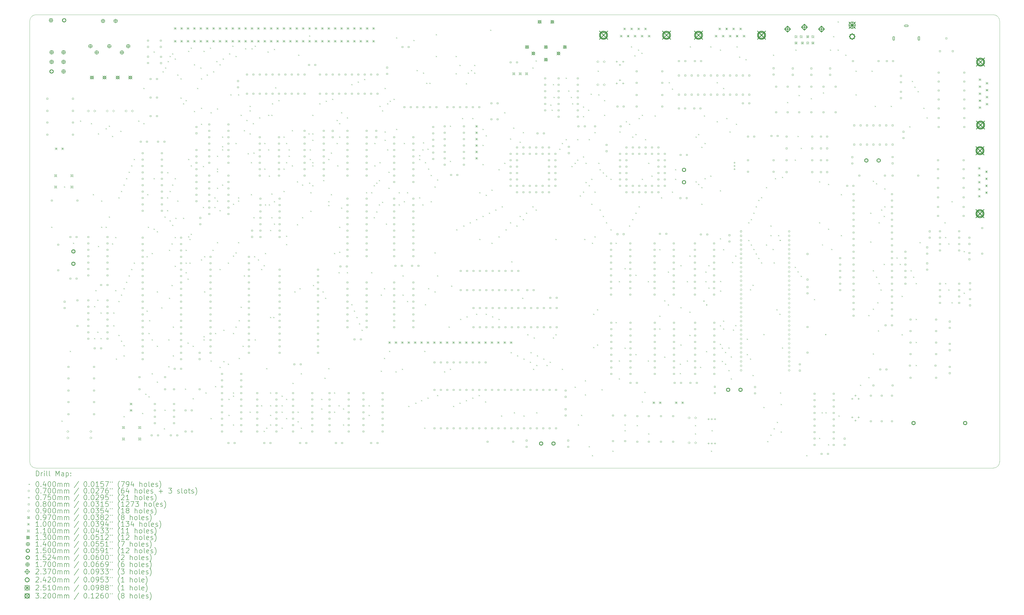
<source format=gbr>
%TF.GenerationSoftware,KiCad,Pcbnew,(6.0.8)*%
%TF.CreationDate,2022-10-29T13:31:44+01:00*%
%TF.ProjectId,yddraig09,79646472-6169-4673-9039-2e6b69636164,rev?*%
%TF.SameCoordinates,Original*%
%TF.FileFunction,Drillmap*%
%TF.FilePolarity,Positive*%
%FSLAX45Y45*%
G04 Gerber Fmt 4.5, Leading zero omitted, Abs format (unit mm)*
G04 Created by KiCad (PCBNEW (6.0.8)) date 2022-10-29 13:31:44*
%MOMM*%
%LPD*%
G01*
G04 APERTURE LIST*
%ADD10C,0.050000*%
%ADD11C,0.200000*%
%ADD12C,0.040000*%
%ADD13C,0.070000*%
%ADD14C,0.075000*%
%ADD15C,0.080000*%
%ADD16C,0.090000*%
%ADD17C,0.097000*%
%ADD18C,0.100000*%
%ADD19C,0.110000*%
%ADD20C,0.130000*%
%ADD21C,0.140000*%
%ADD22C,0.150000*%
%ADD23C,0.152400*%
%ADD24C,0.170000*%
%ADD25C,0.237000*%
%ADD26C,0.242000*%
%ADD27C,0.251000*%
%ADD28C,0.320000*%
G04 APERTURE END LIST*
D10*
X2000000Y-2250000D02*
X2000000Y-19750000D01*
X2250000Y-20000000D02*
X40250000Y-20000000D01*
X40500000Y-19750000D02*
X40500000Y-2250000D01*
X40250000Y-2000000D02*
X2250000Y-2000000D01*
X40250000Y-20000000D02*
G75*
G03*
X40500000Y-19750000I0J250000D01*
G01*
X2250000Y-2000000D02*
G75*
G03*
X2000000Y-2250000I0J-250000D01*
G01*
X40500000Y-2250000D02*
G75*
G03*
X40250000Y-2000000I-250000J0D01*
G01*
X2000000Y-19750000D02*
G75*
G03*
X2250000Y-20000000I250000J0D01*
G01*
D11*
D12*
X2850200Y-10419400D02*
X2890200Y-10459400D01*
X2890200Y-10419400D02*
X2850200Y-10459400D01*
X3256600Y-18115600D02*
X3296600Y-18155600D01*
X3296600Y-18115600D02*
X3256600Y-18155600D01*
X3358200Y-8819200D02*
X3398200Y-8859200D01*
X3398200Y-8819200D02*
X3358200Y-8859200D01*
X3586800Y-15347000D02*
X3626800Y-15387000D01*
X3626800Y-15347000D02*
X3586800Y-15387000D01*
X3713800Y-11054400D02*
X3753800Y-11094400D01*
X3753800Y-11054400D02*
X3713800Y-11094400D01*
X3993200Y-6203000D02*
X4033200Y-6243000D01*
X4033200Y-6203000D02*
X3993200Y-6243000D01*
X4425000Y-6304600D02*
X4465000Y-6344600D01*
X4465000Y-6304600D02*
X4425000Y-6344600D01*
X4501200Y-9124000D02*
X4541200Y-9164000D01*
X4541200Y-9124000D02*
X4501200Y-9164000D01*
X4552000Y-13569000D02*
X4592000Y-13609000D01*
X4592000Y-13569000D02*
X4552000Y-13609000D01*
X4552000Y-14839000D02*
X4592000Y-14879000D01*
X4592000Y-14839000D02*
X4552000Y-14879000D01*
X4602800Y-12934000D02*
X4642800Y-12974000D01*
X4642800Y-12934000D02*
X4602800Y-12974000D01*
X4679000Y-13315000D02*
X4719000Y-13355000D01*
X4719000Y-13315000D02*
X4679000Y-13355000D01*
X4679000Y-14585000D02*
X4719000Y-14625000D01*
X4719000Y-14585000D02*
X4679000Y-14625000D01*
X4704400Y-6711000D02*
X4744400Y-6751000D01*
X4744400Y-6711000D02*
X4704400Y-6751000D01*
X4704400Y-11181400D02*
X4744400Y-11221400D01*
X4744400Y-11181400D02*
X4704400Y-11221400D01*
X4806000Y-13823000D02*
X4846000Y-13863000D01*
X4846000Y-13823000D02*
X4806000Y-13863000D01*
X4806000Y-14839000D02*
X4846000Y-14879000D01*
X4846000Y-14839000D02*
X4806000Y-14879000D01*
X4831400Y-10419400D02*
X4871400Y-10459400D01*
X4871400Y-10419400D02*
X4831400Y-10459400D01*
X4831401Y-9378000D02*
X4871401Y-9418000D01*
X4871401Y-9378000D02*
X4831401Y-9418000D01*
X5009200Y-6507800D02*
X5049200Y-6547800D01*
X5049200Y-6507800D02*
X5009200Y-6547800D01*
X5009200Y-10419400D02*
X5049200Y-10459400D01*
X5049200Y-10419400D02*
X5009200Y-10459400D01*
X5136200Y-6406200D02*
X5176200Y-6446200D01*
X5176200Y-6406200D02*
X5136200Y-6446200D01*
X5136200Y-10013000D02*
X5176200Y-10053000D01*
X5176200Y-10013000D02*
X5136200Y-10053000D01*
X5263200Y-6812600D02*
X5303200Y-6852600D01*
X5303200Y-6812600D02*
X5263200Y-6852600D01*
X5263200Y-11079800D02*
X5303200Y-11119800D01*
X5303200Y-11079800D02*
X5263200Y-11119800D01*
X5314000Y-13823000D02*
X5354000Y-13863000D01*
X5354000Y-13823000D02*
X5314000Y-13863000D01*
X5314000Y-14331000D02*
X5354000Y-14371000D01*
X5354000Y-14331000D02*
X5314000Y-14371000D01*
X5390200Y-10825800D02*
X5430200Y-10865800D01*
X5430200Y-10825800D02*
X5390200Y-10865800D01*
X5390200Y-12934000D02*
X5430200Y-12974000D01*
X5430200Y-12934000D02*
X5390200Y-12974000D01*
X5415600Y-15651800D02*
X5455600Y-15691800D01*
X5455600Y-15651800D02*
X5415600Y-15691800D01*
X5517200Y-9251000D02*
X5557200Y-9291000D01*
X5557200Y-9251000D02*
X5517200Y-9291000D01*
X5517200Y-13365800D02*
X5557200Y-13405800D01*
X5557200Y-13365800D02*
X5517200Y-13405800D01*
X5517200Y-14712000D02*
X5557200Y-14752000D01*
X5557200Y-14712000D02*
X5517200Y-14752000D01*
X5593400Y-6609400D02*
X5633400Y-6649400D01*
X5633400Y-6609400D02*
X5593400Y-6649400D01*
X5618800Y-8997000D02*
X5658800Y-9037000D01*
X5658800Y-8997000D02*
X5618800Y-9037000D01*
X5618800Y-13111800D02*
X5658800Y-13151800D01*
X5658800Y-13111800D02*
X5618800Y-13151800D01*
X5618800Y-14940600D02*
X5658800Y-14980600D01*
X5658800Y-14940600D02*
X5618800Y-14980600D01*
X5720400Y-8743000D02*
X5760400Y-8783000D01*
X5760400Y-8743000D02*
X5720400Y-8783000D01*
X5720400Y-12857800D02*
X5760400Y-12897800D01*
X5760400Y-12857800D02*
X5720400Y-12897800D01*
X5720400Y-15118400D02*
X5760400Y-15158400D01*
X5760400Y-15118400D02*
X5720400Y-15158400D01*
X5720400Y-15524800D02*
X5760400Y-15564800D01*
X5760400Y-15524800D02*
X5720400Y-15564800D01*
X5720400Y-17937800D02*
X5760400Y-17977800D01*
X5760400Y-17937800D02*
X5720400Y-17977800D01*
X5822000Y-8489000D02*
X5862000Y-8529000D01*
X5862000Y-8489000D02*
X5822000Y-8529000D01*
X5822000Y-12603800D02*
X5862000Y-12643800D01*
X5862000Y-12603800D02*
X5822000Y-12643800D01*
X5923600Y-8235000D02*
X5963600Y-8275000D01*
X5963600Y-8235000D02*
X5923600Y-8275000D01*
X5923600Y-12349800D02*
X5963600Y-12389800D01*
X5963600Y-12349800D02*
X5923600Y-12389800D01*
X6025200Y-7981000D02*
X6065200Y-8021000D01*
X6065200Y-7981000D02*
X6025200Y-8021000D01*
X6025200Y-12095800D02*
X6065200Y-12135800D01*
X6065200Y-12095800D02*
X6025200Y-12135800D01*
X6126800Y-7727000D02*
X6166800Y-7767000D01*
X6166800Y-7727000D02*
X6126800Y-7767000D01*
X6126800Y-11841800D02*
X6166800Y-11881800D01*
X6166800Y-11841800D02*
X6126800Y-11881800D01*
X6304600Y-6203000D02*
X6344600Y-6243000D01*
X6344600Y-6203000D02*
X6304600Y-6243000D01*
X6457000Y-17810800D02*
X6497000Y-17850800D01*
X6497000Y-17810800D02*
X6457000Y-17850800D01*
X6507800Y-6304600D02*
X6547800Y-6344600D01*
X6547800Y-6304600D02*
X6507800Y-6344600D01*
X6507801Y-4907600D02*
X6547801Y-4947600D01*
X6547801Y-4907600D02*
X6507801Y-4947600D01*
X6584000Y-17048800D02*
X6624000Y-17088800D01*
X6624000Y-17048800D02*
X6584000Y-17088800D01*
X6634800Y-11587800D02*
X6674800Y-11627800D01*
X6674800Y-11587800D02*
X6634800Y-11627800D01*
X6634800Y-13746800D02*
X6674800Y-13786800D01*
X6674800Y-13746800D02*
X6634800Y-13786800D01*
X6660200Y-9124000D02*
X6700200Y-9164000D01*
X6700200Y-9124000D02*
X6660200Y-9164000D01*
X6685600Y-10419400D02*
X6725600Y-10459400D01*
X6725600Y-10419400D02*
X6685600Y-10459400D01*
X6711000Y-14635800D02*
X6751000Y-14675800D01*
X6751000Y-14635800D02*
X6711000Y-14675800D01*
X6711000Y-17150400D02*
X6751000Y-17190400D01*
X6751000Y-17150400D02*
X6711000Y-17190400D01*
X6736401Y-14127800D02*
X6776401Y-14167800D01*
X6776401Y-14127800D02*
X6736401Y-14167800D01*
X6838000Y-11460800D02*
X6878000Y-11500800D01*
X6878000Y-11460800D02*
X6838000Y-11500800D01*
X6838000Y-14889800D02*
X6878000Y-14929800D01*
X6878000Y-14889800D02*
X6838000Y-14929800D01*
X6838000Y-16236002D02*
X6878000Y-16276002D01*
X6878000Y-16236002D02*
X6838000Y-16276002D01*
X6914200Y-3459800D02*
X6954200Y-3499800D01*
X6954200Y-3459800D02*
X6914200Y-3499800D01*
X6914200Y-8489000D02*
X6954200Y-8529000D01*
X6954200Y-8489000D02*
X6914200Y-8529000D01*
X6914200Y-10495600D02*
X6954200Y-10535600D01*
X6954200Y-10495600D02*
X6914200Y-10535600D01*
X7041200Y-10597200D02*
X7081200Y-10637200D01*
X7081200Y-10597200D02*
X7041200Y-10637200D01*
X7041200Y-12984800D02*
X7081200Y-13024800D01*
X7081200Y-12984800D02*
X7041200Y-13024800D01*
X7041200Y-15143800D02*
X7081200Y-15183800D01*
X7081200Y-15143800D02*
X7041200Y-15183800D01*
X7041200Y-16566200D02*
X7081200Y-16606200D01*
X7081200Y-16566200D02*
X7041200Y-16606200D01*
X7219000Y-13619800D02*
X7259000Y-13659800D01*
X7259000Y-13619800D02*
X7219000Y-13659800D01*
X7269800Y-4247200D02*
X7309800Y-4287200D01*
X7309800Y-4247200D02*
X7269800Y-4287200D01*
X7320600Y-18420400D02*
X7360600Y-18460400D01*
X7360600Y-18420400D02*
X7320600Y-18460400D01*
X7346000Y-10013000D02*
X7386000Y-10053000D01*
X7386000Y-10013000D02*
X7346000Y-10053000D01*
X7346000Y-17683800D02*
X7386000Y-17723800D01*
X7386000Y-17683800D02*
X7346000Y-17723800D01*
X7371400Y-4094800D02*
X7411400Y-4134800D01*
X7411400Y-4094800D02*
X7371400Y-4134800D01*
X7447600Y-9251000D02*
X7487600Y-9291000D01*
X7487600Y-9251000D02*
X7447600Y-9291000D01*
X7447600Y-9759000D02*
X7487600Y-9799000D01*
X7487600Y-9759000D02*
X7447600Y-9799000D01*
X7457089Y-8250911D02*
X7497089Y-8290911D01*
X7497089Y-8250911D02*
X7457089Y-8290911D01*
X7473000Y-3840800D02*
X7513000Y-3880800D01*
X7513000Y-3840800D02*
X7473000Y-3880800D01*
X7498400Y-14889800D02*
X7538400Y-14929800D01*
X7538400Y-14889800D02*
X7498400Y-14929800D01*
X7498400Y-15956600D02*
X7538400Y-15996600D01*
X7538400Y-15956600D02*
X7498400Y-15996600D01*
X7523800Y-11333800D02*
X7563800Y-11373800D01*
X7563800Y-11333800D02*
X7523800Y-11373800D01*
X7523800Y-13238800D02*
X7563800Y-13278800D01*
X7563800Y-13238800D02*
X7523800Y-13278800D01*
X7549200Y-3637600D02*
X7589200Y-3677600D01*
X7589200Y-3637600D02*
X7549200Y-3677600D01*
X7549200Y-8997000D02*
X7589200Y-9037000D01*
X7589200Y-8997000D02*
X7549200Y-9037000D01*
X7549200Y-10165402D02*
X7589200Y-10205402D01*
X7589200Y-10165402D02*
X7549200Y-10205402D01*
X7625400Y-11079800D02*
X7665400Y-11119800D01*
X7665400Y-11079800D02*
X7625400Y-11119800D01*
X7625400Y-12730800D02*
X7665400Y-12770800D01*
X7665400Y-12730800D02*
X7625400Y-12770800D01*
X7650800Y-3536000D02*
X7690800Y-3576000D01*
X7690800Y-3536000D02*
X7650800Y-3576000D01*
X7650800Y-8743000D02*
X7690800Y-8783000D01*
X7690800Y-8743000D02*
X7650800Y-8783000D01*
X7650800Y-10343200D02*
X7690800Y-10383200D01*
X7690800Y-10343200D02*
X7650800Y-10383200D01*
X7676200Y-14381800D02*
X7716200Y-14421800D01*
X7716200Y-14381800D02*
X7676200Y-14421800D01*
X7676200Y-15524800D02*
X7716200Y-15564800D01*
X7716200Y-15524800D02*
X7676200Y-15564800D01*
X7752400Y-3739200D02*
X7792400Y-3779200D01*
X7792400Y-3739200D02*
X7752400Y-3779200D01*
X7752400Y-8489000D02*
X7792400Y-8529000D01*
X7792400Y-8489000D02*
X7752400Y-8529000D01*
X7752400Y-10825800D02*
X7792400Y-10865800D01*
X7792400Y-10825800D02*
X7752400Y-10865800D01*
X7752400Y-11968800D02*
X7792400Y-12008800D01*
X7792400Y-11968800D02*
X7752400Y-12008800D01*
X7777800Y-10063800D02*
X7817800Y-10103800D01*
X7817800Y-10063800D02*
X7777800Y-10103800D01*
X7854000Y-4374200D02*
X7894000Y-4414200D01*
X7894000Y-4374200D02*
X7854000Y-4414200D01*
X7854000Y-9378000D02*
X7894000Y-9418000D01*
X7894000Y-9378000D02*
X7854000Y-9418000D01*
X7981000Y-4526600D02*
X8021000Y-4566600D01*
X8021000Y-4526600D02*
X7981000Y-4566600D01*
X7981000Y-5288600D02*
X8021000Y-5328600D01*
X8021000Y-5288600D02*
X7981000Y-5328600D01*
X8082600Y-5517200D02*
X8122600Y-5557200D01*
X8122600Y-5517200D02*
X8082600Y-5557200D01*
X8082600Y-10063800D02*
X8122600Y-10103800D01*
X8122600Y-10063800D02*
X8082600Y-10103800D01*
X8158800Y-16845600D02*
X8198800Y-16885600D01*
X8198800Y-16845600D02*
X8158800Y-16885600D01*
X8184200Y-5390200D02*
X8224200Y-5430200D01*
X8224200Y-5390200D02*
X8184200Y-5430200D01*
X8184200Y-11333800D02*
X8224200Y-11373800D01*
X8224200Y-11333800D02*
X8184200Y-11373800D01*
X8184200Y-11841800D02*
X8224200Y-11881800D01*
X8224200Y-11841800D02*
X8184200Y-11881800D01*
X8184200Y-12222800D02*
X8224200Y-12262800D01*
X8224200Y-12222800D02*
X8184200Y-12262800D01*
X8260400Y-15016800D02*
X8300400Y-15056800D01*
X8300400Y-15016800D02*
X8260400Y-15056800D01*
X8260401Y-12476800D02*
X8300401Y-12516800D01*
X8300401Y-12476800D02*
X8260401Y-12516800D01*
X8285800Y-3434400D02*
X8325800Y-3474400D01*
X8325800Y-3434400D02*
X8285800Y-3474400D01*
X8285800Y-7727000D02*
X8325800Y-7767000D01*
X8325800Y-7727000D02*
X8285800Y-7767000D01*
X8285800Y-10800400D02*
X8325800Y-10840400D01*
X8325800Y-10800400D02*
X8285800Y-10840400D01*
X8336600Y-10902000D02*
X8376600Y-10942000D01*
X8376600Y-10902000D02*
X8336600Y-10942000D01*
X8336600Y-11841800D02*
X8376600Y-11881800D01*
X8376600Y-11841800D02*
X8336600Y-11881800D01*
X8387400Y-3307400D02*
X8427400Y-3347400D01*
X8427400Y-3307400D02*
X8387400Y-3347400D01*
X8387400Y-7981000D02*
X8427400Y-8021000D01*
X8427400Y-7981000D02*
X8387400Y-8021000D01*
X8387400Y-10698800D02*
X8427400Y-10738800D01*
X8427400Y-10698800D02*
X8387400Y-10738800D01*
X8463600Y-15143800D02*
X8503600Y-15183800D01*
X8503600Y-15143800D02*
X8463600Y-15183800D01*
X8463600Y-17226600D02*
X8503600Y-17266600D01*
X8503600Y-17226600D02*
X8463600Y-17266600D01*
X8514400Y-3967800D02*
X8554400Y-4007800D01*
X8554400Y-3967800D02*
X8514400Y-4007800D01*
X8514400Y-5822000D02*
X8554400Y-5862000D01*
X8554400Y-5822000D02*
X8514400Y-5862000D01*
X8641400Y-4907600D02*
X8681400Y-4947600D01*
X8681400Y-4907600D02*
X8641400Y-4947600D01*
X8768400Y-4094800D02*
X8808400Y-4134800D01*
X8808400Y-4094800D02*
X8768400Y-4134800D01*
X8793800Y-4526600D02*
X8833800Y-4566600D01*
X8833800Y-4526600D02*
X8793800Y-4566600D01*
X8793800Y-5695000D02*
X8833800Y-5735000D01*
X8833800Y-5695000D02*
X8793800Y-5735000D01*
X8793800Y-6330000D02*
X8833800Y-6370000D01*
X8833800Y-6330000D02*
X8793800Y-6370000D01*
X8793801Y-11714800D02*
X8833801Y-11754800D01*
X8833801Y-11714800D02*
X8793801Y-11754800D01*
X8870000Y-8006400D02*
X8910000Y-8046400D01*
X8910000Y-8006400D02*
X8870000Y-8046400D01*
X8870000Y-9632000D02*
X8910000Y-9672000D01*
X8910000Y-9632000D02*
X8870000Y-9672000D01*
X8895400Y-3434400D02*
X8935400Y-3474400D01*
X8935400Y-3434400D02*
X8895400Y-3474400D01*
X8895400Y-14762800D02*
X8935400Y-14802800D01*
X8935400Y-14762800D02*
X8895400Y-14802800D01*
X8895400Y-14889800D02*
X8935400Y-14929800D01*
X8935400Y-14889800D02*
X8895400Y-14929800D01*
X8920800Y-11587800D02*
X8960800Y-11627800D01*
X8960800Y-11587800D02*
X8920800Y-11627800D01*
X8920800Y-12984800D02*
X8960800Y-13024800D01*
X8960800Y-12984800D02*
X8920800Y-13024800D01*
X8971600Y-16998000D02*
X9011600Y-17038000D01*
X9011600Y-16998000D02*
X8971600Y-17038000D01*
X9022400Y-4374200D02*
X9062400Y-4414200D01*
X9062400Y-4374200D02*
X9022400Y-4414200D01*
X9149400Y-3307400D02*
X9189400Y-3347400D01*
X9189400Y-3307400D02*
X9149400Y-3347400D01*
X9174800Y-5872800D02*
X9214800Y-5912800D01*
X9214800Y-5872800D02*
X9174800Y-5912800D01*
X9174800Y-15728000D02*
X9214800Y-15768000D01*
X9214800Y-15728000D02*
X9174800Y-15768000D01*
X9174800Y-18014000D02*
X9214800Y-18054000D01*
X9214800Y-18014000D02*
X9174800Y-18054000D01*
X9251000Y-11333800D02*
X9291000Y-11373800D01*
X9291000Y-11333800D02*
X9251000Y-11373800D01*
X9276400Y-4247200D02*
X9316400Y-4287200D01*
X9316400Y-4247200D02*
X9276400Y-4287200D01*
X9327200Y-9251000D02*
X9367200Y-9291000D01*
X9367200Y-9251000D02*
X9327200Y-9291000D01*
X9327200Y-9632000D02*
X9367200Y-9672000D01*
X9367200Y-9632000D02*
X9327200Y-9672000D01*
X9352600Y-14635800D02*
X9392600Y-14675800D01*
X9392600Y-14635800D02*
X9352600Y-14675800D01*
X9352600Y-16744000D02*
X9392600Y-16784000D01*
X9392600Y-16744000D02*
X9352600Y-16784000D01*
X9403400Y-3840800D02*
X9443400Y-3880800D01*
X9443400Y-3840800D02*
X9403400Y-3880800D01*
X9428799Y-5720400D02*
X9468799Y-5760400D01*
X9468799Y-5720400D02*
X9428799Y-5760400D01*
X9428800Y-7600000D02*
X9468800Y-7640000D01*
X9468800Y-7600000D02*
X9428800Y-7640000D01*
X9428800Y-8108000D02*
X9468800Y-8148000D01*
X9468800Y-8108000D02*
X9428800Y-8148000D01*
X9428800Y-8209600D02*
X9468800Y-8249600D01*
X9468800Y-8209600D02*
X9428800Y-8249600D01*
X9428800Y-8870000D02*
X9468800Y-8910000D01*
X9468800Y-8870000D02*
X9428800Y-8910000D01*
X9428800Y-11029000D02*
X9468800Y-11069000D01*
X9468800Y-11029000D02*
X9428800Y-11069000D01*
X9428801Y-9378000D02*
X9468801Y-9418000D01*
X9468801Y-9378000D02*
X9428801Y-9418000D01*
X9530399Y-9759000D02*
X9570399Y-9799000D01*
X9570399Y-9759000D02*
X9530399Y-9799000D01*
X9530400Y-3967800D02*
X9570400Y-4007800D01*
X9570400Y-3967800D02*
X9530400Y-4007800D01*
X9530400Y-12095800D02*
X9570400Y-12135800D01*
X9570400Y-12095800D02*
X9530400Y-12135800D01*
X9530400Y-15982000D02*
X9570400Y-16022000D01*
X9570400Y-15982000D02*
X9530400Y-16022000D01*
X9632000Y-6838000D02*
X9672000Y-6878000D01*
X9672000Y-6838000D02*
X9632000Y-6878000D01*
X9632000Y-7219000D02*
X9672000Y-7259000D01*
X9672000Y-7219000D02*
X9632000Y-7259000D01*
X9632000Y-7346000D02*
X9672000Y-7386000D01*
X9672000Y-7346000D02*
X9632000Y-7386000D01*
X9632000Y-8743000D02*
X9672000Y-8783000D01*
X9672000Y-8743000D02*
X9632000Y-8783000D01*
X9657400Y-3739200D02*
X9697400Y-3779200D01*
X9697400Y-3739200D02*
X9657400Y-3779200D01*
X9682800Y-14508800D02*
X9722800Y-14548800D01*
X9722800Y-14508800D02*
X9682800Y-14548800D01*
X9682800Y-15753400D02*
X9722800Y-15793400D01*
X9722800Y-15753400D02*
X9682800Y-15793400D01*
X9860600Y-11841800D02*
X9900600Y-11881800D01*
X9900600Y-11841800D02*
X9860600Y-11881800D01*
X9860600Y-15855000D02*
X9900600Y-15895000D01*
X9900600Y-15855000D02*
X9860600Y-15895000D01*
X9886000Y-17252000D02*
X9926000Y-17292000D01*
X9926000Y-17252000D02*
X9886000Y-17292000D01*
X9886000Y-17887000D02*
X9926000Y-17927000D01*
X9926000Y-17887000D02*
X9886000Y-17927000D01*
X9911400Y-3536000D02*
X9951400Y-3576000D01*
X9951400Y-3536000D02*
X9911400Y-3576000D01*
X9962200Y-5161600D02*
X10002200Y-5201600D01*
X10002200Y-5161600D02*
X9962200Y-5201600D01*
X10038400Y-3231200D02*
X10078400Y-3271200D01*
X10078400Y-3231200D02*
X10038400Y-3271200D01*
X10063800Y-9505000D02*
X10103800Y-9545000D01*
X10103800Y-9505000D02*
X10063800Y-9545000D01*
X10063800Y-11562400D02*
X10103800Y-11602400D01*
X10103800Y-11562400D02*
X10063800Y-11602400D01*
X10063800Y-14635800D02*
X10103800Y-14675800D01*
X10103800Y-14635800D02*
X10063800Y-14675800D01*
X10063800Y-16998000D02*
X10103800Y-17038000D01*
X10103800Y-16998000D02*
X10063800Y-17038000D01*
X10063800Y-17125000D02*
X10103800Y-17165000D01*
X10103800Y-17125000D02*
X10063800Y-17165000D01*
X10063800Y-18268000D02*
X10103800Y-18308000D01*
X10103800Y-18268000D02*
X10063800Y-18308000D01*
X10165400Y-3637600D02*
X10205400Y-3677600D01*
X10205400Y-3637600D02*
X10165400Y-3677600D01*
X10165400Y-7092000D02*
X10205400Y-7132000D01*
X10205400Y-7092000D02*
X10165400Y-7132000D01*
X10165400Y-11435400D02*
X10205400Y-11475400D01*
X10205400Y-11435400D02*
X10165400Y-11475400D01*
X10165400Y-14381800D02*
X10205400Y-14421800D01*
X10205400Y-14381800D02*
X10165400Y-14421800D01*
X10267000Y-5161600D02*
X10307000Y-5201600D01*
X10307000Y-5161600D02*
X10267000Y-5201600D01*
X10267000Y-9251000D02*
X10307000Y-9291000D01*
X10307000Y-9251000D02*
X10267000Y-9291000D01*
X10267000Y-9378000D02*
X10307000Y-9418000D01*
X10307000Y-9378000D02*
X10267000Y-9418000D01*
X10267000Y-11029001D02*
X10307000Y-11069001D01*
X10307000Y-11029001D02*
X10267000Y-11069001D01*
X10292400Y-14127800D02*
X10332400Y-14167800D01*
X10332400Y-14127800D02*
X10292400Y-14167800D01*
X10292400Y-15626400D02*
X10332400Y-15666400D01*
X10332400Y-15626400D02*
X10292400Y-15666400D01*
X10368600Y-5974400D02*
X10408600Y-6014400D01*
X10408600Y-5974400D02*
X10368600Y-6014400D01*
X10368600Y-13594400D02*
X10408600Y-13634400D01*
X10408600Y-13594400D02*
X10368600Y-13634400D01*
X10444800Y-15143800D02*
X10484800Y-15183800D01*
X10484800Y-15143800D02*
X10444800Y-15183800D01*
X10495600Y-6584000D02*
X10535600Y-6624000D01*
X10535600Y-6584000D02*
X10495600Y-6624000D01*
X10495600Y-12349800D02*
X10535600Y-12389800D01*
X10535600Y-12349800D02*
X10495600Y-12389800D01*
X10546400Y-3332800D02*
X10586400Y-3372800D01*
X10586400Y-3332800D02*
X10546400Y-3372800D01*
X10597200Y-6177600D02*
X10637200Y-6217600D01*
X10637200Y-6177600D02*
X10597200Y-6217600D01*
X10648000Y-7498400D02*
X10688000Y-7538400D01*
X10688000Y-7498400D02*
X10648000Y-7538400D01*
X10724199Y-5796600D02*
X10764199Y-5836600D01*
X10764199Y-5796600D02*
X10724199Y-5836600D01*
X10724200Y-5618800D02*
X10764200Y-5658800D01*
X10764200Y-5618800D02*
X10724200Y-5658800D01*
X10724200Y-6711000D02*
X10764200Y-6751000D01*
X10764200Y-6711000D02*
X10724200Y-6751000D01*
X10724200Y-17760000D02*
X10764200Y-17800000D01*
X10764200Y-17760000D02*
X10724200Y-17800000D01*
X10775000Y-7854000D02*
X10815000Y-7894000D01*
X10815000Y-7854000D02*
X10775000Y-7894000D01*
X10775000Y-9124000D02*
X10815000Y-9164000D01*
X10815000Y-9124000D02*
X10775000Y-9164000D01*
X10800400Y-3332800D02*
X10840400Y-3372800D01*
X10840400Y-3332800D02*
X10800400Y-3372800D01*
X10851200Y-6304600D02*
X10891200Y-6344600D01*
X10891200Y-6304600D02*
X10851200Y-6344600D01*
X10876600Y-7473000D02*
X10916600Y-7513000D01*
X10916600Y-7473000D02*
X10876600Y-7513000D01*
X10876600Y-10038400D02*
X10916600Y-10078400D01*
X10916600Y-10038400D02*
X10876600Y-10078400D01*
X10902000Y-11587800D02*
X10942000Y-11627800D01*
X10942000Y-11587800D02*
X10902000Y-11627800D01*
X10927400Y-3231200D02*
X10967400Y-3271200D01*
X10967400Y-3231200D02*
X10927400Y-3271200D01*
X10927400Y-14889800D02*
X10967400Y-14929800D01*
X10967400Y-14889800D02*
X10927400Y-14929800D01*
X11054400Y-11714800D02*
X11094400Y-11754800D01*
X11094400Y-11714800D02*
X11054400Y-11754800D01*
X11105200Y-6076000D02*
X11145200Y-6116000D01*
X11145200Y-6076000D02*
X11105200Y-6116000D01*
X11181400Y-12095800D02*
X11221400Y-12135800D01*
X11221400Y-12095800D02*
X11181400Y-12135800D01*
X11181400Y-17506000D02*
X11221400Y-17546000D01*
X11221400Y-17506000D02*
X11181400Y-17546000D01*
X11283000Y-11943400D02*
X11323000Y-11983400D01*
X11323000Y-11943400D02*
X11283000Y-11983400D01*
X11283000Y-18522000D02*
X11323000Y-18562000D01*
X11323000Y-18522000D02*
X11283000Y-18562000D01*
X11308400Y-7092000D02*
X11348400Y-7132000D01*
X11348400Y-7092000D02*
X11308400Y-7132000D01*
X11308400Y-8108000D02*
X11348400Y-8148000D01*
X11348400Y-8108000D02*
X11308400Y-8148000D01*
X11333800Y-9530400D02*
X11373800Y-9570400D01*
X11373800Y-9530400D02*
X11333800Y-9570400D01*
X11333800Y-11460800D02*
X11373800Y-11500800D01*
X11373800Y-11460800D02*
X11333800Y-11500800D01*
X11384600Y-16032800D02*
X11424600Y-16072800D01*
X11424600Y-16032800D02*
X11384600Y-16072800D01*
X11384600Y-18395000D02*
X11424600Y-18435000D01*
X11424600Y-18395000D02*
X11384600Y-18435000D01*
X11435400Y-3459800D02*
X11475400Y-3499800D01*
X11475400Y-3459800D02*
X11435400Y-3499800D01*
X11460800Y-5974400D02*
X11500800Y-6014400D01*
X11500800Y-5974400D02*
X11460800Y-6014400D01*
X11460800Y-7346000D02*
X11500800Y-7386000D01*
X11500800Y-7346000D02*
X11460800Y-7386000D01*
X11486200Y-8387400D02*
X11526200Y-8427400D01*
X11526200Y-8387400D02*
X11486200Y-8427400D01*
X11486200Y-9530400D02*
X11526200Y-9570400D01*
X11526200Y-9530400D02*
X11486200Y-9570400D01*
X11537000Y-10546400D02*
X11577000Y-10586400D01*
X11577000Y-10546400D02*
X11537000Y-10586400D01*
X11537000Y-14000800D02*
X11577000Y-14040800D01*
X11577000Y-14000800D02*
X11537000Y-14040800D01*
X11537000Y-16998000D02*
X11577000Y-17038000D01*
X11577000Y-16998000D02*
X11537000Y-17038000D01*
X11537000Y-17506000D02*
X11577000Y-17546000D01*
X11577000Y-17506000D02*
X11537000Y-17546000D01*
X11537000Y-17887000D02*
X11577000Y-17927000D01*
X11577000Y-17887000D02*
X11537000Y-17927000D01*
X11537000Y-18268000D02*
X11577000Y-18308000D01*
X11577000Y-18268000D02*
X11537000Y-18308000D01*
X11587800Y-5974400D02*
X11627800Y-6014400D01*
X11627800Y-5974400D02*
X11587800Y-6014400D01*
X11587800Y-9098600D02*
X11627800Y-9138600D01*
X11627800Y-9098600D02*
X11587800Y-9138600D01*
X11587800Y-10038400D02*
X11627800Y-10078400D01*
X11627800Y-10038400D02*
X11587800Y-10078400D01*
X11613200Y-5517200D02*
X11653200Y-5557200D01*
X11653200Y-5517200D02*
X11613200Y-5557200D01*
X11664000Y-14000800D02*
X11704000Y-14040800D01*
X11704000Y-14000800D02*
X11664000Y-14040800D01*
X11689400Y-3358200D02*
X11729400Y-3398200D01*
X11729400Y-3358200D02*
X11689400Y-3398200D01*
X11689400Y-9403400D02*
X11729400Y-9443400D01*
X11729400Y-9403400D02*
X11689400Y-9443400D01*
X11689400Y-10292400D02*
X11729400Y-10332400D01*
X11729400Y-10292400D02*
X11689400Y-10332400D01*
X11740200Y-4882200D02*
X11780200Y-4922200D01*
X11780200Y-4882200D02*
X11740200Y-4922200D01*
X11867200Y-5390200D02*
X11907200Y-5430200D01*
X11907200Y-5390200D02*
X11867200Y-5430200D01*
X11994200Y-17125000D02*
X12034200Y-17165000D01*
X12034200Y-17125000D02*
X11994200Y-17165000D01*
X11994200Y-17506000D02*
X12034200Y-17546000D01*
X12034200Y-17506000D02*
X11994200Y-17546000D01*
X11994200Y-17760000D02*
X12034200Y-17800000D01*
X12034200Y-17760000D02*
X11994200Y-17800000D01*
X11994200Y-18395000D02*
X12034200Y-18435000D01*
X12034200Y-18395000D02*
X11994200Y-18435000D01*
X12070400Y-6838000D02*
X12110400Y-6878000D01*
X12110400Y-6838000D02*
X12070400Y-6878000D01*
X12070400Y-8108000D02*
X12110400Y-8148000D01*
X12110400Y-8108000D02*
X12070400Y-8148000D01*
X12070400Y-8997000D02*
X12110400Y-9037000D01*
X12110400Y-8997000D02*
X12070400Y-9037000D01*
X12172000Y-7092000D02*
X12212000Y-7132000D01*
X12212000Y-7092000D02*
X12172000Y-7132000D01*
X12172000Y-7854000D02*
X12212000Y-7894000D01*
X12212000Y-7854000D02*
X12172000Y-7894000D01*
X12172000Y-10775000D02*
X12212000Y-10815000D01*
X12212000Y-10775000D02*
X12172000Y-10815000D01*
X12172000Y-11105200D02*
X12212000Y-11145200D01*
X12212000Y-11105200D02*
X12172000Y-11145200D01*
X12172000Y-17252000D02*
X12212000Y-17292000D01*
X12212000Y-17252000D02*
X12172000Y-17292000D01*
X12172000Y-18014000D02*
X12212000Y-18054000D01*
X12212000Y-18014000D02*
X12172000Y-18054000D01*
X12273600Y-7346000D02*
X12313600Y-7386000D01*
X12313600Y-7346000D02*
X12273600Y-7386000D01*
X12273600Y-7600000D02*
X12313600Y-7640000D01*
X12313600Y-7600000D02*
X12273600Y-7640000D01*
X12400600Y-6584000D02*
X12440600Y-6624000D01*
X12440600Y-6584000D02*
X12400600Y-6624000D01*
X12400600Y-7981000D02*
X12440600Y-8021000D01*
X12440600Y-7981000D02*
X12400600Y-8021000D01*
X12426000Y-16617000D02*
X12466000Y-16657000D01*
X12466000Y-16617000D02*
X12426000Y-16657000D01*
X12502200Y-12984800D02*
X12542200Y-13024800D01*
X12542200Y-12984800D02*
X12502200Y-13024800D01*
X12603800Y-8616000D02*
X12643800Y-8656000D01*
X12643800Y-8616000D02*
X12603800Y-8656000D01*
X12603800Y-10317800D02*
X12643800Y-10357800D01*
X12643800Y-10317800D02*
X12603800Y-10357800D01*
X12629200Y-17760000D02*
X12669200Y-17800000D01*
X12669200Y-17760000D02*
X12629200Y-17800000D01*
X12629200Y-18141000D02*
X12669200Y-18181000D01*
X12669200Y-18141000D02*
X12629200Y-18181000D01*
X12654600Y-3586800D02*
X12694600Y-3626800D01*
X12694600Y-3586800D02*
X12654600Y-3626800D01*
X12705400Y-12857800D02*
X12745400Y-12897800D01*
X12745400Y-12857800D02*
X12705400Y-12897800D01*
X12756200Y-16236000D02*
X12796200Y-16276000D01*
X12796200Y-16236000D02*
X12756200Y-16276000D01*
X12756200Y-18395000D02*
X12796200Y-18435000D01*
X12796200Y-18395000D02*
X12756200Y-18435000D01*
X12807000Y-8743000D02*
X12847000Y-8783000D01*
X12847000Y-8743000D02*
X12807000Y-8783000D01*
X12807000Y-10038400D02*
X12847000Y-10078400D01*
X12847000Y-10038400D02*
X12807000Y-10078400D01*
X13061000Y-6711000D02*
X13101000Y-6751000D01*
X13101000Y-6711000D02*
X13061000Y-6751000D01*
X13086400Y-2824800D02*
X13126400Y-2864800D01*
X13126400Y-2824800D02*
X13086400Y-2864800D01*
X13086400Y-8666800D02*
X13126400Y-8706800D01*
X13126400Y-8666800D02*
X13086400Y-8706800D01*
X13111800Y-7346000D02*
X13151800Y-7386000D01*
X13151800Y-7346000D02*
X13111800Y-7386000D01*
X13111800Y-7727000D02*
X13151800Y-7767000D01*
X13151800Y-7727000D02*
X13111800Y-7767000D01*
X13137200Y-9047800D02*
X13177200Y-9087800D01*
X13177200Y-9047800D02*
X13137200Y-9087800D01*
X13137200Y-9784400D02*
X13177200Y-9824400D01*
X13177200Y-9784400D02*
X13137200Y-9824400D01*
X13213400Y-5974400D02*
X13253400Y-6014400D01*
X13253400Y-5974400D02*
X13213400Y-6014400D01*
X13213400Y-6711000D02*
X13253400Y-6751000D01*
X13253400Y-6711000D02*
X13213400Y-6751000D01*
X13213400Y-6965000D02*
X13253400Y-7005000D01*
X13253400Y-6965000D02*
X13213400Y-7005000D01*
X13213400Y-7854000D02*
X13253400Y-7894000D01*
X13253400Y-7854000D02*
X13213400Y-7894000D01*
X13213400Y-7981000D02*
X13253400Y-8021000D01*
X13253400Y-7981000D02*
X13213400Y-8021000D01*
X13213400Y-8768400D02*
X13253400Y-8808400D01*
X13253400Y-8768400D02*
X13213400Y-8808400D01*
X13238800Y-12730800D02*
X13278800Y-12770800D01*
X13278800Y-12730800D02*
X13238800Y-12770800D01*
X13492800Y-5517200D02*
X13532800Y-5557200D01*
X13532800Y-5517200D02*
X13492800Y-5557200D01*
X13569000Y-17252000D02*
X13609000Y-17292000D01*
X13609000Y-17252000D02*
X13569000Y-17292000D01*
X13569000Y-17633000D02*
X13609000Y-17673000D01*
X13609000Y-17633000D02*
X13569000Y-17673000D01*
X13619800Y-12984800D02*
X13659800Y-13024800D01*
X13659800Y-12984800D02*
X13619800Y-13024800D01*
X13645200Y-8565200D02*
X13685200Y-8605200D01*
X13685200Y-8565200D02*
X13645200Y-8605200D01*
X13696000Y-16413800D02*
X13736000Y-16453800D01*
X13736000Y-16413800D02*
X13696000Y-16453800D01*
X13721400Y-13238800D02*
X13761400Y-13278800D01*
X13761400Y-13238800D02*
X13721400Y-13278800D01*
X13746800Y-5415600D02*
X13786800Y-5455600D01*
X13786800Y-5415600D02*
X13746800Y-5455600D01*
X13848400Y-7727000D02*
X13888400Y-7767000D01*
X13888400Y-7727000D02*
X13848400Y-7767000D01*
X13848400Y-9403400D02*
X13888400Y-9443400D01*
X13888400Y-9403400D02*
X13848400Y-9443400D01*
X13848400Y-16032799D02*
X13888400Y-16072799D01*
X13888400Y-16032799D02*
X13848400Y-16072799D01*
X13848401Y-9555800D02*
X13888401Y-9595800D01*
X13888401Y-9555800D02*
X13848401Y-9595800D01*
X13950000Y-7473000D02*
X13990000Y-7513000D01*
X13990000Y-7473000D02*
X13950000Y-7513000D01*
X13950000Y-9124000D02*
X13990000Y-9164000D01*
X13990000Y-9124000D02*
X13950000Y-9164000D01*
X14000800Y-5339400D02*
X14040800Y-5379400D01*
X14040800Y-5339400D02*
X14000800Y-5379400D01*
X14077000Y-11460800D02*
X14117000Y-11500800D01*
X14117000Y-11460800D02*
X14077000Y-11500800D01*
X14077000Y-16998000D02*
X14117000Y-17038000D01*
X14117000Y-16998000D02*
X14077000Y-17038000D01*
X14077000Y-17760000D02*
X14117000Y-17800000D01*
X14117000Y-17760000D02*
X14077000Y-17800000D01*
X14178600Y-6177600D02*
X14218600Y-6217600D01*
X14218600Y-6177600D02*
X14178600Y-6217600D01*
X14178600Y-7092000D02*
X14218600Y-7132000D01*
X14218600Y-7092000D02*
X14178600Y-7132000D01*
X14204000Y-7981000D02*
X14244000Y-8021000D01*
X14244000Y-7981000D02*
X14204000Y-8021000D01*
X14254800Y-12222800D02*
X14294800Y-12262800D01*
X14294800Y-12222800D02*
X14254800Y-12262800D01*
X14254800Y-17506000D02*
X14294800Y-17546000D01*
X14294800Y-17506000D02*
X14254800Y-17546000D01*
X14280199Y-6838000D02*
X14320199Y-6878000D01*
X14320199Y-6838000D02*
X14280199Y-6878000D01*
X14280200Y-6304600D02*
X14320200Y-6344600D01*
X14320200Y-6304600D02*
X14280200Y-6344600D01*
X14280200Y-10419400D02*
X14320200Y-10459400D01*
X14320200Y-10419400D02*
X14280200Y-10459400D01*
X14280200Y-11410000D02*
X14320200Y-11450000D01*
X14320200Y-11410000D02*
X14280200Y-11450000D01*
X14356400Y-5872799D02*
X14396400Y-5912799D01*
X14396400Y-5872799D02*
X14356400Y-5912799D01*
X14356400Y-9657400D02*
X14396400Y-9697400D01*
X14396400Y-9657400D02*
X14356400Y-9697400D01*
X14432600Y-17633000D02*
X14472600Y-17673000D01*
X14472600Y-17633000D02*
X14432600Y-17673000D01*
X14432600Y-18268000D02*
X14472600Y-18308000D01*
X14472600Y-18268000D02*
X14432600Y-18308000D01*
X14585000Y-6076000D02*
X14625000Y-6116000D01*
X14625000Y-6076000D02*
X14585000Y-6116000D01*
X14585000Y-12222800D02*
X14625000Y-12262800D01*
X14625000Y-12222800D02*
X14585000Y-12262800D01*
X14762800Y-4755200D02*
X14802800Y-4795200D01*
X14802800Y-4755200D02*
X14762800Y-4795200D01*
X14762800Y-13492800D02*
X14802800Y-13532800D01*
X14802800Y-13492800D02*
X14762800Y-13532800D01*
X14864400Y-13746800D02*
X14904400Y-13786800D01*
X14904400Y-13746800D02*
X14864400Y-13786800D01*
X14966000Y-14000800D02*
X15006000Y-14040800D01*
X15006000Y-14000800D02*
X14966000Y-14040800D01*
X15016800Y-4653600D02*
X15056800Y-4693600D01*
X15056800Y-4653600D02*
X15016800Y-4693600D01*
X15067600Y-14254800D02*
X15107600Y-14294800D01*
X15107600Y-14254800D02*
X15067600Y-14294800D01*
X15169200Y-14508800D02*
X15209200Y-14548800D01*
X15209200Y-14508800D02*
X15169200Y-14548800D01*
X15270799Y-4552001D02*
X15310799Y-4592001D01*
X15310799Y-4552001D02*
X15270799Y-4592001D01*
X15347000Y-9047800D02*
X15387000Y-9087800D01*
X15387000Y-9047800D02*
X15347000Y-9087800D01*
X15448600Y-17506000D02*
X15488600Y-17546000D01*
X15488600Y-17506000D02*
X15448600Y-17546000D01*
X15448600Y-17887000D02*
X15488600Y-17927000D01*
X15488600Y-17887000D02*
X15448600Y-17927000D01*
X15550200Y-9047800D02*
X15590200Y-9087800D01*
X15590200Y-9047800D02*
X15550200Y-9087800D01*
X15550200Y-12222800D02*
X15590200Y-12262800D01*
X15590200Y-12222800D02*
X15550200Y-12262800D01*
X15651800Y-8768400D02*
X15691800Y-8808400D01*
X15691800Y-8768400D02*
X15651800Y-8808400D01*
X15651800Y-10038400D02*
X15691800Y-10078400D01*
X15691800Y-10038400D02*
X15651800Y-10078400D01*
X15677200Y-7092000D02*
X15717200Y-7132000D01*
X15717200Y-7092000D02*
X15677200Y-7132000D01*
X15677200Y-7981000D02*
X15717200Y-8021000D01*
X15717200Y-7981000D02*
X15677200Y-8021000D01*
X15753400Y-8666801D02*
X15793400Y-8706801D01*
X15793400Y-8666801D02*
X15753400Y-8706801D01*
X15753400Y-9809800D02*
X15793400Y-9849800D01*
X15793400Y-9809800D02*
X15753400Y-9849800D01*
X15855000Y-8565200D02*
X15895000Y-8605200D01*
X15895000Y-8565200D02*
X15855000Y-8605200D01*
X15855001Y-9530400D02*
X15895001Y-9570400D01*
X15895001Y-9530400D02*
X15855001Y-9570400D01*
X15880400Y-5618800D02*
X15920400Y-5658800D01*
X15920400Y-5618800D02*
X15880400Y-5658800D01*
X15880400Y-7854000D02*
X15920400Y-7894000D01*
X15920400Y-7854000D02*
X15880400Y-7894000D01*
X15931200Y-13111800D02*
X15971200Y-13151800D01*
X15971200Y-13111800D02*
X15931200Y-13151800D01*
X15931200Y-16134400D02*
X15971200Y-16174400D01*
X15971200Y-16134400D02*
X15931200Y-16174400D01*
X15981999Y-5796600D02*
X16021999Y-5836600D01*
X16021999Y-5796600D02*
X15981999Y-5836600D01*
X15982000Y-9428801D02*
X16022000Y-9468801D01*
X16022000Y-9428801D02*
X15982000Y-9468801D01*
X16058200Y-12857800D02*
X16098200Y-12897800D01*
X16098200Y-12857800D02*
X16058200Y-12897800D01*
X16058200Y-15626400D02*
X16098200Y-15666400D01*
X16098200Y-15626400D02*
X16058200Y-15666400D01*
X16083600Y-4907600D02*
X16123600Y-4947600D01*
X16123600Y-4907600D02*
X16083600Y-4947600D01*
X16083600Y-6634800D02*
X16123600Y-6674800D01*
X16123600Y-6634800D02*
X16083600Y-6674800D01*
X16083600Y-6965000D02*
X16123600Y-7005000D01*
X16123600Y-6965000D02*
X16083600Y-7005000D01*
X16134400Y-10292400D02*
X16174400Y-10332400D01*
X16174400Y-10292400D02*
X16134400Y-10332400D01*
X16185200Y-5517200D02*
X16225200Y-5557200D01*
X16225200Y-5517200D02*
X16185200Y-5557200D01*
X16185200Y-7346000D02*
X16225200Y-7386000D01*
X16225200Y-7346000D02*
X16185200Y-7386000D01*
X16236000Y-8235000D02*
X16276000Y-8275000D01*
X16276000Y-8235000D02*
X16236000Y-8275000D01*
X16236000Y-8870000D02*
X16276000Y-8910000D01*
X16276000Y-8870000D02*
X16236000Y-8910000D01*
X16261400Y-15347000D02*
X16301400Y-15387000D01*
X16301400Y-15347000D02*
X16261400Y-15387000D01*
X16286800Y-5415600D02*
X16326800Y-5455600D01*
X16326800Y-5415600D02*
X16286800Y-5455600D01*
X16439200Y-5339400D02*
X16479200Y-5379400D01*
X16479200Y-5339400D02*
X16439200Y-5379400D01*
X16515400Y-16159800D02*
X16555400Y-16199800D01*
X16555400Y-16159800D02*
X16515400Y-16199800D01*
X16540800Y-2901000D02*
X16580800Y-2941000D01*
X16580800Y-2901000D02*
X16540800Y-2941000D01*
X16540800Y-6533200D02*
X16580800Y-6573200D01*
X16580800Y-6533200D02*
X16540800Y-6573200D01*
X16642400Y-9047800D02*
X16682400Y-9087800D01*
X16682400Y-9047800D02*
X16642400Y-9087800D01*
X16642400Y-9530400D02*
X16682400Y-9570400D01*
X16682400Y-9530400D02*
X16642400Y-9570400D01*
X16769400Y-16058200D02*
X16809400Y-16098200D01*
X16809400Y-16058200D02*
X16769400Y-16098200D01*
X16794800Y-12349800D02*
X16834800Y-12389800D01*
X16834800Y-12349800D02*
X16794800Y-12389800D01*
X16794800Y-13111800D02*
X16834800Y-13151800D01*
X16834800Y-13111800D02*
X16794800Y-13151800D01*
X16845600Y-7092000D02*
X16885600Y-7132000D01*
X16885600Y-7092000D02*
X16845600Y-7132000D01*
X16845600Y-9403400D02*
X16885600Y-9443400D01*
X16885600Y-9403400D02*
X16845600Y-9443400D01*
X16972600Y-13365800D02*
X17012600Y-13405800D01*
X17012600Y-13365800D02*
X16972600Y-13405800D01*
X16972600Y-9047800D02*
X17012600Y-9087800D01*
X17012600Y-9047800D02*
X16972600Y-9087800D01*
X17023400Y-17531400D02*
X17063400Y-17571400D01*
X17063400Y-17531400D02*
X17023400Y-17571400D01*
X17226600Y-3002600D02*
X17266600Y-3042600D01*
X17266600Y-3002600D02*
X17226600Y-3042600D01*
X17302800Y-17404400D02*
X17342800Y-17444400D01*
X17342800Y-17404400D02*
X17302800Y-17444400D01*
X17353600Y-4196400D02*
X17393600Y-4236400D01*
X17393600Y-4196400D02*
X17353600Y-4236400D01*
X17455200Y-7574600D02*
X17495200Y-7614600D01*
X17495200Y-7574600D02*
X17455200Y-7614600D01*
X17455200Y-7727000D02*
X17495200Y-7767000D01*
X17495200Y-7727000D02*
X17455200Y-7767000D01*
X17455200Y-9251000D02*
X17495200Y-9291000D01*
X17495200Y-9251000D02*
X17455200Y-9291000D01*
X17531400Y-17302800D02*
X17571400Y-17342800D01*
X17571400Y-17302800D02*
X17531400Y-17342800D01*
X17582200Y-7346000D02*
X17622200Y-7386000D01*
X17622200Y-7346000D02*
X17582200Y-7386000D01*
X17582200Y-9530400D02*
X17622200Y-9570400D01*
X17622200Y-9530400D02*
X17582200Y-9570400D01*
X17607600Y-4298000D02*
X17647600Y-4338000D01*
X17647600Y-4298000D02*
X17607600Y-4338000D01*
X17607600Y-7066600D02*
X17647600Y-7106600D01*
X17647600Y-7066600D02*
X17607600Y-7106600D01*
X17658400Y-15347000D02*
X17698400Y-15387000D01*
X17698400Y-15347000D02*
X17658400Y-15387000D01*
X17658400Y-18395000D02*
X17698400Y-18435000D01*
X17698400Y-18395000D02*
X17658400Y-18435000D01*
X17683800Y-7854000D02*
X17723800Y-7894000D01*
X17723800Y-7854000D02*
X17683800Y-7894000D01*
X17683800Y-13492800D02*
X17723800Y-13532800D01*
X17723800Y-13492800D02*
X17683800Y-13532800D01*
X17734600Y-4704400D02*
X17774600Y-4744400D01*
X17774600Y-4704400D02*
X17734600Y-4744400D01*
X17785400Y-7320600D02*
X17825400Y-7360600D01*
X17825400Y-7320600D02*
X17785400Y-7360600D01*
X17785400Y-17201200D02*
X17825400Y-17241200D01*
X17825400Y-17201200D02*
X17785400Y-17241200D01*
X17810800Y-8108000D02*
X17850800Y-8148000D01*
X17850800Y-8108000D02*
X17810800Y-8148000D01*
X17810800Y-12857800D02*
X17850800Y-12897800D01*
X17850800Y-12857800D02*
X17810800Y-12897800D01*
X17861600Y-4704400D02*
X17901600Y-4744400D01*
X17901600Y-4704400D02*
X17861600Y-4744400D01*
X17912400Y-8362000D02*
X17952400Y-8402000D01*
X17952400Y-8362000D02*
X17912400Y-8402000D01*
X17912400Y-9403400D02*
X17952400Y-9443400D01*
X17952400Y-9403400D02*
X17912400Y-9443400D01*
X18064800Y-8819200D02*
X18104800Y-8859200D01*
X18104800Y-8819200D02*
X18064800Y-8859200D01*
X18064800Y-11435400D02*
X18104800Y-11475400D01*
X18104800Y-11435400D02*
X18064800Y-11475400D01*
X18064800Y-12984800D02*
X18104800Y-13024800D01*
X18104800Y-12984800D02*
X18064800Y-13024800D01*
X18115600Y-2774000D02*
X18155600Y-2814000D01*
X18155600Y-2774000D02*
X18115600Y-2814000D01*
X18115600Y-3637600D02*
X18155600Y-3677600D01*
X18155600Y-3637600D02*
X18115600Y-3677600D01*
X18166400Y-8539800D02*
X18206400Y-8579800D01*
X18206400Y-8539800D02*
X18166400Y-8579800D01*
X18166400Y-12349800D02*
X18206400Y-12389800D01*
X18206400Y-12349800D02*
X18166400Y-12389800D01*
X18166400Y-17099601D02*
X18206400Y-17139601D01*
X18206400Y-17099601D02*
X18166400Y-17139601D01*
X18445800Y-16159800D02*
X18485800Y-16199800D01*
X18485800Y-16159800D02*
X18445800Y-16199800D01*
X18623600Y-14381800D02*
X18663600Y-14421800D01*
X18663600Y-14381800D02*
X18623600Y-14421800D01*
X18674400Y-6406200D02*
X18714400Y-6446200D01*
X18714400Y-6406200D02*
X18674400Y-6446200D01*
X18674400Y-7803200D02*
X18714400Y-7843200D01*
X18714400Y-7803200D02*
X18674400Y-7843200D01*
X18674400Y-16058200D02*
X18714400Y-16098200D01*
X18714400Y-16058200D02*
X18674400Y-16098200D01*
X18725200Y-12756200D02*
X18765200Y-12796200D01*
X18765200Y-12756200D02*
X18725200Y-12796200D01*
X18801400Y-17531400D02*
X18841400Y-17571400D01*
X18841400Y-17531400D02*
X18801400Y-17571400D01*
X18903000Y-3637601D02*
X18943000Y-3677601D01*
X18943000Y-3637601D02*
X18903000Y-3677601D01*
X18903000Y-4323400D02*
X18943000Y-4363400D01*
X18943000Y-4323400D02*
X18903000Y-4363400D01*
X18928400Y-10521000D02*
X18968400Y-10561000D01*
X18968400Y-10521000D02*
X18928400Y-10561000D01*
X19055400Y-3993200D02*
X19095400Y-4033200D01*
X19095400Y-3993200D02*
X19055400Y-4033200D01*
X19055400Y-17404400D02*
X19095400Y-17444400D01*
X19095400Y-17404400D02*
X19055400Y-17444400D01*
X19080800Y-14077000D02*
X19120800Y-14117000D01*
X19120800Y-14077000D02*
X19080800Y-14117000D01*
X19157000Y-6101400D02*
X19197000Y-6141400D01*
X19197000Y-6101400D02*
X19157000Y-6141400D01*
X19207800Y-10368600D02*
X19247800Y-10408600D01*
X19247800Y-10368600D02*
X19207800Y-10408600D01*
X19309400Y-4718601D02*
X19349400Y-4758601D01*
X19349400Y-4718601D02*
X19309400Y-4758601D01*
X19309400Y-17302800D02*
X19349400Y-17342800D01*
X19349400Y-17302800D02*
X19309400Y-17342800D01*
X19334800Y-13975400D02*
X19374800Y-14015400D01*
X19374800Y-13975400D02*
X19334800Y-14015400D01*
X19385600Y-4298000D02*
X19425600Y-4338000D01*
X19425600Y-4298000D02*
X19385600Y-4338000D01*
X19461800Y-10241600D02*
X19501800Y-10281600D01*
X19501800Y-10241600D02*
X19461800Y-10281600D01*
X19512600Y-4196400D02*
X19552600Y-4236400D01*
X19552600Y-4196400D02*
X19512600Y-4236400D01*
X19563400Y-6101400D02*
X19603400Y-6141400D01*
X19603400Y-6101400D02*
X19563400Y-6141400D01*
X19563400Y-17201200D02*
X19603400Y-17241200D01*
X19603400Y-17201200D02*
X19563400Y-17241200D01*
X19639600Y-3993200D02*
X19679600Y-4033200D01*
X19679600Y-3993200D02*
X19639600Y-4033200D01*
X19639600Y-4298000D02*
X19679600Y-4338000D01*
X19679600Y-4298000D02*
X19639600Y-4338000D01*
X19715800Y-10114600D02*
X19755800Y-10154600D01*
X19755800Y-10114600D02*
X19715800Y-10154600D01*
X19715800Y-13873800D02*
X19755800Y-13913800D01*
X19755800Y-13873800D02*
X19715800Y-13913800D01*
X19817401Y-17099600D02*
X19857401Y-17139600D01*
X19857401Y-17099600D02*
X19817401Y-17139600D01*
X19842800Y-9047800D02*
X19882800Y-9087800D01*
X19882800Y-9047800D02*
X19842800Y-9087800D01*
X19842800Y-10902000D02*
X19882800Y-10942000D01*
X19882800Y-10902000D02*
X19842800Y-10942000D01*
X19969800Y-6533200D02*
X20009800Y-6573200D01*
X20009800Y-6533200D02*
X19969800Y-6573200D01*
X19969800Y-7168200D02*
X20009800Y-7208200D01*
X20009800Y-7168200D02*
X19969800Y-7208200D01*
X19969800Y-7930200D02*
X20009800Y-7970200D01*
X20009800Y-7930200D02*
X19969800Y-7970200D01*
X19969800Y-9987600D02*
X20009800Y-10027600D01*
X20009800Y-9987600D02*
X19969800Y-10027600D01*
X20071400Y-17353600D02*
X20111400Y-17393600D01*
X20111400Y-17353600D02*
X20071400Y-17393600D01*
X20096800Y-6787200D02*
X20136800Y-6827200D01*
X20136800Y-6787200D02*
X20096800Y-6827200D01*
X20096800Y-9149400D02*
X20136800Y-9189400D01*
X20136800Y-9149400D02*
X20096800Y-9189400D01*
X20096800Y-13873800D02*
X20136800Y-13913800D01*
X20136800Y-13873800D02*
X20096800Y-13913800D01*
X20223800Y-9860600D02*
X20263800Y-9900600D01*
X20263800Y-9860600D02*
X20223800Y-9900600D01*
X20274600Y-2596200D02*
X20314600Y-2636200D01*
X20314600Y-2596200D02*
X20274600Y-2636200D01*
X20325400Y-8946200D02*
X20365400Y-8986200D01*
X20365400Y-8946200D02*
X20325400Y-8986200D01*
X20325400Y-11054400D02*
X20365400Y-11094400D01*
X20365400Y-11054400D02*
X20325400Y-11094400D01*
X20350800Y-13975400D02*
X20390800Y-14015400D01*
X20390800Y-13975400D02*
X20350800Y-14015400D01*
X20477800Y-9733600D02*
X20517800Y-9773600D01*
X20517800Y-9733600D02*
X20477800Y-9773600D01*
X20604800Y-8133400D02*
X20644800Y-8173400D01*
X20644800Y-8133400D02*
X20604800Y-8173400D01*
X20604800Y-10800400D02*
X20644800Y-10840400D01*
X20644800Y-10800400D02*
X20604800Y-10840400D01*
X20604800Y-14077000D02*
X20644800Y-14117000D01*
X20644800Y-14077000D02*
X20604800Y-14117000D01*
X20706400Y-17912400D02*
X20746400Y-17952400D01*
X20746400Y-17912400D02*
X20706400Y-17952400D01*
X20731800Y-9606600D02*
X20771800Y-9646600D01*
X20771800Y-9606600D02*
X20731800Y-9646600D01*
X20833400Y-5872800D02*
X20873400Y-5912800D01*
X20873400Y-5872800D02*
X20833400Y-5912800D01*
X20833400Y-7879400D02*
X20873400Y-7919400D01*
X20873400Y-7879400D02*
X20833400Y-7919400D01*
X20884200Y-10521000D02*
X20924200Y-10561000D01*
X20924200Y-10521000D02*
X20884200Y-10561000D01*
X21062000Y-6914200D02*
X21102000Y-6954200D01*
X21102000Y-6914200D02*
X21062000Y-6954200D01*
X21062000Y-10241600D02*
X21102000Y-10281600D01*
X21102000Y-10241600D02*
X21062000Y-10281600D01*
X21087400Y-15397800D02*
X21127400Y-15437800D01*
X21127400Y-15397800D02*
X21087400Y-15437800D01*
X21112800Y-11791000D02*
X21152800Y-11831000D01*
X21152800Y-11791000D02*
X21112800Y-11831000D01*
X21189000Y-6482400D02*
X21229000Y-6522400D01*
X21229000Y-6482400D02*
X21189000Y-6522400D01*
X21214400Y-17785400D02*
X21254400Y-17825400D01*
X21254400Y-17785400D02*
X21214400Y-17825400D01*
X21316000Y-10368600D02*
X21356000Y-10408600D01*
X21356000Y-10368600D02*
X21316000Y-10408600D01*
X21341400Y-15524800D02*
X21381400Y-15564800D01*
X21381400Y-15524800D02*
X21341400Y-15564800D01*
X21443000Y-7041200D02*
X21483000Y-7081200D01*
X21483000Y-7041200D02*
X21443000Y-7081200D01*
X21443000Y-9987600D02*
X21483000Y-10027600D01*
X21483000Y-9987600D02*
X21443000Y-10027600D01*
X21544600Y-13238800D02*
X21584600Y-13278800D01*
X21584600Y-13238800D02*
X21544600Y-13278800D01*
X21570000Y-6660200D02*
X21610000Y-6700200D01*
X21610000Y-6660200D02*
X21570000Y-6700200D01*
X21570000Y-10114600D02*
X21610000Y-10154600D01*
X21610000Y-10114600D02*
X21570000Y-10154600D01*
X21595400Y-15651800D02*
X21635400Y-15691800D01*
X21635400Y-15651800D02*
X21595400Y-15691800D01*
X21595400Y-17912400D02*
X21635400Y-17952400D01*
X21635400Y-17912400D02*
X21595400Y-17952400D01*
X21697000Y-9860600D02*
X21737000Y-9900600D01*
X21737000Y-9860600D02*
X21697000Y-9900600D01*
X21747800Y-14686600D02*
X21787800Y-14726600D01*
X21787800Y-14686600D02*
X21747800Y-14726600D01*
X21849400Y-15778800D02*
X21889400Y-15818800D01*
X21889400Y-15778800D02*
X21849400Y-15818800D01*
X21874800Y-15397800D02*
X21914800Y-15437800D01*
X21914800Y-15397800D02*
X21874800Y-15437800D01*
X21951000Y-4094800D02*
X21991000Y-4134800D01*
X21991000Y-4094800D02*
X21951000Y-4134800D01*
X21951000Y-9606600D02*
X21991000Y-9646600D01*
X21991000Y-9606600D02*
X21951000Y-9646600D01*
X21976400Y-16058200D02*
X22016400Y-16098200D01*
X22016400Y-16058200D02*
X21976400Y-16098200D01*
X22001800Y-14813600D02*
X22041800Y-14853600D01*
X22041800Y-14813600D02*
X22001800Y-14853600D01*
X22078000Y-3815400D02*
X22118000Y-3855400D01*
X22118000Y-3815400D02*
X22078000Y-3855400D01*
X22078000Y-9733600D02*
X22118000Y-9773600D01*
X22118000Y-9733600D02*
X22078000Y-9773600D01*
X22103400Y-15905800D02*
X22143400Y-15945800D01*
X22143400Y-15905800D02*
X22103400Y-15945800D01*
X22103400Y-17785400D02*
X22143400Y-17825400D01*
X22143400Y-17785400D02*
X22103400Y-17825400D01*
X22128800Y-15524800D02*
X22168800Y-15564800D01*
X22168800Y-15524800D02*
X22128800Y-15564800D01*
X22382800Y-15651800D02*
X22422800Y-15691800D01*
X22422800Y-15651800D02*
X22382800Y-15691800D01*
X22509800Y-15905800D02*
X22549800Y-15945800D01*
X22549800Y-15905800D02*
X22509800Y-15945800D01*
X22636800Y-15778800D02*
X22676800Y-15818800D01*
X22676800Y-15778800D02*
X22636800Y-15818800D01*
X22662200Y-5568000D02*
X22702200Y-5608000D01*
X22702200Y-5568000D02*
X22662200Y-5608000D01*
X22713000Y-5771200D02*
X22753000Y-5811200D01*
X22753000Y-5771200D02*
X22713000Y-5811200D01*
X22763800Y-4755200D02*
X22803800Y-4795200D01*
X22803800Y-4755200D02*
X22763800Y-4795200D01*
X22763800Y-14813600D02*
X22803800Y-14853600D01*
X22803800Y-14813600D02*
X22763800Y-14853600D01*
X22789200Y-5263200D02*
X22829200Y-5303200D01*
X22829200Y-5263200D02*
X22789200Y-5303200D01*
X22865400Y-10902000D02*
X22905400Y-10942000D01*
X22905400Y-10902000D02*
X22865400Y-10942000D01*
X22865400Y-14686600D02*
X22905400Y-14726600D01*
X22905400Y-14686600D02*
X22865400Y-14726600D01*
X23017800Y-7320600D02*
X23057800Y-7360600D01*
X23057800Y-7320600D02*
X23017800Y-7360600D01*
X23119400Y-7092000D02*
X23159400Y-7132000D01*
X23159400Y-7092000D02*
X23119400Y-7132000D01*
X23119400Y-16058200D02*
X23159400Y-16098200D01*
X23159400Y-16058200D02*
X23119400Y-16098200D01*
X23271800Y-4501200D02*
X23311800Y-4541200D01*
X23311800Y-4501200D02*
X23271800Y-4541200D01*
X23271800Y-6939600D02*
X23311800Y-6979600D01*
X23311800Y-6939600D02*
X23271800Y-6979600D01*
X23373400Y-5009200D02*
X23413400Y-5049200D01*
X23413400Y-5009200D02*
X23373400Y-5049200D01*
X23475000Y-5263200D02*
X23515000Y-5303200D01*
X23515000Y-5263200D02*
X23475000Y-5303200D01*
X23500400Y-8006400D02*
X23540400Y-8046400D01*
X23540400Y-8006400D02*
X23500400Y-8046400D01*
X23525800Y-5517200D02*
X23565800Y-5557200D01*
X23565800Y-5517200D02*
X23525800Y-5557200D01*
X23627400Y-7879400D02*
X23667400Y-7919400D01*
X23667400Y-7879400D02*
X23627400Y-7919400D01*
X23627400Y-16769400D02*
X23667400Y-16809400D01*
X23667400Y-16769400D02*
X23627400Y-16809400D01*
X23729000Y-6939600D02*
X23769000Y-6979600D01*
X23769000Y-6939600D02*
X23729000Y-6979600D01*
X23729000Y-7752400D02*
X23769000Y-7792400D01*
X23769000Y-7752400D02*
X23729000Y-7792400D01*
X23754400Y-18268000D02*
X23794400Y-18308000D01*
X23794400Y-18268000D02*
X23754400Y-18308000D01*
X23830600Y-9174800D02*
X23870600Y-9214800D01*
X23870600Y-9174800D02*
X23830600Y-9214800D01*
X23881400Y-17887000D02*
X23921400Y-17927000D01*
X23921400Y-17887000D02*
X23881400Y-17927000D01*
X23957600Y-5644200D02*
X23997600Y-5684200D01*
X23997600Y-5644200D02*
X23957600Y-5684200D01*
X23957600Y-6025200D02*
X23997600Y-6065200D01*
X23997600Y-6025200D02*
X23957600Y-6065200D01*
X23957600Y-7625400D02*
X23997600Y-7665400D01*
X23997600Y-7625400D02*
X23957600Y-7665400D01*
X23957600Y-9022400D02*
X23997600Y-9062400D01*
X23997600Y-9022400D02*
X23957600Y-9062400D01*
X24008400Y-10902000D02*
X24048400Y-10942000D01*
X24048400Y-10902000D02*
X24008400Y-10942000D01*
X24033800Y-16515400D02*
X24073800Y-16555400D01*
X24073800Y-16515400D02*
X24033800Y-16555400D01*
X24033800Y-17074200D02*
X24073800Y-17114200D01*
X24073800Y-17074200D02*
X24033800Y-17114200D01*
X24059200Y-8641400D02*
X24099200Y-8681400D01*
X24099200Y-8641400D02*
X24059200Y-8681400D01*
X24059200Y-7879400D02*
X24099200Y-7919400D01*
X24099200Y-7879400D02*
X24059200Y-7919400D01*
X24160800Y-5771200D02*
X24200800Y-5811200D01*
X24200800Y-5771200D02*
X24160800Y-5811200D01*
X24186200Y-6939600D02*
X24226200Y-6979600D01*
X24226200Y-6939600D02*
X24186200Y-6979600D01*
X24186200Y-8768400D02*
X24226200Y-8808400D01*
X24226200Y-8768400D02*
X24186200Y-8808400D01*
X24186200Y-19131600D02*
X24226200Y-19171600D01*
X24226200Y-19131600D02*
X24186200Y-19171600D01*
X24262400Y-5136200D02*
X24302400Y-5176200D01*
X24302400Y-5136200D02*
X24262400Y-5176200D01*
X24287800Y-8514400D02*
X24327800Y-8554400D01*
X24327800Y-8514400D02*
X24287800Y-8554400D01*
X24287800Y-9505000D02*
X24327800Y-9545000D01*
X24327800Y-9505000D02*
X24287800Y-9545000D01*
X24313200Y-11054400D02*
X24353200Y-11094400D01*
X24353200Y-11054400D02*
X24313200Y-11094400D01*
X24313200Y-19487200D02*
X24353200Y-19527200D01*
X24353200Y-19487200D02*
X24313200Y-19527200D01*
X24364000Y-13873800D02*
X24404000Y-13913800D01*
X24404000Y-13873800D02*
X24364000Y-13913800D01*
X24364000Y-15194600D02*
X24404000Y-15234600D01*
X24404000Y-15194600D02*
X24364000Y-15234600D01*
X24414800Y-6660200D02*
X24454800Y-6700200D01*
X24454800Y-6660200D02*
X24414800Y-6700200D01*
X24414800Y-9022400D02*
X24454800Y-9062400D01*
X24454800Y-9022400D02*
X24414800Y-9062400D01*
X24414800Y-10800400D02*
X24454800Y-10840400D01*
X24454800Y-10800400D02*
X24414800Y-10840400D01*
X24516400Y-13696000D02*
X24556400Y-13736000D01*
X24556400Y-13696000D02*
X24516400Y-13736000D01*
X24516400Y-15093000D02*
X24556400Y-15133000D01*
X24556400Y-15093000D02*
X24516400Y-15133000D01*
X24541800Y-4221800D02*
X24581800Y-4261800D01*
X24581800Y-4221800D02*
X24541800Y-4261800D01*
X24567200Y-7879400D02*
X24607200Y-7919400D01*
X24607200Y-7879400D02*
X24567200Y-7919400D01*
X24567201Y-5161600D02*
X24607201Y-5201600D01*
X24607201Y-5161600D02*
X24567201Y-5201600D01*
X24618000Y-8133400D02*
X24658000Y-8173400D01*
X24658000Y-8133400D02*
X24618000Y-8173400D01*
X24618000Y-9733600D02*
X24658000Y-9773600D01*
X24658000Y-9733600D02*
X24618000Y-9773600D01*
X24694200Y-16871000D02*
X24734200Y-16911000D01*
X24734200Y-16871000D02*
X24694200Y-16911000D01*
X24745000Y-8260400D02*
X24785000Y-8300400D01*
X24785000Y-8260400D02*
X24745000Y-8300400D01*
X24745000Y-9987600D02*
X24785000Y-10027600D01*
X24785000Y-9987600D02*
X24745000Y-10027600D01*
X24795800Y-5390200D02*
X24835800Y-5430200D01*
X24835800Y-5390200D02*
X24795800Y-5430200D01*
X24795801Y-5974400D02*
X24835801Y-6014400D01*
X24835801Y-5974400D02*
X24795801Y-6014400D01*
X24872000Y-8387400D02*
X24912000Y-8427400D01*
X24912000Y-8387400D02*
X24872000Y-8427400D01*
X24872000Y-10241600D02*
X24912000Y-10281600D01*
X24912000Y-10241600D02*
X24872000Y-10281600D01*
X25049800Y-8514400D02*
X25089800Y-8554400D01*
X25089800Y-8514400D02*
X25049800Y-8554400D01*
X25049800Y-10521000D02*
X25089800Y-10561000D01*
X25089800Y-10521000D02*
X25049800Y-10561000D01*
X25126000Y-19309400D02*
X25166000Y-19349400D01*
X25166000Y-19309400D02*
X25126000Y-19349400D01*
X25253000Y-11054400D02*
X25293000Y-11094400D01*
X25293000Y-11054400D02*
X25253000Y-11094400D01*
X25253000Y-14204000D02*
X25293000Y-14244000D01*
X25293000Y-14204000D02*
X25253000Y-14244000D01*
X25380000Y-12578400D02*
X25420000Y-12618400D01*
X25420000Y-12578400D02*
X25380000Y-12618400D01*
X25380000Y-15728000D02*
X25420000Y-15768000D01*
X25420000Y-15728000D02*
X25380000Y-15768000D01*
X25380000Y-16439200D02*
X25420000Y-16479200D01*
X25420000Y-16439200D02*
X25380000Y-16479200D01*
X25405400Y-6634800D02*
X25445400Y-6674800D01*
X25445400Y-6634800D02*
X25405400Y-6674800D01*
X25608600Y-12057700D02*
X25648600Y-12097700D01*
X25648600Y-12057700D02*
X25608600Y-12097700D01*
X25608600Y-15220000D02*
X25648600Y-15260000D01*
X25648600Y-15220000D02*
X25608600Y-15260000D01*
X25608600Y-18268000D02*
X25648600Y-18308000D01*
X25648600Y-18268000D02*
X25608600Y-18308000D01*
X25608600Y-18496600D02*
X25648600Y-18536600D01*
X25648600Y-18496600D02*
X25608600Y-18536600D01*
X25659400Y-6228400D02*
X25699400Y-6268400D01*
X25699400Y-6228400D02*
X25659400Y-6268400D01*
X25786400Y-6330000D02*
X25826400Y-6370000D01*
X25826400Y-6330000D02*
X25786400Y-6370000D01*
X25786400Y-10368600D02*
X25826400Y-10408600D01*
X25826400Y-10368600D02*
X25786400Y-10408600D01*
X25862600Y-3256600D02*
X25902600Y-3296600D01*
X25902600Y-3256600D02*
X25862600Y-3296600D01*
X25913400Y-6837999D02*
X25953400Y-6877999D01*
X25953400Y-6837999D02*
X25913400Y-6877999D01*
X25913400Y-10114600D02*
X25953400Y-10154600D01*
X25953400Y-10114600D02*
X25913400Y-10154600D01*
X26002300Y-3612200D02*
X26042300Y-3652200D01*
X26042300Y-3612200D02*
X26002300Y-3652200D01*
X26040400Y-6736400D02*
X26080400Y-6776400D01*
X26080400Y-6736400D02*
X26040400Y-6776400D01*
X26040400Y-9860600D02*
X26080400Y-9900600D01*
X26080400Y-9860600D02*
X26040400Y-9900600D01*
X26040400Y-12324400D02*
X26080400Y-12364400D01*
X26080400Y-12324400D02*
X26040400Y-12364400D01*
X26040400Y-15474000D02*
X26080400Y-15514000D01*
X26080400Y-15474000D02*
X26040400Y-15514000D01*
X26091200Y-18293400D02*
X26131200Y-18333400D01*
X26131200Y-18293400D02*
X26091200Y-18333400D01*
X26142000Y-3383600D02*
X26182000Y-3423600D01*
X26182000Y-3383600D02*
X26142000Y-3423600D01*
X26167400Y-6101400D02*
X26207400Y-6141400D01*
X26207400Y-6101400D02*
X26167400Y-6141400D01*
X26167400Y-9606600D02*
X26207400Y-9646600D01*
X26207400Y-9606600D02*
X26167400Y-9646600D01*
X26281700Y-3510600D02*
X26321700Y-3550600D01*
X26321700Y-3510600D02*
X26281700Y-3550600D01*
X26294400Y-5974400D02*
X26334400Y-6014400D01*
X26334400Y-5974400D02*
X26294400Y-6014400D01*
X26294400Y-8514400D02*
X26334400Y-8554400D01*
X26334400Y-8514400D02*
X26294400Y-8554400D01*
X26294400Y-17353600D02*
X26334400Y-17393600D01*
X26334400Y-17353600D02*
X26294400Y-17393600D01*
X26396000Y-16972600D02*
X26436000Y-17012600D01*
X26436000Y-16972600D02*
X26396000Y-17012600D01*
X26421400Y-6939600D02*
X26461400Y-6979600D01*
X26461400Y-6939600D02*
X26421400Y-6979600D01*
X26535700Y-12578400D02*
X26575700Y-12618400D01*
X26575700Y-12578400D02*
X26535700Y-12618400D01*
X26535700Y-15728000D02*
X26575700Y-15768000D01*
X26575700Y-15728000D02*
X26535700Y-15768000D01*
X26548400Y-7879400D02*
X26588400Y-7919400D01*
X26588400Y-7879400D02*
X26548400Y-7919400D01*
X26548400Y-18623600D02*
X26588400Y-18663600D01*
X26588400Y-18623600D02*
X26548400Y-18663600D01*
X26675400Y-8387400D02*
X26715400Y-8427400D01*
X26715400Y-8387400D02*
X26675400Y-8427400D01*
X26802400Y-5999800D02*
X26842400Y-6039800D01*
X26842400Y-5999800D02*
X26802400Y-6039800D01*
X26992900Y-11308400D02*
X27032900Y-11348400D01*
X27032900Y-11308400D02*
X26992900Y-11348400D01*
X26992900Y-13950000D02*
X27032900Y-13990000D01*
X27032900Y-13950000D02*
X26992900Y-13990000D01*
X26992900Y-14458000D02*
X27032900Y-14498000D01*
X27032900Y-14458000D02*
X26992900Y-14498000D01*
X27056400Y-9251000D02*
X27096400Y-9291000D01*
X27096400Y-9251000D02*
X27056400Y-9291000D01*
X27183400Y-13340400D02*
X27223400Y-13380400D01*
X27223400Y-13340400D02*
X27183400Y-13380400D01*
X27183400Y-15575600D02*
X27223400Y-15615600D01*
X27223400Y-15575600D02*
X27183400Y-15615600D01*
X27329450Y-12197400D02*
X27369450Y-12237400D01*
X27369450Y-12197400D02*
X27329450Y-12237400D01*
X27330720Y-13497880D02*
X27370720Y-13537880D01*
X27370720Y-13497880D02*
X27330720Y-13537880D01*
X27361200Y-4679000D02*
X27401200Y-4719000D01*
X27401200Y-4679000D02*
X27361200Y-4719000D01*
X27488200Y-4933000D02*
X27528200Y-4973000D01*
X27528200Y-4933000D02*
X27488200Y-4973000D01*
X27488200Y-9022400D02*
X27528200Y-9062400D01*
X27528200Y-9022400D02*
X27488200Y-9062400D01*
X27615200Y-8133400D02*
X27655200Y-8173400D01*
X27655200Y-8133400D02*
X27615200Y-8173400D01*
X27615200Y-8514400D02*
X27655200Y-8554400D01*
X27655200Y-8514400D02*
X27615200Y-8554400D01*
X27805700Y-15855000D02*
X27845700Y-15895000D01*
X27845700Y-15855000D02*
X27805700Y-15895000D01*
X27805700Y-16223300D02*
X27845700Y-16263300D01*
X27845700Y-16223300D02*
X27805700Y-16263300D01*
X27831100Y-11943400D02*
X27871100Y-11983400D01*
X27871100Y-11943400D02*
X27831100Y-11983400D01*
X27831100Y-13607100D02*
X27871100Y-13647100D01*
X27871100Y-13607100D02*
X27831100Y-13647100D01*
X27831100Y-15093000D02*
X27871100Y-15133000D01*
X27871100Y-15093000D02*
X27831100Y-15133000D01*
X28085100Y-12578400D02*
X28125100Y-12618400D01*
X28125100Y-12578400D02*
X28085100Y-12618400D01*
X28085100Y-15728000D02*
X28125100Y-15768000D01*
X28125100Y-15728000D02*
X28085100Y-15768000D01*
X28186700Y-11562400D02*
X28226700Y-11602400D01*
X28226700Y-11562400D02*
X28186700Y-11602400D01*
X28186700Y-13784900D02*
X28226700Y-13824900D01*
X28226700Y-13784900D02*
X28186700Y-13824900D01*
X28186700Y-14712000D02*
X28226700Y-14752000D01*
X28226700Y-14712000D02*
X28186700Y-14752000D01*
X28199400Y-3256600D02*
X28239400Y-3296600D01*
X28239400Y-3256600D02*
X28199400Y-3296600D01*
X28402600Y-18293400D02*
X28442600Y-18333400D01*
X28442600Y-18293400D02*
X28402600Y-18333400D01*
X28402600Y-18623600D02*
X28442600Y-18663600D01*
X28442600Y-18623600D02*
X28402600Y-18663600D01*
X28428000Y-6838000D02*
X28468000Y-6878000D01*
X28468000Y-6838000D02*
X28428000Y-6878000D01*
X28428000Y-8616000D02*
X28468000Y-8656000D01*
X28468000Y-8616000D02*
X28428000Y-8656000D01*
X28529600Y-6736400D02*
X28569600Y-6776400D01*
X28569600Y-6736400D02*
X28529600Y-6776400D01*
X28529600Y-8717600D02*
X28569600Y-8757600D01*
X28569600Y-8717600D02*
X28529600Y-8757600D01*
X28605800Y-15982000D02*
X28645800Y-16022000D01*
X28645800Y-15982000D02*
X28605800Y-16022000D01*
X28656600Y-8844600D02*
X28696600Y-8884600D01*
X28696600Y-8844600D02*
X28656600Y-8884600D01*
X28656600Y-7244400D02*
X28696600Y-7284400D01*
X28696600Y-7244400D02*
X28656600Y-7284400D01*
X28656600Y-9505000D02*
X28696600Y-9545000D01*
X28696600Y-9505000D02*
X28656600Y-9545000D01*
X28740420Y-13342940D02*
X28780420Y-13382940D01*
X28780420Y-13342940D02*
X28740420Y-13382940D01*
X28758200Y-5999800D02*
X28798200Y-6039800D01*
X28798200Y-5999800D02*
X28758200Y-6039800D01*
X28783600Y-7092000D02*
X28823600Y-7132000D01*
X28823600Y-7092000D02*
X28783600Y-7132000D01*
X28783600Y-8489000D02*
X28823600Y-8529000D01*
X28823600Y-8489000D02*
X28783600Y-8529000D01*
X28821700Y-12197400D02*
X28861700Y-12237400D01*
X28861700Y-12197400D02*
X28821700Y-12237400D01*
X28821700Y-12578400D02*
X28861700Y-12618400D01*
X28861700Y-12578400D02*
X28821700Y-12618400D01*
X28847100Y-15353350D02*
X28887100Y-15393350D01*
X28887100Y-15353350D02*
X28847100Y-15393350D01*
X28849640Y-13497880D02*
X28889640Y-13537880D01*
X28889640Y-13497880D02*
X28849640Y-13537880D01*
X28936000Y-11943400D02*
X28976000Y-11983400D01*
X28976000Y-11943400D02*
X28936000Y-11983400D01*
X28936000Y-12832400D02*
X28976000Y-12872400D01*
X28976000Y-12832400D02*
X28936000Y-12872400D01*
X29012199Y-8387400D02*
X29052199Y-8427400D01*
X29052199Y-8387400D02*
X29012199Y-8427400D01*
X29012200Y-3256600D02*
X29052200Y-3296600D01*
X29052200Y-3256600D02*
X29012200Y-3296600D01*
X29037600Y-19309400D02*
X29077600Y-19349400D01*
X29077600Y-19309400D02*
X29037600Y-19349400D01*
X29063000Y-18496600D02*
X29103000Y-18536600D01*
X29103000Y-18496600D02*
X29063000Y-18536600D01*
X29266200Y-4679000D02*
X29306200Y-4719000D01*
X29306200Y-4679000D02*
X29266200Y-4719000D01*
X29266200Y-6228400D02*
X29306200Y-6268400D01*
X29306200Y-6228400D02*
X29266200Y-6268400D01*
X29393200Y-3383600D02*
X29433200Y-3423600D01*
X29433200Y-3383600D02*
X29393200Y-3423600D01*
X29393200Y-8971600D02*
X29433200Y-9011600D01*
X29433200Y-8971600D02*
X29393200Y-9011600D01*
X29393200Y-10876600D02*
X29433200Y-10916600D01*
X29433200Y-10876600D02*
X29393200Y-10916600D01*
X29393200Y-14331000D02*
X29433200Y-14371000D01*
X29433200Y-14331000D02*
X29393200Y-14371000D01*
X29393200Y-15067600D02*
X29433200Y-15107600D01*
X29433200Y-15067600D02*
X29393200Y-15107600D01*
X29405900Y-12565700D02*
X29445900Y-12605700D01*
X29445900Y-12565700D02*
X29405900Y-12605700D01*
X29405900Y-12946700D02*
X29445900Y-12986700D01*
X29445900Y-12946700D02*
X29405900Y-12986700D01*
X29469400Y-15740700D02*
X29509400Y-15780700D01*
X29509400Y-15740700D02*
X29469400Y-15780700D01*
X29469402Y-15220000D02*
X29509402Y-15260000D01*
X29509402Y-15220000D02*
X29469402Y-15260000D01*
X29520200Y-4907600D02*
X29560200Y-4947600D01*
X29560200Y-4907600D02*
X29520200Y-4947600D01*
X29520200Y-11308400D02*
X29560200Y-11348400D01*
X29560200Y-11308400D02*
X29520200Y-11348400D01*
X29520200Y-14458000D02*
X29560200Y-14498000D01*
X29560200Y-14458000D02*
X29520200Y-14498000D01*
X29521100Y-14141400D02*
X29561100Y-14181400D01*
X29561100Y-14141400D02*
X29521100Y-14181400D01*
X29596400Y-15385100D02*
X29636400Y-15425100D01*
X29636400Y-15385100D02*
X29596400Y-15425100D01*
X29596400Y-15855000D02*
X29636400Y-15895000D01*
X29636400Y-15855000D02*
X29596400Y-15895000D01*
X29647200Y-6101400D02*
X29687200Y-6141400D01*
X29687200Y-6101400D02*
X29647200Y-6141400D01*
X29736100Y-15207300D02*
X29776100Y-15247300D01*
X29776100Y-15207300D02*
X29736100Y-15247300D01*
X29736100Y-16109000D02*
X29776100Y-16149000D01*
X29776100Y-16109000D02*
X29736100Y-16149000D01*
X29774200Y-6634800D02*
X29814200Y-6674800D01*
X29814200Y-6634800D02*
X29774200Y-6674800D01*
X29825000Y-15562900D02*
X29865000Y-15602900D01*
X29865000Y-15562900D02*
X29825000Y-15602900D01*
X29825000Y-16439200D02*
X29865000Y-16479200D01*
X29865000Y-16439200D02*
X29825000Y-16479200D01*
X29875800Y-11816400D02*
X29915800Y-11856400D01*
X29915800Y-11816400D02*
X29875800Y-11856400D01*
X29912600Y-14497400D02*
X29952600Y-14537400D01*
X29952600Y-14497400D02*
X29912600Y-14537400D01*
X30002800Y-11562400D02*
X30042800Y-11602400D01*
X30042800Y-11562400D02*
X30002800Y-11602400D01*
X30002800Y-14318300D02*
X30042800Y-14358300D01*
X30042800Y-14318300D02*
X30002800Y-14358300D01*
X30028200Y-6330001D02*
X30068200Y-6370001D01*
X30068200Y-6330001D02*
X30028200Y-6370001D01*
X30053600Y-3256600D02*
X30093600Y-3296600D01*
X30093600Y-3256600D02*
X30053600Y-3296600D01*
X30155200Y-3663000D02*
X30195200Y-3703000D01*
X30195200Y-3663000D02*
X30155200Y-3703000D01*
X30409200Y-3764600D02*
X30449200Y-3804600D01*
X30449200Y-3764600D02*
X30409200Y-3804600D01*
X30460000Y-14864400D02*
X30500000Y-14904400D01*
X30500000Y-14864400D02*
X30460000Y-14904400D01*
X30460000Y-15474000D02*
X30500000Y-15514000D01*
X30500000Y-15474000D02*
X30460000Y-15514000D01*
X30523500Y-10241600D02*
X30563500Y-10281600D01*
X30563500Y-10241600D02*
X30523500Y-10281600D01*
X30523500Y-10940100D02*
X30563500Y-10980100D01*
X30563500Y-10940100D02*
X30523500Y-10980100D01*
X30587000Y-12895900D02*
X30627000Y-12935900D01*
X30627000Y-12895900D02*
X30587000Y-12935900D01*
X30587000Y-15651800D02*
X30627000Y-15691800D01*
X30627000Y-15651800D02*
X30587000Y-15691800D01*
X30625100Y-10114600D02*
X30665100Y-10154600D01*
X30665100Y-10114600D02*
X30625100Y-10154600D01*
X30625100Y-11117900D02*
X30665100Y-11157900D01*
X30665100Y-11117900D02*
X30625100Y-11157900D01*
X30688600Y-12718100D02*
X30728600Y-12758100D01*
X30728600Y-12718100D02*
X30688600Y-12758100D01*
X30688600Y-16299500D02*
X30728600Y-16339500D01*
X30728600Y-16299500D02*
X30688600Y-16339500D01*
X30726700Y-9860600D02*
X30766700Y-9900600D01*
X30766700Y-9860600D02*
X30726700Y-9900600D01*
X30726700Y-11295700D02*
X30766700Y-11335700D01*
X30766700Y-11295700D02*
X30726700Y-11335700D01*
X30815600Y-9606600D02*
X30855600Y-9646600D01*
X30855600Y-9606600D02*
X30815600Y-9646600D01*
X30815600Y-11473500D02*
X30855600Y-11513500D01*
X30855600Y-11473500D02*
X30815600Y-11513500D01*
X30917200Y-9352600D02*
X30957200Y-9392600D01*
X30957200Y-9352600D02*
X30917200Y-9392600D01*
X30917200Y-11651300D02*
X30957200Y-11691300D01*
X30957200Y-11651300D02*
X30917200Y-11691300D01*
X31031500Y-9238300D02*
X31071500Y-9278300D01*
X31071500Y-9238300D02*
X31031500Y-9278300D01*
X31031500Y-11829100D02*
X31071500Y-11869100D01*
X31071500Y-11829100D02*
X31031500Y-11869100D01*
X31120400Y-14673900D02*
X31160400Y-14713900D01*
X31160400Y-14673900D02*
X31120400Y-14713900D01*
X31120400Y-17569500D02*
X31160400Y-17609500D01*
X31160400Y-17569500D02*
X31120400Y-17609500D01*
X31222000Y-11117900D02*
X31262000Y-11157900D01*
X31262000Y-11117900D02*
X31222000Y-11157900D01*
X31222001Y-8844600D02*
X31262001Y-8884600D01*
X31262001Y-8844600D02*
X31222001Y-8884600D01*
X31272800Y-18928400D02*
X31312800Y-18968400D01*
X31312800Y-18928400D02*
X31272800Y-18968400D01*
X31399800Y-10368600D02*
X31439800Y-10408600D01*
X31439800Y-10368600D02*
X31399800Y-10408600D01*
X31399800Y-10749600D02*
X31439800Y-10789600D01*
X31439800Y-10749600D02*
X31399800Y-10789600D01*
X31399800Y-18674400D02*
X31439800Y-18714400D01*
X31439800Y-18674400D02*
X31399800Y-18714400D01*
X31488700Y-11295700D02*
X31528700Y-11335700D01*
X31528700Y-11295700D02*
X31488700Y-11335700D01*
X31501400Y-3586800D02*
X31541400Y-3626800D01*
X31541400Y-3586800D02*
X31501400Y-3626800D01*
X31526800Y-11829100D02*
X31566800Y-11869100D01*
X31566800Y-11829100D02*
X31526800Y-11869100D01*
X31526800Y-18420400D02*
X31566800Y-18460400D01*
X31566800Y-18420400D02*
X31526800Y-18460400D01*
X31577600Y-8489000D02*
X31617600Y-8529000D01*
X31617600Y-8489000D02*
X31577600Y-8529000D01*
X31641100Y-13696000D02*
X31681100Y-13736000D01*
X31681100Y-13696000D02*
X31641100Y-13736000D01*
X31653801Y-18166400D02*
X31693801Y-18206400D01*
X31693801Y-18166400D02*
X31653801Y-18206400D01*
X31704600Y-10749600D02*
X31744600Y-10789600D01*
X31744600Y-10749600D02*
X31704600Y-10789600D01*
X31755400Y-13873800D02*
X31795400Y-13913800D01*
X31795400Y-13873800D02*
X31755400Y-13913800D01*
X31765400Y-10937400D02*
X31805400Y-10977400D01*
X31805400Y-10937400D02*
X31765400Y-10977400D01*
X31780800Y-16998000D02*
X31820800Y-17038000D01*
X31820800Y-16998000D02*
X31780800Y-17038000D01*
X31806199Y-17455200D02*
X31846199Y-17495200D01*
X31846199Y-17455200D02*
X31806199Y-17495200D01*
X31806200Y-18547400D02*
X31846200Y-18587400D01*
X31846200Y-18547400D02*
X31806200Y-18587400D01*
X31857000Y-8438200D02*
X31897000Y-8478200D01*
X31897000Y-8438200D02*
X31857000Y-8478200D01*
X31857000Y-15207300D02*
X31897000Y-15247300D01*
X31897000Y-15207300D02*
X31857000Y-15247300D01*
X32060200Y-5466400D02*
X32100200Y-5506400D01*
X32100200Y-5466400D02*
X32060200Y-5506400D01*
X32365000Y-7752400D02*
X32405000Y-7792400D01*
X32405000Y-7752400D02*
X32365000Y-7792400D01*
X32365000Y-12006900D02*
X32405000Y-12046900D01*
X32405000Y-12006900D02*
X32365000Y-12046900D01*
X32390400Y-3383600D02*
X32430400Y-3423600D01*
X32430400Y-3383600D02*
X32390400Y-3423600D01*
X32479300Y-6812600D02*
X32519300Y-6852600D01*
X32519300Y-6812600D02*
X32479300Y-6852600D01*
X32479300Y-12184700D02*
X32519300Y-12224700D01*
X32519300Y-12184700D02*
X32479300Y-12224700D01*
X32517400Y-5187000D02*
X32557400Y-5227000D01*
X32557400Y-5187000D02*
X32517400Y-5227000D01*
X32606300Y-7282500D02*
X32646300Y-7322500D01*
X32646300Y-7282500D02*
X32606300Y-7322500D01*
X32606300Y-12362500D02*
X32646300Y-12402500D01*
X32646300Y-12362500D02*
X32606300Y-12402500D01*
X32822201Y-19487200D02*
X32862201Y-19527200D01*
X32862201Y-19487200D02*
X32822201Y-19527200D01*
X33000000Y-5314000D02*
X33040000Y-5354000D01*
X33040000Y-5314000D02*
X33000000Y-5354000D01*
X33127000Y-13289600D02*
X33167000Y-13329600D01*
X33167000Y-13289600D02*
X33127000Y-13329600D01*
X33330200Y-8616000D02*
X33370200Y-8656000D01*
X33370200Y-8616000D02*
X33330200Y-8656000D01*
X33330200Y-10241600D02*
X33370200Y-10281600D01*
X33370200Y-10241600D02*
X33330200Y-10281600D01*
X33330200Y-18801400D02*
X33370200Y-18841400D01*
X33370200Y-18801400D02*
X33330200Y-18841400D01*
X33431800Y-17785400D02*
X33471800Y-17825400D01*
X33471800Y-17785400D02*
X33431800Y-17825400D01*
X33447000Y-11115400D02*
X33487000Y-11155400D01*
X33487000Y-11115400D02*
X33447000Y-11155400D01*
X33482600Y-5085400D02*
X33522600Y-5125400D01*
X33522600Y-5085400D02*
X33482600Y-5125400D01*
X33573000Y-14675400D02*
X33613000Y-14715400D01*
X33613000Y-14675400D02*
X33573000Y-14715400D01*
X33584200Y-17785400D02*
X33624200Y-17825400D01*
X33624200Y-17785400D02*
X33584200Y-17825400D01*
X33685800Y-8717600D02*
X33725800Y-8757600D01*
X33725800Y-8717600D02*
X33685800Y-8757600D01*
X33685800Y-10495600D02*
X33725800Y-10535600D01*
X33725800Y-10495600D02*
X33685800Y-10535600D01*
X33685800Y-19055400D02*
X33725800Y-19095400D01*
X33725800Y-19055400D02*
X33685800Y-19095400D01*
X33762000Y-3383600D02*
X33802000Y-3423600D01*
X33802000Y-3383600D02*
X33762000Y-3423600D01*
X33812800Y-11295700D02*
X33852800Y-11335700D01*
X33852800Y-11295700D02*
X33812800Y-11335700D01*
X33889000Y-2850200D02*
X33929000Y-2890200D01*
X33929000Y-2850200D02*
X33889000Y-2890200D01*
X34066800Y-2266000D02*
X34106800Y-2306000D01*
X34106800Y-2266000D02*
X34066800Y-2306000D01*
X34066800Y-3383600D02*
X34106800Y-3423600D01*
X34106800Y-3383600D02*
X34066800Y-3423600D01*
X34104900Y-17912400D02*
X34144900Y-17952400D01*
X34144900Y-17912400D02*
X34104900Y-17952400D01*
X34193800Y-9124000D02*
X34233800Y-9164000D01*
X34233800Y-9124000D02*
X34193800Y-9164000D01*
X34193800Y-10749600D02*
X34233800Y-10789600D01*
X34233800Y-10749600D02*
X34193800Y-10789600D01*
X34371600Y-3586800D02*
X34411600Y-3626800D01*
X34411600Y-3586800D02*
X34371600Y-3626800D01*
X34778000Y-4221800D02*
X34818000Y-4261800D01*
X34818000Y-4221800D02*
X34778000Y-4261800D01*
X34778000Y-5161600D02*
X34818000Y-5201600D01*
X34818000Y-5161600D02*
X34778000Y-5201600D01*
X34955800Y-16693200D02*
X34995800Y-16733200D01*
X34995800Y-16693200D02*
X34955800Y-16733200D01*
X35286000Y-13924600D02*
X35326000Y-13964600D01*
X35326000Y-13924600D02*
X35286000Y-13964600D01*
X35286000Y-16388400D02*
X35326000Y-16428400D01*
X35326000Y-16388400D02*
X35286000Y-16428400D01*
X35362200Y-9860600D02*
X35402200Y-9900600D01*
X35402200Y-9860600D02*
X35362200Y-9900600D01*
X35362200Y-11003600D02*
X35402200Y-11043600D01*
X35402200Y-11003600D02*
X35362200Y-11043600D01*
X35413000Y-4221800D02*
X35453000Y-4261800D01*
X35453000Y-4221800D02*
X35413000Y-4261800D01*
X35463800Y-8590600D02*
X35503800Y-8630600D01*
X35503800Y-8590600D02*
X35463800Y-8630600D01*
X35463800Y-12146600D02*
X35503800Y-12186600D01*
X35503800Y-12146600D02*
X35463800Y-12186600D01*
X35463800Y-13670600D02*
X35503800Y-13710600D01*
X35503800Y-13670600D02*
X35463800Y-13710600D01*
X35463800Y-15448600D02*
X35503800Y-15488600D01*
X35503800Y-15448600D02*
X35463800Y-15488600D01*
X35540000Y-5618800D02*
X35580000Y-5658800D01*
X35580000Y-5618800D02*
X35540000Y-5658800D01*
X35590800Y-8692200D02*
X35630800Y-8732200D01*
X35630800Y-8692200D02*
X35590800Y-8732200D01*
X35590800Y-12400600D02*
X35630800Y-12440600D01*
X35630800Y-12400600D02*
X35590800Y-12440600D01*
X35641600Y-13416600D02*
X35681600Y-13456600D01*
X35681600Y-13416600D02*
X35641600Y-13456600D01*
X35667000Y-14534200D02*
X35707000Y-14574200D01*
X35707000Y-14534200D02*
X35667000Y-14574200D01*
X35692400Y-10241600D02*
X35732400Y-10281600D01*
X35732400Y-10241600D02*
X35692400Y-10281600D01*
X35692400Y-12654600D02*
X35732400Y-12694600D01*
X35732400Y-12654600D02*
X35692400Y-12694600D01*
X35768600Y-12908600D02*
X35808600Y-12948600D01*
X35808600Y-12908600D02*
X35768600Y-12948600D01*
X35794000Y-9733600D02*
X35834000Y-9773600D01*
X35834000Y-9733600D02*
X35794000Y-9773600D01*
X35895600Y-9987600D02*
X35935600Y-10027600D01*
X35935600Y-9987600D02*
X35895600Y-10027600D01*
X35895600Y-11892600D02*
X35935600Y-11932600D01*
X35935600Y-11892600D02*
X35895600Y-11932600D01*
X35921000Y-8895400D02*
X35961000Y-8935400D01*
X35961000Y-8895400D02*
X35921000Y-8935400D01*
X35921000Y-9606600D02*
X35961000Y-9646600D01*
X35961000Y-9606600D02*
X35921000Y-9646600D01*
X36175000Y-5618800D02*
X36215000Y-5658800D01*
X36215000Y-5618800D02*
X36175000Y-5658800D01*
X36403600Y-11638600D02*
X36443600Y-11678600D01*
X36443600Y-11638600D02*
X36403600Y-11678600D01*
X36530600Y-11892600D02*
X36570600Y-11932600D01*
X36570600Y-11892600D02*
X36530600Y-11932600D01*
X36606800Y-13162600D02*
X36646800Y-13202600D01*
X36646800Y-13162600D02*
X36606800Y-13202600D01*
X36606800Y-14686600D02*
X36646800Y-14726600D01*
X36646800Y-14686600D02*
X36606800Y-14726600D01*
X36911600Y-6431600D02*
X36951600Y-6471600D01*
X36951600Y-6431600D02*
X36911600Y-6471600D01*
X36962400Y-12146600D02*
X37002400Y-12186600D01*
X37002400Y-12146600D02*
X36962400Y-12186600D01*
X37013200Y-4628200D02*
X37053200Y-4668200D01*
X37053200Y-4628200D02*
X37013200Y-4668200D01*
X37064000Y-12400600D02*
X37104000Y-12440600D01*
X37104000Y-12400600D02*
X37064000Y-12440600D01*
X37114800Y-4856800D02*
X37154800Y-4896800D01*
X37154800Y-4856800D02*
X37114800Y-4896800D01*
X37165600Y-12654600D02*
X37205600Y-12694600D01*
X37205600Y-12654600D02*
X37165600Y-12694600D01*
X37165600Y-14077000D02*
X37205600Y-14117000D01*
X37205600Y-14077000D02*
X37165600Y-14117000D01*
X37165600Y-14991400D02*
X37205600Y-15031400D01*
X37205600Y-14991400D02*
X37165600Y-15031400D01*
X37165600Y-15905800D02*
X37205600Y-15945800D01*
X37205600Y-15905800D02*
X37165600Y-15945800D01*
X37241800Y-5034600D02*
X37281800Y-5074600D01*
X37281800Y-5034600D02*
X37241800Y-5074600D01*
X37318000Y-11029000D02*
X37358000Y-11069000D01*
X37358000Y-11029000D02*
X37318000Y-11069000D01*
X37470400Y-5695000D02*
X37510400Y-5735000D01*
X37510400Y-5695000D02*
X37470400Y-5735000D01*
X37597400Y-6076000D02*
X37637400Y-6116000D01*
X37637400Y-6076000D02*
X37597400Y-6116000D01*
X38308600Y-10241600D02*
X38348600Y-10281600D01*
X38348600Y-10241600D02*
X38308600Y-10281600D01*
X38334000Y-10825800D02*
X38374000Y-10865800D01*
X38374000Y-10825800D02*
X38334000Y-10865800D01*
X38334000Y-12654600D02*
X38374000Y-12694600D01*
X38374000Y-12654600D02*
X38334000Y-12694600D01*
X38461000Y-11079800D02*
X38501000Y-11119800D01*
X38501000Y-11079800D02*
X38461000Y-11119800D01*
X38461000Y-12908600D02*
X38501000Y-12948600D01*
X38501000Y-12908600D02*
X38461000Y-12948600D01*
X38588000Y-9403400D02*
X38628000Y-9443400D01*
X38628000Y-9403400D02*
X38588000Y-9443400D01*
X38588000Y-13416600D02*
X38628000Y-13456600D01*
X38628000Y-13416600D02*
X38588000Y-13456600D01*
X39070600Y-11384600D02*
X39110600Y-11424600D01*
X39110600Y-11384600D02*
X39070600Y-11424600D01*
X39070600Y-13035600D02*
X39110600Y-13075600D01*
X39110600Y-13035600D02*
X39070600Y-13075600D01*
D13*
X30271160Y-10601400D02*
G75*
G03*
X30271160Y-10601400I-35000J0D01*
G01*
X30271160Y-10779400D02*
G75*
G03*
X30271160Y-10779400I-35000J0D01*
G01*
X30271160Y-10957400D02*
G75*
G03*
X30271160Y-10957400I-35000J0D01*
G01*
X30271160Y-11135400D02*
G75*
G03*
X30271160Y-11135400I-35000J0D01*
G01*
X30271160Y-11313400D02*
G75*
G03*
X30271160Y-11313400I-35000J0D01*
G01*
X30271160Y-11491400D02*
G75*
G03*
X30271160Y-11491400I-35000J0D01*
G01*
X30271160Y-11669400D02*
G75*
G03*
X30271160Y-11669400I-35000J0D01*
G01*
X30271160Y-11847400D02*
G75*
G03*
X30271160Y-11847400I-35000J0D01*
G01*
X30271160Y-12025400D02*
G75*
G03*
X30271160Y-12025400I-35000J0D01*
G01*
X30271160Y-12203400D02*
G75*
G03*
X30271160Y-12203400I-35000J0D01*
G01*
X30271160Y-12381400D02*
G75*
G03*
X30271160Y-12381400I-35000J0D01*
G01*
X30271160Y-12559400D02*
G75*
G03*
X30271160Y-12559400I-35000J0D01*
G01*
X30271160Y-12737400D02*
G75*
G03*
X30271160Y-12737400I-35000J0D01*
G01*
X30271160Y-12915400D02*
G75*
G03*
X30271160Y-12915400I-35000J0D01*
G01*
X30271160Y-13093400D02*
G75*
G03*
X30271160Y-13093400I-35000J0D01*
G01*
X30271160Y-13271400D02*
G75*
G03*
X30271160Y-13271400I-35000J0D01*
G01*
X30271160Y-13449400D02*
G75*
G03*
X30271160Y-13449400I-35000J0D01*
G01*
X30271160Y-13627400D02*
G75*
G03*
X30271160Y-13627400I-35000J0D01*
G01*
X30271160Y-13805400D02*
G75*
G03*
X30271160Y-13805400I-35000J0D01*
G01*
X30271160Y-13983400D02*
G75*
G03*
X30271160Y-13983400I-35000J0D01*
G01*
X30271160Y-14161400D02*
G75*
G03*
X30271160Y-14161400I-35000J0D01*
G01*
X30271160Y-14339400D02*
G75*
G03*
X30271160Y-14339400I-35000J0D01*
G01*
X30271160Y-14517400D02*
G75*
G03*
X30271160Y-14517400I-35000J0D01*
G01*
X30271160Y-14695400D02*
G75*
G03*
X30271160Y-14695400I-35000J0D01*
G01*
X30271160Y-14873400D02*
G75*
G03*
X30271160Y-14873400I-35000J0D01*
G01*
X30271160Y-15051400D02*
G75*
G03*
X30271160Y-15051400I-35000J0D01*
G01*
X30271160Y-15229400D02*
G75*
G03*
X30271160Y-15229400I-35000J0D01*
G01*
X30271160Y-15407400D02*
G75*
G03*
X30271160Y-15407400I-35000J0D01*
G01*
X30271160Y-15585400D02*
G75*
G03*
X30271160Y-15585400I-35000J0D01*
G01*
X30271160Y-15763400D02*
G75*
G03*
X30271160Y-15763400I-35000J0D01*
G01*
X30271160Y-15941400D02*
G75*
G03*
X30271160Y-15941400I-35000J0D01*
G01*
X30271160Y-16119400D02*
G75*
G03*
X30271160Y-16119400I-35000J0D01*
G01*
X32181240Y-10601400D02*
G75*
G03*
X32181240Y-10601400I-35000J0D01*
G01*
X32181240Y-10779400D02*
G75*
G03*
X32181240Y-10779400I-35000J0D01*
G01*
X32181240Y-10957400D02*
G75*
G03*
X32181240Y-10957400I-35000J0D01*
G01*
X32181240Y-11135400D02*
G75*
G03*
X32181240Y-11135400I-35000J0D01*
G01*
X32181240Y-11313400D02*
G75*
G03*
X32181240Y-11313400I-35000J0D01*
G01*
X32181240Y-11491400D02*
G75*
G03*
X32181240Y-11491400I-35000J0D01*
G01*
X32181240Y-11669400D02*
G75*
G03*
X32181240Y-11669400I-35000J0D01*
G01*
X32181240Y-11847400D02*
G75*
G03*
X32181240Y-11847400I-35000J0D01*
G01*
X32181240Y-12025400D02*
G75*
G03*
X32181240Y-12025400I-35000J0D01*
G01*
X32181240Y-12203400D02*
G75*
G03*
X32181240Y-12203400I-35000J0D01*
G01*
X32181240Y-12381400D02*
G75*
G03*
X32181240Y-12381400I-35000J0D01*
G01*
X32181240Y-12559400D02*
G75*
G03*
X32181240Y-12559400I-35000J0D01*
G01*
X32181240Y-12737400D02*
G75*
G03*
X32181240Y-12737400I-35000J0D01*
G01*
X32181240Y-12915400D02*
G75*
G03*
X32181240Y-12915400I-35000J0D01*
G01*
X32181240Y-13093400D02*
G75*
G03*
X32181240Y-13093400I-35000J0D01*
G01*
X32181240Y-13271400D02*
G75*
G03*
X32181240Y-13271400I-35000J0D01*
G01*
X32181240Y-13449400D02*
G75*
G03*
X32181240Y-13449400I-35000J0D01*
G01*
X32181240Y-13627400D02*
G75*
G03*
X32181240Y-13627400I-35000J0D01*
G01*
X32181240Y-13805400D02*
G75*
G03*
X32181240Y-13805400I-35000J0D01*
G01*
X32181240Y-13983400D02*
G75*
G03*
X32181240Y-13983400I-35000J0D01*
G01*
X32181240Y-14161400D02*
G75*
G03*
X32181240Y-14161400I-35000J0D01*
G01*
X32181240Y-14339400D02*
G75*
G03*
X32181240Y-14339400I-35000J0D01*
G01*
X32181240Y-14517400D02*
G75*
G03*
X32181240Y-14517400I-35000J0D01*
G01*
X32181240Y-14695400D02*
G75*
G03*
X32181240Y-14695400I-35000J0D01*
G01*
X32181240Y-14873400D02*
G75*
G03*
X32181240Y-14873400I-35000J0D01*
G01*
X32181240Y-15051400D02*
G75*
G03*
X32181240Y-15051400I-35000J0D01*
G01*
X32181240Y-15229400D02*
G75*
G03*
X32181240Y-15229400I-35000J0D01*
G01*
X32181240Y-15407400D02*
G75*
G03*
X32181240Y-15407400I-35000J0D01*
G01*
X32181240Y-15585400D02*
G75*
G03*
X32181240Y-15585400I-35000J0D01*
G01*
X32181240Y-15763400D02*
G75*
G03*
X32181240Y-15763400I-35000J0D01*
G01*
X32181240Y-15941400D02*
G75*
G03*
X32181240Y-15941400I-35000J0D01*
G01*
X32181240Y-16119400D02*
G75*
G03*
X32181240Y-16119400I-35000J0D01*
G01*
X36331600Y-2940000D02*
G75*
G03*
X36331600Y-2940000I-35000J0D01*
G01*
D11*
X36261600Y-2895000D02*
X36261600Y-2985000D01*
X36331600Y-2895000D02*
X36331600Y-2985000D01*
X36261600Y-2985000D02*
G75*
G03*
X36331600Y-2985000I35000J0D01*
G01*
X36331600Y-2895000D02*
G75*
G03*
X36261600Y-2895000I-35000J0D01*
G01*
D13*
X36831600Y-2440000D02*
G75*
G03*
X36831600Y-2440000I-35000J0D01*
G01*
D11*
X36841600Y-2405000D02*
X36751600Y-2405000D01*
X36841600Y-2475000D02*
X36751600Y-2475000D01*
X36751600Y-2405000D02*
G75*
G03*
X36751600Y-2475000I0J-35000D01*
G01*
X36841600Y-2475000D02*
G75*
G03*
X36841600Y-2405000I0J35000D01*
G01*
D13*
X37331600Y-2940000D02*
G75*
G03*
X37331600Y-2940000I-35000J0D01*
G01*
D11*
X37261600Y-2895000D02*
X37261600Y-2985000D01*
X37331600Y-2895000D02*
X37331600Y-2985000D01*
X37261600Y-2985000D02*
G75*
G03*
X37331600Y-2985000I35000J0D01*
G01*
X37331600Y-2895000D02*
G75*
G03*
X37261600Y-2895000I-35000J0D01*
G01*
D14*
X25298400Y-3823300D02*
X25298400Y-3898300D01*
X25260900Y-3860800D02*
X25335900Y-3860800D01*
X25298400Y-4686900D02*
X25298400Y-4761900D01*
X25260900Y-4724400D02*
X25335900Y-4724400D01*
X25425400Y-3950300D02*
X25425400Y-4025300D01*
X25387900Y-3987800D02*
X25462900Y-3987800D01*
X25425400Y-4559900D02*
X25425400Y-4634900D01*
X25387900Y-4597400D02*
X25462900Y-4597400D01*
X25552400Y-3823300D02*
X25552400Y-3898300D01*
X25514900Y-3860800D02*
X25589900Y-3860800D01*
X25552400Y-4686900D02*
X25552400Y-4761900D01*
X25514900Y-4724400D02*
X25589900Y-4724400D01*
X28943300Y-18015550D02*
X28943300Y-18090550D01*
X28905800Y-18053050D02*
X28980800Y-18053050D01*
X28943300Y-18980750D02*
X28943300Y-19055750D01*
X28905800Y-19018250D02*
X28980800Y-19018250D01*
X29070300Y-18015550D02*
X29070300Y-18090550D01*
X29032800Y-18053050D02*
X29107800Y-18053050D01*
X29070300Y-18980750D02*
X29070300Y-19055750D01*
X29032800Y-19018250D02*
X29107800Y-19018250D01*
X29197300Y-18015550D02*
X29197300Y-18090550D01*
X29159800Y-18053050D02*
X29234800Y-18053050D01*
X29197300Y-18980750D02*
X29197300Y-19055750D01*
X29159800Y-19018250D02*
X29234800Y-19018250D01*
X29972000Y-7836500D02*
X29972000Y-7911500D01*
X29934500Y-7874000D02*
X30009500Y-7874000D01*
X29972000Y-7963500D02*
X29972000Y-8038500D01*
X29934500Y-8001000D02*
X30009500Y-8001000D01*
X29972000Y-8090500D02*
X29972000Y-8165500D01*
X29934500Y-8128000D02*
X30009500Y-8128000D01*
X34645600Y-17209100D02*
X34645600Y-17284100D01*
X34608100Y-17246600D02*
X34683100Y-17246600D01*
X34645600Y-17945700D02*
X34645600Y-18020700D01*
X34608100Y-17983200D02*
X34683100Y-17983200D01*
X34772600Y-17082100D02*
X34772600Y-17157100D01*
X34735100Y-17119600D02*
X34810100Y-17119600D01*
X34772600Y-18072700D02*
X34772600Y-18147700D01*
X34735100Y-18110200D02*
X34810100Y-18110200D01*
X34899600Y-17209100D02*
X34899600Y-17284100D01*
X34862100Y-17246600D02*
X34937100Y-17246600D01*
X34899600Y-17945700D02*
X34899600Y-18020700D01*
X34862100Y-17983200D02*
X34937100Y-17983200D01*
D15*
X2720685Y-5359745D02*
X2720685Y-5303176D01*
X2664116Y-5303176D01*
X2664116Y-5359745D01*
X2720685Y-5359745D01*
X2720685Y-5839804D02*
X2720685Y-5783235D01*
X2664116Y-5783235D01*
X2664116Y-5839804D01*
X2720685Y-5839804D01*
X2720685Y-6302084D02*
X2720685Y-6245515D01*
X2664116Y-6245515D01*
X2664116Y-6302084D01*
X2720685Y-6302084D01*
X2720685Y-6784684D02*
X2720685Y-6728115D01*
X2664116Y-6728115D01*
X2664116Y-6784684D01*
X2720685Y-6784684D01*
X2898484Y-9400885D02*
X2898484Y-9344316D01*
X2841915Y-9344316D01*
X2841915Y-9400885D01*
X2898484Y-9400885D01*
X3152484Y-11153485D02*
X3152484Y-11096916D01*
X3095915Y-11096916D01*
X3095915Y-11153485D01*
X3152484Y-11153485D01*
X3152484Y-12169484D02*
X3152484Y-12112915D01*
X3095915Y-12112915D01*
X3095915Y-12169484D01*
X3152484Y-12169484D01*
X3406484Y-13418084D02*
X3406484Y-13361515D01*
X3349915Y-13361515D01*
X3349915Y-13418084D01*
X3406484Y-13418084D01*
X3406484Y-13668084D02*
X3406484Y-13611515D01*
X3349915Y-13611515D01*
X3349915Y-13668084D01*
X3406484Y-13668084D01*
X3558884Y-16004884D02*
X3558884Y-15948315D01*
X3502315Y-15948315D01*
X3502315Y-16004884D01*
X3558884Y-16004884D01*
X3558884Y-16462084D02*
X3558884Y-16405515D01*
X3502315Y-16405515D01*
X3502315Y-16462084D01*
X3558884Y-16462084D01*
X3558884Y-16944685D02*
X3558884Y-16888116D01*
X3502315Y-16888116D01*
X3502315Y-16944685D01*
X3558884Y-16944685D01*
X3558884Y-17401885D02*
X3558884Y-17345316D01*
X3502315Y-17345316D01*
X3502315Y-17401885D01*
X3558884Y-17401885D01*
X3558884Y-17884485D02*
X3558884Y-17827916D01*
X3502315Y-17827916D01*
X3502315Y-17884485D01*
X3558884Y-17884485D01*
X3635084Y-10848685D02*
X3635084Y-10792116D01*
X3578515Y-10792116D01*
X3578515Y-10848685D01*
X3635084Y-10848685D01*
X3635084Y-12499684D02*
X3635084Y-12443115D01*
X3578515Y-12443115D01*
X3578515Y-12499684D01*
X3635084Y-12499684D01*
X3736684Y-5359745D02*
X3736684Y-5303176D01*
X3680115Y-5303176D01*
X3680115Y-5359745D01*
X3736684Y-5359745D01*
X3736684Y-5839804D02*
X3736684Y-5783235D01*
X3680115Y-5783235D01*
X3680115Y-5839804D01*
X3736684Y-5839804D01*
X3736684Y-6302084D02*
X3736684Y-6245515D01*
X3680115Y-6245515D01*
X3680115Y-6302084D01*
X3736684Y-6302084D01*
X3736684Y-6784684D02*
X3736684Y-6728115D01*
X3680115Y-6728115D01*
X3680115Y-6784684D01*
X3736684Y-6784684D01*
X3885084Y-10848685D02*
X3885084Y-10792116D01*
X3828515Y-10792116D01*
X3828515Y-10848685D01*
X3885084Y-10848685D01*
X3885084Y-12499684D02*
X3885084Y-12443115D01*
X3828515Y-12443115D01*
X3828515Y-12499684D01*
X3885084Y-12499684D01*
X3914484Y-9400885D02*
X3914484Y-9344316D01*
X3857915Y-9344316D01*
X3857915Y-9400885D01*
X3914484Y-9400885D01*
X3914484Y-13363284D02*
X3914484Y-13306715D01*
X3857915Y-13306715D01*
X3857915Y-13363284D01*
X3914484Y-13363284D01*
X3914484Y-14379284D02*
X3914484Y-14322715D01*
X3857915Y-14322715D01*
X3857915Y-14379284D01*
X3914484Y-14379284D01*
X4346285Y-10848685D02*
X4346285Y-10792116D01*
X4289716Y-10792116D01*
X4289716Y-10848685D01*
X4346285Y-10848685D01*
X4346285Y-11102685D02*
X4346285Y-11046116D01*
X4289716Y-11046116D01*
X4289716Y-11102685D01*
X4346285Y-11102685D01*
X4346285Y-11356684D02*
X4346285Y-11300115D01*
X4289716Y-11300115D01*
X4289716Y-11356684D01*
X4346285Y-11356684D01*
X4346285Y-11610684D02*
X4346285Y-11554115D01*
X4289716Y-11554115D01*
X4289716Y-11610684D01*
X4346285Y-11610684D01*
X4346285Y-11864684D02*
X4346285Y-11808115D01*
X4289716Y-11808115D01*
X4289716Y-11864684D01*
X4346285Y-11864684D01*
X4346285Y-12118684D02*
X4346285Y-12062115D01*
X4289716Y-12062115D01*
X4289716Y-12118684D01*
X4346285Y-12118684D01*
X4346285Y-12372684D02*
X4346285Y-12316115D01*
X4289716Y-12316115D01*
X4289716Y-12372684D01*
X4346285Y-12372684D01*
X4346285Y-13363284D02*
X4346285Y-13306715D01*
X4289716Y-13306715D01*
X4289716Y-13363284D01*
X4346285Y-13363284D01*
X4346285Y-13617284D02*
X4346285Y-13560715D01*
X4289716Y-13560715D01*
X4289716Y-13617284D01*
X4346285Y-13617284D01*
X4346285Y-13871284D02*
X4346285Y-13814715D01*
X4289716Y-13814715D01*
X4289716Y-13871284D01*
X4346285Y-13871284D01*
X4346285Y-14125284D02*
X4346285Y-14068715D01*
X4289716Y-14068715D01*
X4289716Y-14125284D01*
X4346285Y-14125284D01*
X4346285Y-14379284D02*
X4346285Y-14322715D01*
X4289716Y-14322715D01*
X4289716Y-14379284D01*
X4346285Y-14379284D01*
X4346285Y-14633284D02*
X4346285Y-14576715D01*
X4289716Y-14576715D01*
X4289716Y-14633284D01*
X4346285Y-14633284D01*
X4346285Y-14887284D02*
X4346285Y-14830715D01*
X4289716Y-14830715D01*
X4289716Y-14887284D01*
X4346285Y-14887284D01*
X4574885Y-16004884D02*
X4574885Y-15948315D01*
X4518316Y-15948315D01*
X4518316Y-16004884D01*
X4574885Y-16004884D01*
X4574885Y-16462084D02*
X4574885Y-16405515D01*
X4518316Y-16405515D01*
X4518316Y-16462084D01*
X4574885Y-16462084D01*
X4574885Y-16944685D02*
X4574885Y-16888116D01*
X4518316Y-16888116D01*
X4518316Y-16944685D01*
X4574885Y-16944685D01*
X4574885Y-17401885D02*
X4574885Y-17345316D01*
X4518316Y-17345316D01*
X4518316Y-17401885D01*
X4574885Y-17401885D01*
X4574885Y-17884485D02*
X4574885Y-17827916D01*
X4518316Y-17827916D01*
X4518316Y-17884485D01*
X4574885Y-17884485D01*
X4604285Y-15268284D02*
X4604285Y-15211715D01*
X4547716Y-15211715D01*
X4547716Y-15268284D01*
X4604285Y-15268284D01*
X4854285Y-15268284D02*
X4854285Y-15211715D01*
X4797716Y-15211715D01*
X4797716Y-15268284D01*
X4854285Y-15268284D01*
X4858285Y-12753684D02*
X4858285Y-12697115D01*
X4801716Y-12697115D01*
X4801716Y-12753684D01*
X4858285Y-12753684D01*
X5108285Y-10848685D02*
X5108285Y-10792116D01*
X5051716Y-10792116D01*
X5051716Y-10848685D01*
X5108285Y-10848685D01*
X5108285Y-11102685D02*
X5108285Y-11046116D01*
X5051716Y-11046116D01*
X5051716Y-11102685D01*
X5108285Y-11102685D01*
X5108285Y-11356684D02*
X5108285Y-11300115D01*
X5051716Y-11300115D01*
X5051716Y-11356684D01*
X5108285Y-11356684D01*
X5108285Y-11610684D02*
X5108285Y-11554115D01*
X5051716Y-11554115D01*
X5051716Y-11610684D01*
X5108285Y-11610684D01*
X5108285Y-11864684D02*
X5108285Y-11808115D01*
X5051716Y-11808115D01*
X5051716Y-11864684D01*
X5108285Y-11864684D01*
X5108285Y-12118684D02*
X5108285Y-12062115D01*
X5051716Y-12062115D01*
X5051716Y-12118684D01*
X5108285Y-12118684D01*
X5108285Y-12372684D02*
X5108285Y-12316115D01*
X5051716Y-12316115D01*
X5051716Y-12372684D01*
X5108285Y-12372684D01*
X5108285Y-12753684D02*
X5108285Y-12697115D01*
X5051716Y-12697115D01*
X5051716Y-12753684D01*
X5108285Y-12753684D01*
X5108285Y-13363284D02*
X5108285Y-13306715D01*
X5051716Y-13306715D01*
X5051716Y-13363284D01*
X5108285Y-13363284D01*
X5108285Y-13617284D02*
X5108285Y-13560715D01*
X5051716Y-13560715D01*
X5051716Y-13617284D01*
X5108285Y-13617284D01*
X5108285Y-13871284D02*
X5108285Y-13814715D01*
X5051716Y-13814715D01*
X5051716Y-13871284D01*
X5108285Y-13871284D01*
X5108285Y-14125284D02*
X5108285Y-14068715D01*
X5051716Y-14068715D01*
X5051716Y-14125284D01*
X5108285Y-14125284D01*
X5108285Y-14379284D02*
X5108285Y-14322715D01*
X5051716Y-14322715D01*
X5051716Y-14379284D01*
X5108285Y-14379284D01*
X5108285Y-14633284D02*
X5108285Y-14576715D01*
X5051716Y-14576715D01*
X5051716Y-14633284D01*
X5108285Y-14633284D01*
X5108285Y-14887284D02*
X5108285Y-14830715D01*
X5051716Y-14830715D01*
X5051716Y-14887284D01*
X5108285Y-14887284D01*
X6378284Y-16411284D02*
X6378284Y-16354715D01*
X6321715Y-16354715D01*
X6321715Y-16411284D01*
X6378284Y-16411284D01*
X6378284Y-16893885D02*
X6378284Y-16837316D01*
X6321715Y-16837316D01*
X6321715Y-16893885D01*
X6378284Y-16893885D01*
X6429084Y-7064084D02*
X6429084Y-7007515D01*
X6372515Y-7007515D01*
X6372515Y-7064084D01*
X6429084Y-7064084D01*
X6505284Y-7521284D02*
X6505284Y-7464715D01*
X6448715Y-7464715D01*
X6448715Y-7521284D01*
X6505284Y-7521284D01*
X6505284Y-7775284D02*
X6505284Y-7718715D01*
X6448715Y-7718715D01*
X6448715Y-7775284D01*
X6505284Y-7775284D01*
X6505284Y-8029284D02*
X6505284Y-7972715D01*
X6448715Y-7972715D01*
X6448715Y-8029284D01*
X6505284Y-8029284D01*
X6505284Y-8283284D02*
X6505284Y-8226715D01*
X6448715Y-8226715D01*
X6448715Y-8283284D01*
X6505284Y-8283284D01*
X6505284Y-8537285D02*
X6505284Y-8480716D01*
X6448715Y-8480716D01*
X6448715Y-8537285D01*
X6505284Y-8537285D01*
X6505284Y-8791285D02*
X6505284Y-8734716D01*
X6448715Y-8734716D01*
X6448715Y-8791285D01*
X6505284Y-8791285D01*
X6505284Y-9045285D02*
X6505284Y-8988716D01*
X6448715Y-8988716D01*
X6448715Y-9045285D01*
X6505284Y-9045285D01*
X6505284Y-9299285D02*
X6505284Y-9242716D01*
X6448715Y-9242716D01*
X6448715Y-9299285D01*
X6505284Y-9299285D01*
X6505284Y-9553285D02*
X6505284Y-9496716D01*
X6448715Y-9496716D01*
X6448715Y-9553285D01*
X6505284Y-9553285D01*
X6505284Y-9807285D02*
X6505284Y-9750716D01*
X6448715Y-9750716D01*
X6448715Y-9807285D01*
X6505284Y-9807285D01*
X6505284Y-10874085D02*
X6505284Y-10817516D01*
X6448715Y-10817516D01*
X6448715Y-10874085D01*
X6505284Y-10874085D01*
X6505284Y-11128085D02*
X6505284Y-11071516D01*
X6448715Y-11071516D01*
X6448715Y-11128085D01*
X6505284Y-11128085D01*
X6505284Y-11382084D02*
X6505284Y-11325515D01*
X6448715Y-11325515D01*
X6448715Y-11382084D01*
X6505284Y-11382084D01*
X6505284Y-11636084D02*
X6505284Y-11579515D01*
X6448715Y-11579515D01*
X6448715Y-11636084D01*
X6505284Y-11636084D01*
X6505284Y-11890084D02*
X6505284Y-11833515D01*
X6448715Y-11833515D01*
X6448715Y-11890084D01*
X6505284Y-11890084D01*
X6505284Y-12144084D02*
X6505284Y-12087515D01*
X6448715Y-12087515D01*
X6448715Y-12144084D01*
X6505284Y-12144084D01*
X6505284Y-12398084D02*
X6505284Y-12341515D01*
X6448715Y-12341515D01*
X6448715Y-12398084D01*
X6505284Y-12398084D01*
X6505284Y-12652084D02*
X6505284Y-12595515D01*
X6448715Y-12595515D01*
X6448715Y-12652084D01*
X6505284Y-12652084D01*
X6505284Y-12906084D02*
X6505284Y-12849515D01*
X6448715Y-12849515D01*
X6448715Y-12906084D01*
X6505284Y-12906084D01*
X6505284Y-13160084D02*
X6505284Y-13103515D01*
X6448715Y-13103515D01*
X6448715Y-13160084D01*
X6505284Y-13160084D01*
X6505284Y-13414084D02*
X6505284Y-13357515D01*
X6448715Y-13357515D01*
X6448715Y-13414084D01*
X6505284Y-13414084D01*
X6505284Y-13668084D02*
X6505284Y-13611515D01*
X6448715Y-13611515D01*
X6448715Y-13668084D01*
X6505284Y-13668084D01*
X6505284Y-13922084D02*
X6505284Y-13865515D01*
X6448715Y-13865515D01*
X6448715Y-13922084D01*
X6505284Y-13922084D01*
X6505284Y-14176084D02*
X6505284Y-14119515D01*
X6448715Y-14119515D01*
X6448715Y-14176084D01*
X6505284Y-14176084D01*
X6505284Y-14430084D02*
X6505284Y-14373515D01*
X6448715Y-14373515D01*
X6448715Y-14430084D01*
X6505284Y-14430084D01*
X6505284Y-14684084D02*
X6505284Y-14627515D01*
X6448715Y-14627515D01*
X6448715Y-14684084D01*
X6505284Y-14684084D01*
X6505284Y-14938084D02*
X6505284Y-14881515D01*
X6448715Y-14881515D01*
X6448715Y-14938084D01*
X6505284Y-14938084D01*
X6505284Y-15192084D02*
X6505284Y-15135515D01*
X6448715Y-15135515D01*
X6448715Y-15192084D01*
X6505284Y-15192084D01*
X6505284Y-15446084D02*
X6505284Y-15389515D01*
X6448715Y-15389515D01*
X6448715Y-15446084D01*
X6505284Y-15446084D01*
X6505284Y-15700084D02*
X6505284Y-15643515D01*
X6448715Y-15643515D01*
X6448715Y-15700084D01*
X6505284Y-15700084D01*
X6679084Y-7064084D02*
X6679084Y-7007515D01*
X6622515Y-7007515D01*
X6622515Y-7064084D01*
X6679084Y-7064084D01*
X6721184Y-3050884D02*
X6721184Y-2994315D01*
X6664615Y-2994315D01*
X6664615Y-3050884D01*
X6721184Y-3050884D01*
X6721184Y-3300884D02*
X6721184Y-3244315D01*
X6664615Y-3244315D01*
X6664615Y-3300884D01*
X6721184Y-3300884D01*
X6721184Y-3689884D02*
X6721184Y-3633315D01*
X6664615Y-3633315D01*
X6664615Y-3689884D01*
X6721184Y-3689884D01*
X6721184Y-3939884D02*
X6721184Y-3883315D01*
X6664615Y-3883315D01*
X6664615Y-3939884D01*
X6721184Y-3939884D01*
X6822784Y-4574885D02*
X6822784Y-4518316D01*
X6766215Y-4518316D01*
X6766215Y-4574885D01*
X6822784Y-4574885D01*
X6822784Y-5311485D02*
X6822784Y-5254916D01*
X6766215Y-5254916D01*
X6766215Y-5311485D01*
X6822784Y-5311485D01*
X6822784Y-6048084D02*
X6822784Y-5991515D01*
X6766215Y-5991515D01*
X6766215Y-6048084D01*
X6822784Y-6048084D01*
X6864884Y-18722685D02*
X6864884Y-18666116D01*
X6808315Y-18666116D01*
X6808315Y-18722685D01*
X6864884Y-18722685D01*
X6987884Y-17478085D02*
X6987884Y-17421516D01*
X6931315Y-17421516D01*
X6931315Y-17478085D01*
X6987884Y-17478085D01*
X6987884Y-17732085D02*
X6987884Y-17675516D01*
X6931315Y-17675516D01*
X6931315Y-17732085D01*
X6987884Y-17732085D01*
X6987884Y-17986085D02*
X6987884Y-17929516D01*
X6931315Y-17929516D01*
X6931315Y-17986085D01*
X6987884Y-17986085D01*
X6987884Y-18240085D02*
X6987884Y-18183516D01*
X6931315Y-18183516D01*
X6931315Y-18240085D01*
X6987884Y-18240085D01*
X7072784Y-4574885D02*
X7072784Y-4518316D01*
X7016215Y-4518316D01*
X7016215Y-4574885D01*
X7072784Y-4574885D01*
X7072784Y-5311485D02*
X7072784Y-5254916D01*
X7016215Y-5254916D01*
X7016215Y-5311485D01*
X7072784Y-5311485D01*
X7072784Y-6048084D02*
X7072784Y-5991515D01*
X7016215Y-5991515D01*
X7016215Y-6048084D01*
X7072784Y-6048084D01*
X7114884Y-18722685D02*
X7114884Y-18666116D01*
X7058315Y-18666116D01*
X7058315Y-18722685D01*
X7114884Y-18722685D01*
X7118884Y-7064084D02*
X7118884Y-7007515D01*
X7062315Y-7007515D01*
X7062315Y-7064084D01*
X7118884Y-7064084D01*
X7229184Y-3050884D02*
X7229184Y-2994315D01*
X7172615Y-2994315D01*
X7172615Y-3050884D01*
X7229184Y-3050884D01*
X7229184Y-3300884D02*
X7229184Y-3244315D01*
X7172615Y-3244315D01*
X7172615Y-3300884D01*
X7229184Y-3300884D01*
X7233068Y-3694284D02*
X7233068Y-3637715D01*
X7176499Y-3637715D01*
X7176499Y-3694284D01*
X7233068Y-3694284D01*
X7233068Y-3944284D02*
X7233068Y-3887715D01*
X7176499Y-3887715D01*
X7176499Y-3944284D01*
X7233068Y-3944284D01*
X7267284Y-7521284D02*
X7267284Y-7464715D01*
X7210715Y-7464715D01*
X7210715Y-7521284D01*
X7267284Y-7521284D01*
X7267284Y-7775284D02*
X7267284Y-7718715D01*
X7210715Y-7718715D01*
X7210715Y-7775284D01*
X7267284Y-7775284D01*
X7267284Y-8029284D02*
X7267284Y-7972715D01*
X7210715Y-7972715D01*
X7210715Y-8029284D01*
X7267284Y-8029284D01*
X7267284Y-8283284D02*
X7267284Y-8226715D01*
X7210715Y-8226715D01*
X7210715Y-8283284D01*
X7267284Y-8283284D01*
X7267284Y-8537285D02*
X7267284Y-8480716D01*
X7210715Y-8480716D01*
X7210715Y-8537285D01*
X7267284Y-8537285D01*
X7267284Y-8791285D02*
X7267284Y-8734716D01*
X7210715Y-8734716D01*
X7210715Y-8791285D01*
X7267284Y-8791285D01*
X7267284Y-9045285D02*
X7267284Y-8988716D01*
X7210715Y-8988716D01*
X7210715Y-9045285D01*
X7267284Y-9045285D01*
X7267284Y-9299285D02*
X7267284Y-9242716D01*
X7210715Y-9242716D01*
X7210715Y-9299285D01*
X7267284Y-9299285D01*
X7267284Y-9553285D02*
X7267284Y-9496716D01*
X7210715Y-9496716D01*
X7210715Y-9553285D01*
X7267284Y-9553285D01*
X7267284Y-9807285D02*
X7267284Y-9750716D01*
X7210715Y-9750716D01*
X7210715Y-9807285D01*
X7267284Y-9807285D01*
X7368884Y-7064084D02*
X7368884Y-7007515D01*
X7312315Y-7007515D01*
X7312315Y-7064084D01*
X7368884Y-7064084D01*
X7394284Y-16411284D02*
X7394284Y-16354715D01*
X7337715Y-16354715D01*
X7337715Y-16411284D01*
X7394284Y-16411284D01*
X7394284Y-16893885D02*
X7394284Y-16837316D01*
X7337715Y-16837316D01*
X7337715Y-16893885D01*
X7394284Y-16893885D01*
X7626884Y-18722685D02*
X7626884Y-18666116D01*
X7570315Y-18666116D01*
X7570315Y-18722685D01*
X7626884Y-18722685D01*
X7749884Y-16893885D02*
X7749884Y-16837316D01*
X7693315Y-16837316D01*
X7693315Y-16893885D01*
X7749884Y-16893885D01*
X7749884Y-17478085D02*
X7749884Y-17421516D01*
X7693315Y-17421516D01*
X7693315Y-17478085D01*
X7749884Y-17478085D01*
X7749884Y-17732085D02*
X7749884Y-17675516D01*
X7693315Y-17675516D01*
X7693315Y-17732085D01*
X7749884Y-17732085D01*
X7749884Y-17986085D02*
X7749884Y-17929516D01*
X7693315Y-17929516D01*
X7693315Y-17986085D01*
X7749884Y-17986085D01*
X7749884Y-18240085D02*
X7749884Y-18183516D01*
X7693315Y-18183516D01*
X7693315Y-18240085D01*
X7749884Y-18240085D01*
X7779284Y-16081084D02*
X7779284Y-16024515D01*
X7722715Y-16024515D01*
X7722715Y-16081084D01*
X7779284Y-16081084D01*
X7876884Y-18722685D02*
X7876884Y-18666116D01*
X7820315Y-18666116D01*
X7820315Y-18722685D01*
X7876884Y-18722685D01*
X8029284Y-10874085D02*
X8029284Y-10817516D01*
X7972715Y-10817516D01*
X7972715Y-10874085D01*
X8029284Y-10874085D01*
X8029284Y-11128085D02*
X8029284Y-11071516D01*
X7972715Y-11071516D01*
X7972715Y-11128085D01*
X8029284Y-11128085D01*
X8029284Y-11382084D02*
X8029284Y-11325515D01*
X7972715Y-11325515D01*
X7972715Y-11382084D01*
X8029284Y-11382084D01*
X8029284Y-11636084D02*
X8029284Y-11579515D01*
X7972715Y-11579515D01*
X7972715Y-11636084D01*
X8029284Y-11636084D01*
X8029284Y-11890084D02*
X8029284Y-11833515D01*
X7972715Y-11833515D01*
X7972715Y-11890084D01*
X8029284Y-11890084D01*
X8029284Y-12144084D02*
X8029284Y-12087515D01*
X7972715Y-12087515D01*
X7972715Y-12144084D01*
X8029284Y-12144084D01*
X8029284Y-12398084D02*
X8029284Y-12341515D01*
X7972715Y-12341515D01*
X7972715Y-12398084D01*
X8029284Y-12398084D01*
X8029284Y-12652084D02*
X8029284Y-12595515D01*
X7972715Y-12595515D01*
X7972715Y-12652084D01*
X8029284Y-12652084D01*
X8029284Y-12906084D02*
X8029284Y-12849515D01*
X7972715Y-12849515D01*
X7972715Y-12906084D01*
X8029284Y-12906084D01*
X8029284Y-13160084D02*
X8029284Y-13103515D01*
X7972715Y-13103515D01*
X7972715Y-13160084D01*
X8029284Y-13160084D01*
X8029284Y-13414084D02*
X8029284Y-13357515D01*
X7972715Y-13357515D01*
X7972715Y-13414084D01*
X8029284Y-13414084D01*
X8029284Y-13668084D02*
X8029284Y-13611515D01*
X7972715Y-13611515D01*
X7972715Y-13668084D01*
X8029284Y-13668084D01*
X8029284Y-13922084D02*
X8029284Y-13865515D01*
X7972715Y-13865515D01*
X7972715Y-13922084D01*
X8029284Y-13922084D01*
X8029284Y-14176084D02*
X8029284Y-14119515D01*
X7972715Y-14119515D01*
X7972715Y-14176084D01*
X8029284Y-14176084D01*
X8029284Y-14430084D02*
X8029284Y-14373515D01*
X7972715Y-14373515D01*
X7972715Y-14430084D01*
X8029284Y-14430084D01*
X8029284Y-14684084D02*
X8029284Y-14627515D01*
X7972715Y-14627515D01*
X7972715Y-14684084D01*
X8029284Y-14684084D01*
X8029284Y-14938084D02*
X8029284Y-14881515D01*
X7972715Y-14881515D01*
X7972715Y-14938084D01*
X8029284Y-14938084D01*
X8029284Y-15192084D02*
X8029284Y-15135515D01*
X7972715Y-15135515D01*
X7972715Y-15192084D01*
X8029284Y-15192084D01*
X8029284Y-15446084D02*
X8029284Y-15389515D01*
X7972715Y-15389515D01*
X7972715Y-15446084D01*
X8029284Y-15446084D01*
X8029284Y-15700084D02*
X8029284Y-15643515D01*
X7972715Y-15643515D01*
X7972715Y-15700084D01*
X8029284Y-15700084D01*
X8029284Y-16081084D02*
X8029284Y-16024515D01*
X7972715Y-16024515D01*
X7972715Y-16081084D01*
X8029284Y-16081084D01*
X8207084Y-17732085D02*
X8207084Y-17675516D01*
X8150515Y-17675516D01*
X8150515Y-17732085D01*
X8207084Y-17732085D01*
X8211084Y-18570285D02*
X8211084Y-18513716D01*
X8154515Y-18513716D01*
X8154515Y-18570285D01*
X8211084Y-18570285D01*
X8457085Y-17732085D02*
X8457085Y-17675516D01*
X8400516Y-17675516D01*
X8400516Y-17732085D01*
X8457085Y-17732085D01*
X8461085Y-18570285D02*
X8461085Y-18513716D01*
X8404516Y-18513716D01*
X8404516Y-18570285D01*
X8461085Y-18570285D01*
X8638885Y-6479884D02*
X8638885Y-6423315D01*
X8582316Y-6423315D01*
X8582316Y-6479884D01*
X8638885Y-6479884D01*
X8638885Y-6729884D02*
X8638885Y-6673315D01*
X8582316Y-6673315D01*
X8582316Y-6729884D01*
X8638885Y-6729884D01*
X8638885Y-7394284D02*
X8638885Y-7337715D01*
X8582316Y-7337715D01*
X8582316Y-7394284D01*
X8638885Y-7394284D01*
X8638885Y-7648284D02*
X8638885Y-7591715D01*
X8582316Y-7591715D01*
X8582316Y-7648284D01*
X8638885Y-7648284D01*
X8638885Y-7902284D02*
X8638885Y-7845715D01*
X8582316Y-7845715D01*
X8582316Y-7902284D01*
X8638885Y-7902284D01*
X8638885Y-8156284D02*
X8638885Y-8099715D01*
X8582316Y-8099715D01*
X8582316Y-8156284D01*
X8638885Y-8156284D01*
X8638885Y-8410285D02*
X8638885Y-8353715D01*
X8582316Y-8353715D01*
X8582316Y-8410285D01*
X8638885Y-8410285D01*
X8638885Y-8664285D02*
X8638885Y-8607716D01*
X8582316Y-8607716D01*
X8582316Y-8664285D01*
X8638885Y-8664285D01*
X8638885Y-8918285D02*
X8638885Y-8861716D01*
X8582316Y-8861716D01*
X8582316Y-8918285D01*
X8638885Y-8918285D01*
X8638885Y-9172285D02*
X8638885Y-9115716D01*
X8582316Y-9115716D01*
X8582316Y-9172285D01*
X8638885Y-9172285D01*
X8638885Y-9426285D02*
X8638885Y-9369716D01*
X8582316Y-9369716D01*
X8582316Y-9426285D01*
X8638885Y-9426285D01*
X8765885Y-15446084D02*
X8765885Y-15389515D01*
X8709316Y-15389515D01*
X8709316Y-15446084D01*
X8765885Y-15446084D01*
X8765885Y-15696084D02*
X8765885Y-15639515D01*
X8709316Y-15639515D01*
X8709316Y-15696084D01*
X8765885Y-15696084D01*
X8765885Y-16893885D02*
X8765885Y-16837316D01*
X8709316Y-16837316D01*
X8709316Y-16893885D01*
X8765885Y-16893885D01*
X8791285Y-10090685D02*
X8791285Y-10034116D01*
X8734716Y-10034116D01*
X8734716Y-10090685D01*
X8791285Y-10090685D01*
X8791285Y-10340685D02*
X8791285Y-10284116D01*
X8734716Y-10284116D01*
X8734716Y-10340685D01*
X8791285Y-10340685D01*
X9146885Y-6378284D02*
X9146885Y-6321715D01*
X9090316Y-6321715D01*
X9090316Y-6378284D01*
X9146885Y-6378284D01*
X9146885Y-6632284D02*
X9146885Y-6575715D01*
X9090316Y-6575715D01*
X9090316Y-6632284D01*
X9146885Y-6632284D01*
X9146885Y-6886284D02*
X9146885Y-6829715D01*
X9090316Y-6829715D01*
X9090316Y-6886284D01*
X9146885Y-6886284D01*
X9146885Y-7140284D02*
X9146885Y-7083715D01*
X9090316Y-7083715D01*
X9090316Y-7140284D01*
X9146885Y-7140284D01*
X9146885Y-7394284D02*
X9146885Y-7337715D01*
X9090316Y-7337715D01*
X9090316Y-7394284D01*
X9146885Y-7394284D01*
X9146885Y-7648284D02*
X9146885Y-7591715D01*
X9090316Y-7591715D01*
X9090316Y-7648284D01*
X9146885Y-7648284D01*
X9146885Y-7902284D02*
X9146885Y-7845715D01*
X9090316Y-7845715D01*
X9090316Y-7902284D01*
X9146885Y-7902284D01*
X9146885Y-8410285D02*
X9146885Y-8353715D01*
X9090316Y-8353715D01*
X9090316Y-8410285D01*
X9146885Y-8410285D01*
X9146885Y-8664285D02*
X9146885Y-8607716D01*
X9090316Y-8607716D01*
X9090316Y-8664285D01*
X9146885Y-8664285D01*
X9146885Y-8918285D02*
X9146885Y-8861716D01*
X9090316Y-8861716D01*
X9090316Y-8918285D01*
X9146885Y-8918285D01*
X9146885Y-9172285D02*
X9146885Y-9115716D01*
X9090316Y-9115716D01*
X9090316Y-9172285D01*
X9146885Y-9172285D01*
X9146885Y-9426285D02*
X9146885Y-9369716D01*
X9090316Y-9369716D01*
X9090316Y-9426285D01*
X9146885Y-9426285D01*
X9146885Y-9680285D02*
X9146885Y-9623716D01*
X9090316Y-9623716D01*
X9090316Y-9680285D01*
X9146885Y-9680285D01*
X9146885Y-9934285D02*
X9146885Y-9877716D01*
X9090316Y-9877716D01*
X9090316Y-9934285D01*
X9146885Y-9934285D01*
X9197685Y-11636084D02*
X9197685Y-11579515D01*
X9141116Y-11579515D01*
X9141116Y-11636084D01*
X9197685Y-11636084D01*
X9197685Y-11890084D02*
X9197685Y-11833515D01*
X9141116Y-11833515D01*
X9141116Y-11890084D01*
X9197685Y-11890084D01*
X9197685Y-12144084D02*
X9197685Y-12087515D01*
X9141116Y-12087515D01*
X9141116Y-12144084D01*
X9197685Y-12144084D01*
X9197685Y-12398084D02*
X9197685Y-12341515D01*
X9141116Y-12341515D01*
X9141116Y-12398084D01*
X9197685Y-12398084D01*
X9197685Y-12652084D02*
X9197685Y-12595515D01*
X9141116Y-12595515D01*
X9141116Y-12652084D01*
X9197685Y-12652084D01*
X9197685Y-12906084D02*
X9197685Y-12849515D01*
X9141116Y-12849515D01*
X9141116Y-12906084D01*
X9197685Y-12906084D01*
X9197685Y-13160084D02*
X9197685Y-13103515D01*
X9141116Y-13103515D01*
X9141116Y-13160084D01*
X9197685Y-13160084D01*
X9197685Y-13414084D02*
X9197685Y-13357515D01*
X9141116Y-13357515D01*
X9141116Y-13414084D01*
X9197685Y-13414084D01*
X9197685Y-13668084D02*
X9197685Y-13611515D01*
X9141116Y-13611515D01*
X9141116Y-13668084D01*
X9197685Y-13668084D01*
X9197685Y-13922084D02*
X9197685Y-13865515D01*
X9141116Y-13865515D01*
X9141116Y-13922084D01*
X9197685Y-13922084D01*
X9197685Y-14176084D02*
X9197685Y-14119515D01*
X9141116Y-14119515D01*
X9141116Y-14176084D01*
X9197685Y-14176084D01*
X9197685Y-14430084D02*
X9197685Y-14373515D01*
X9141116Y-14373515D01*
X9141116Y-14430084D01*
X9197685Y-14430084D01*
X9197685Y-14684084D02*
X9197685Y-14627515D01*
X9141116Y-14627515D01*
X9141116Y-14684084D01*
X9197685Y-14684084D01*
X9197685Y-14938084D02*
X9197685Y-14881515D01*
X9141116Y-14881515D01*
X9141116Y-14938084D01*
X9197685Y-14938084D01*
X9197685Y-15192084D02*
X9197685Y-15135515D01*
X9141116Y-15135515D01*
X9141116Y-15192084D01*
X9197685Y-15192084D01*
X9197685Y-15446084D02*
X9197685Y-15389515D01*
X9141116Y-15389515D01*
X9141116Y-15446084D01*
X9197685Y-15446084D01*
X9654885Y-16284284D02*
X9654885Y-16227715D01*
X9598316Y-16227715D01*
X9598316Y-16284284D01*
X9654885Y-16284284D01*
X9654885Y-16538284D02*
X9654885Y-16481715D01*
X9598316Y-16481715D01*
X9598316Y-16538284D01*
X9654885Y-16538284D01*
X9654885Y-16792285D02*
X9654885Y-16735715D01*
X9598316Y-16735715D01*
X9598316Y-16792285D01*
X9654885Y-16792285D01*
X9654885Y-17046285D02*
X9654885Y-16989716D01*
X9598316Y-16989716D01*
X9598316Y-17046285D01*
X9654885Y-17046285D01*
X9654885Y-17300285D02*
X9654885Y-17243716D01*
X9598316Y-17243716D01*
X9598316Y-17300285D01*
X9654885Y-17300285D01*
X9654885Y-17554285D02*
X9654885Y-17497716D01*
X9598316Y-17497716D01*
X9598316Y-17554285D01*
X9654885Y-17554285D01*
X9654885Y-17808285D02*
X9654885Y-17751716D01*
X9598316Y-17751716D01*
X9598316Y-17808285D01*
X9654885Y-17808285D01*
X9654885Y-18062285D02*
X9654885Y-18005716D01*
X9598316Y-18005716D01*
X9598316Y-18062285D01*
X9654885Y-18062285D01*
X9654885Y-18316285D02*
X9654885Y-18259716D01*
X9598316Y-18259716D01*
X9598316Y-18316285D01*
X9654885Y-18316285D01*
X9654885Y-18570285D02*
X9654885Y-18513716D01*
X9598316Y-18513716D01*
X9598316Y-18570285D01*
X9654885Y-18570285D01*
X9908885Y-6378284D02*
X9908885Y-6321715D01*
X9852316Y-6321715D01*
X9852316Y-6378284D01*
X9908885Y-6378284D01*
X9908885Y-6632284D02*
X9908885Y-6575715D01*
X9852316Y-6575715D01*
X9852316Y-6632284D01*
X9908885Y-6632284D01*
X9908885Y-6886284D02*
X9908885Y-6829715D01*
X9852316Y-6829715D01*
X9852316Y-6886284D01*
X9908885Y-6886284D01*
X9908885Y-7140284D02*
X9908885Y-7083715D01*
X9852316Y-7083715D01*
X9852316Y-7140284D01*
X9908885Y-7140284D01*
X9908885Y-7394284D02*
X9908885Y-7337715D01*
X9852316Y-7337715D01*
X9852316Y-7394284D01*
X9908885Y-7394284D01*
X9908885Y-7648284D02*
X9908885Y-7591715D01*
X9852316Y-7591715D01*
X9852316Y-7648284D01*
X9908885Y-7648284D01*
X9908885Y-7902284D02*
X9908885Y-7845715D01*
X9852316Y-7845715D01*
X9852316Y-7902284D01*
X9908885Y-7902284D01*
X9908885Y-8410285D02*
X9908885Y-8353715D01*
X9852316Y-8353715D01*
X9852316Y-8410285D01*
X9908885Y-8410285D01*
X9908885Y-8664285D02*
X9908885Y-8607716D01*
X9852316Y-8607716D01*
X9852316Y-8664285D01*
X9908885Y-8664285D01*
X9908885Y-8918285D02*
X9908885Y-8861716D01*
X9852316Y-8861716D01*
X9852316Y-8918285D01*
X9908885Y-8918285D01*
X9908885Y-9172285D02*
X9908885Y-9115716D01*
X9852316Y-9115716D01*
X9852316Y-9172285D01*
X9908885Y-9172285D01*
X9908885Y-9426285D02*
X9908885Y-9369716D01*
X9852316Y-9369716D01*
X9852316Y-9426285D01*
X9908885Y-9426285D01*
X9908885Y-9680285D02*
X9908885Y-9623716D01*
X9852316Y-9623716D01*
X9852316Y-9680285D01*
X9908885Y-9680285D01*
X9908885Y-9934285D02*
X9908885Y-9877716D01*
X9852316Y-9877716D01*
X9852316Y-9934285D01*
X9908885Y-9934285D01*
X9908885Y-19027485D02*
X9908885Y-18970916D01*
X9852316Y-18970916D01*
X9852316Y-19027485D01*
X9908885Y-19027485D01*
X10158885Y-19027485D02*
X10158885Y-18970916D01*
X10102316Y-18970916D01*
X10102316Y-19027485D01*
X10158885Y-19027485D01*
X10289885Y-4655085D02*
X10289885Y-4598516D01*
X10233316Y-4598516D01*
X10233316Y-4655085D01*
X10289885Y-4655085D01*
X10289885Y-4905085D02*
X10289885Y-4848516D01*
X10233316Y-4848516D01*
X10233316Y-4905085D01*
X10289885Y-4905085D01*
X10416885Y-16284284D02*
X10416885Y-16227715D01*
X10360316Y-16227715D01*
X10360316Y-16284284D01*
X10416885Y-16284284D01*
X10416885Y-16538284D02*
X10416885Y-16481715D01*
X10360316Y-16481715D01*
X10360316Y-16538284D01*
X10416885Y-16538284D01*
X10416885Y-16792285D02*
X10416885Y-16735715D01*
X10360316Y-16735715D01*
X10360316Y-16792285D01*
X10416885Y-16792285D01*
X10416885Y-17046285D02*
X10416885Y-16989716D01*
X10360316Y-16989716D01*
X10360316Y-17046285D01*
X10416885Y-17046285D01*
X10416885Y-17300285D02*
X10416885Y-17243716D01*
X10360316Y-17243716D01*
X10360316Y-17300285D01*
X10416885Y-17300285D01*
X10416885Y-17554285D02*
X10416885Y-17497716D01*
X10360316Y-17497716D01*
X10360316Y-17554285D01*
X10416885Y-17554285D01*
X10416885Y-17808285D02*
X10416885Y-17751716D01*
X10360316Y-17751716D01*
X10360316Y-17808285D01*
X10416885Y-17808285D01*
X10416885Y-18062285D02*
X10416885Y-18005716D01*
X10360316Y-18005716D01*
X10360316Y-18062285D01*
X10416885Y-18062285D01*
X10416885Y-18316285D02*
X10416885Y-18259716D01*
X10360316Y-18259716D01*
X10360316Y-18316285D01*
X10416885Y-18316285D01*
X10416885Y-18570285D02*
X10416885Y-18513716D01*
X10360316Y-18513716D01*
X10360316Y-18570285D01*
X10416885Y-18570285D01*
X10645485Y-4397085D02*
X10645485Y-4340516D01*
X10588916Y-4340516D01*
X10588916Y-4397085D01*
X10645485Y-4397085D01*
X10645485Y-5159085D02*
X10645485Y-5102516D01*
X10588916Y-5102516D01*
X10588916Y-5159085D01*
X10645485Y-5159085D01*
X10721685Y-11636084D02*
X10721685Y-11579515D01*
X10665116Y-11579515D01*
X10665116Y-11636084D01*
X10721685Y-11636084D01*
X10721685Y-11890084D02*
X10721685Y-11833515D01*
X10665116Y-11833515D01*
X10665116Y-11890084D01*
X10721685Y-11890084D01*
X10721685Y-12144084D02*
X10721685Y-12087515D01*
X10665116Y-12087515D01*
X10665116Y-12144084D01*
X10721685Y-12144084D01*
X10721685Y-12398084D02*
X10721685Y-12341515D01*
X10665116Y-12341515D01*
X10665116Y-12398084D01*
X10721685Y-12398084D01*
X10721685Y-12652084D02*
X10721685Y-12595515D01*
X10665116Y-12595515D01*
X10665116Y-12652084D01*
X10721685Y-12652084D01*
X10721685Y-12906084D02*
X10721685Y-12849515D01*
X10665116Y-12849515D01*
X10665116Y-12906084D01*
X10721685Y-12906084D01*
X10721685Y-13160084D02*
X10721685Y-13103515D01*
X10665116Y-13103515D01*
X10665116Y-13160084D01*
X10721685Y-13160084D01*
X10721685Y-13414084D02*
X10721685Y-13357515D01*
X10665116Y-13357515D01*
X10665116Y-13414084D01*
X10721685Y-13414084D01*
X10721685Y-13668084D02*
X10721685Y-13611515D01*
X10665116Y-13611515D01*
X10665116Y-13668084D01*
X10721685Y-13668084D01*
X10721685Y-13922084D02*
X10721685Y-13865515D01*
X10665116Y-13865515D01*
X10665116Y-13922084D01*
X10721685Y-13922084D01*
X10721685Y-14176084D02*
X10721685Y-14119515D01*
X10665116Y-14119515D01*
X10665116Y-14176084D01*
X10721685Y-14176084D01*
X10721685Y-14430084D02*
X10721685Y-14373515D01*
X10665116Y-14373515D01*
X10665116Y-14430084D01*
X10721685Y-14430084D01*
X10721685Y-14684084D02*
X10721685Y-14627515D01*
X10665116Y-14627515D01*
X10665116Y-14684084D01*
X10721685Y-14684084D01*
X10721685Y-14938084D02*
X10721685Y-14881515D01*
X10665116Y-14881515D01*
X10665116Y-14938084D01*
X10721685Y-14938084D01*
X10721685Y-15192084D02*
X10721685Y-15135515D01*
X10665116Y-15135515D01*
X10665116Y-15192084D01*
X10721685Y-15192084D01*
X10721685Y-15446084D02*
X10721685Y-15389515D01*
X10665116Y-15389515D01*
X10665116Y-15446084D01*
X10721685Y-15446084D01*
X10848685Y-10594685D02*
X10848685Y-10538116D01*
X10792116Y-10538116D01*
X10792116Y-10594685D01*
X10848685Y-10594685D01*
X10848685Y-10844685D02*
X10848685Y-10788116D01*
X10792116Y-10788116D01*
X10792116Y-10844685D01*
X10848685Y-10844685D01*
X10899485Y-4397085D02*
X10899485Y-4340516D01*
X10842916Y-4340516D01*
X10842916Y-4397085D01*
X10899485Y-4397085D01*
X10899485Y-5159085D02*
X10899485Y-5102516D01*
X10842916Y-5102516D01*
X10842916Y-5159085D01*
X10899485Y-5159085D01*
X11051885Y-17046285D02*
X11051885Y-16989716D01*
X10995316Y-16989716D01*
X10995316Y-17046285D01*
X11051885Y-17046285D01*
X11051885Y-17300285D02*
X11051885Y-17243716D01*
X10995316Y-17243716D01*
X10995316Y-17300285D01*
X11051885Y-17300285D01*
X11051885Y-17554285D02*
X11051885Y-17497716D01*
X10995316Y-17497716D01*
X10995316Y-17554285D01*
X11051885Y-17554285D01*
X11051885Y-17808285D02*
X11051885Y-17751716D01*
X10995316Y-17751716D01*
X10995316Y-17808285D01*
X11051885Y-17808285D01*
X11051885Y-18062285D02*
X11051885Y-18005716D01*
X10995316Y-18005716D01*
X10995316Y-18062285D01*
X11051885Y-18062285D01*
X11051885Y-18316285D02*
X11051885Y-18259716D01*
X10995316Y-18259716D01*
X10995316Y-18316285D01*
X11051885Y-18316285D01*
X11051885Y-18570285D02*
X11051885Y-18513716D01*
X10995316Y-18513716D01*
X10995316Y-18570285D01*
X11051885Y-18570285D01*
X11153485Y-4397085D02*
X11153485Y-4340516D01*
X11096916Y-4340516D01*
X11096916Y-4397085D01*
X11153485Y-4397085D01*
X11153485Y-5159085D02*
X11153485Y-5102516D01*
X11096916Y-5102516D01*
X11096916Y-5159085D01*
X11153485Y-5159085D01*
X11153485Y-6886284D02*
X11153485Y-6829715D01*
X11096916Y-6829715D01*
X11096916Y-6886284D01*
X11153485Y-6886284D01*
X11153485Y-7140284D02*
X11153485Y-7083715D01*
X11096916Y-7083715D01*
X11096916Y-7140284D01*
X11153485Y-7140284D01*
X11153485Y-7394284D02*
X11153485Y-7337715D01*
X11096916Y-7337715D01*
X11096916Y-7394284D01*
X11153485Y-7394284D01*
X11153485Y-7648284D02*
X11153485Y-7591715D01*
X11096916Y-7591715D01*
X11096916Y-7648284D01*
X11153485Y-7648284D01*
X11153485Y-7902284D02*
X11153485Y-7845715D01*
X11096916Y-7845715D01*
X11096916Y-7902284D01*
X11153485Y-7902284D01*
X11153485Y-8156284D02*
X11153485Y-8099715D01*
X11096916Y-8099715D01*
X11096916Y-8156284D01*
X11153485Y-8156284D01*
X11153485Y-8410285D02*
X11153485Y-8353715D01*
X11096916Y-8353715D01*
X11096916Y-8410285D01*
X11153485Y-8410285D01*
X11178885Y-9324685D02*
X11178885Y-9268116D01*
X11122316Y-9268116D01*
X11122316Y-9324685D01*
X11178885Y-9324685D01*
X11178885Y-9578685D02*
X11178885Y-9522116D01*
X11122316Y-9522116D01*
X11122316Y-9578685D01*
X11178885Y-9578685D01*
X11178885Y-9832685D02*
X11178885Y-9776116D01*
X11122316Y-9776116D01*
X11122316Y-9832685D01*
X11178885Y-9832685D01*
X11178885Y-10086685D02*
X11178885Y-10030116D01*
X11122316Y-10030116D01*
X11122316Y-10086685D01*
X11178885Y-10086685D01*
X11178885Y-10340685D02*
X11178885Y-10284116D01*
X11122316Y-10284116D01*
X11122316Y-10340685D01*
X11178885Y-10340685D01*
X11178885Y-10594685D02*
X11178885Y-10538116D01*
X11122316Y-10538116D01*
X11122316Y-10594685D01*
X11178885Y-10594685D01*
X11178885Y-10848685D02*
X11178885Y-10792116D01*
X11122316Y-10792116D01*
X11122316Y-10848685D01*
X11178885Y-10848685D01*
X11331284Y-19027485D02*
X11331284Y-18970916D01*
X11274715Y-18970916D01*
X11274715Y-19027485D01*
X11331284Y-19027485D01*
X11407484Y-4397085D02*
X11407484Y-4340516D01*
X11350915Y-4340516D01*
X11350915Y-4397085D01*
X11407484Y-4397085D01*
X11407484Y-5159085D02*
X11407484Y-5102516D01*
X11350915Y-5102516D01*
X11350915Y-5159085D01*
X11407484Y-5159085D01*
X11581284Y-19027485D02*
X11581284Y-18970916D01*
X11524715Y-18970916D01*
X11524715Y-19027485D01*
X11581284Y-19027485D01*
X11661484Y-4397085D02*
X11661484Y-4340516D01*
X11604915Y-4340516D01*
X11604915Y-4397085D01*
X11661484Y-4397085D01*
X11661484Y-5159085D02*
X11661484Y-5102516D01*
X11604915Y-5102516D01*
X11604915Y-5159085D01*
X11661484Y-5159085D01*
X11813884Y-17046285D02*
X11813884Y-16989716D01*
X11757315Y-16989716D01*
X11757315Y-17046285D01*
X11813884Y-17046285D01*
X11813884Y-17300285D02*
X11813884Y-17243716D01*
X11757315Y-17243716D01*
X11757315Y-17300285D01*
X11813884Y-17300285D01*
X11813884Y-17554285D02*
X11813884Y-17497716D01*
X11757315Y-17497716D01*
X11757315Y-17554285D01*
X11813884Y-17554285D01*
X11813884Y-17808285D02*
X11813884Y-17751716D01*
X11757315Y-17751716D01*
X11757315Y-17808285D01*
X11813884Y-17808285D01*
X11813884Y-18062285D02*
X11813884Y-18005716D01*
X11757315Y-18005716D01*
X11757315Y-18062285D01*
X11813884Y-18062285D01*
X11813884Y-18316285D02*
X11813884Y-18259716D01*
X11757315Y-18259716D01*
X11757315Y-18316285D01*
X11813884Y-18316285D01*
X11813884Y-18570285D02*
X11813884Y-18513716D01*
X11757315Y-18513716D01*
X11757315Y-18570285D01*
X11813884Y-18570285D01*
X11915484Y-4397085D02*
X11915484Y-4340516D01*
X11858915Y-4340516D01*
X11858915Y-4397085D01*
X11915484Y-4397085D01*
X11915484Y-5159085D02*
X11915484Y-5102516D01*
X11858915Y-5102516D01*
X11858915Y-5159085D01*
X11915484Y-5159085D01*
X11915484Y-6886284D02*
X11915484Y-6829715D01*
X11858915Y-6829715D01*
X11858915Y-6886284D01*
X11915484Y-6886284D01*
X11915484Y-7140284D02*
X11915484Y-7083715D01*
X11858915Y-7083715D01*
X11858915Y-7140284D01*
X11915484Y-7140284D01*
X11915484Y-7394284D02*
X11915484Y-7337715D01*
X11858915Y-7337715D01*
X11858915Y-7394284D01*
X11915484Y-7394284D01*
X11915484Y-7648284D02*
X11915484Y-7591715D01*
X11858915Y-7591715D01*
X11858915Y-7648284D01*
X11915484Y-7648284D01*
X11915484Y-7902284D02*
X11915484Y-7845715D01*
X11858915Y-7845715D01*
X11858915Y-7902284D01*
X11915484Y-7902284D01*
X11915484Y-8156284D02*
X11915484Y-8099715D01*
X11858915Y-8099715D01*
X11858915Y-8156284D01*
X11915484Y-8156284D01*
X11915484Y-8410285D02*
X11915484Y-8353715D01*
X11858915Y-8353715D01*
X11858915Y-8410285D01*
X11915484Y-8410285D01*
X11940884Y-9324685D02*
X11940884Y-9268116D01*
X11884315Y-9268116D01*
X11884315Y-9324685D01*
X11940884Y-9324685D01*
X11940884Y-9578685D02*
X11940884Y-9522116D01*
X11884315Y-9522116D01*
X11884315Y-9578685D01*
X11940884Y-9578685D01*
X11940884Y-9832685D02*
X11940884Y-9776116D01*
X11884315Y-9776116D01*
X11884315Y-9832685D01*
X11940884Y-9832685D01*
X11940884Y-10086685D02*
X11940884Y-10030116D01*
X11884315Y-10030116D01*
X11884315Y-10086685D01*
X11940884Y-10086685D01*
X11940884Y-10340685D02*
X11940884Y-10284116D01*
X11884315Y-10284116D01*
X11884315Y-10340685D01*
X11940884Y-10340685D01*
X11940884Y-10594685D02*
X11940884Y-10538116D01*
X11884315Y-10538116D01*
X11884315Y-10594685D01*
X11940884Y-10594685D01*
X11940884Y-10848685D02*
X11940884Y-10792116D01*
X11884315Y-10792116D01*
X11884315Y-10848685D01*
X11940884Y-10848685D01*
X11940884Y-12144084D02*
X11940884Y-12087515D01*
X11884315Y-12087515D01*
X11884315Y-12144084D01*
X11940884Y-12144084D01*
X11940884Y-12398084D02*
X11940884Y-12341515D01*
X11884315Y-12341515D01*
X11884315Y-12398084D01*
X11940884Y-12398084D01*
X11940884Y-12652084D02*
X11940884Y-12595515D01*
X11884315Y-12595515D01*
X11884315Y-12652084D01*
X11940884Y-12652084D01*
X11940884Y-12906084D02*
X11940884Y-12849515D01*
X11884315Y-12849515D01*
X11884315Y-12906084D01*
X11940884Y-12906084D01*
X11940884Y-13160084D02*
X11940884Y-13103515D01*
X11884315Y-13103515D01*
X11884315Y-13160084D01*
X11940884Y-13160084D01*
X11940884Y-13414084D02*
X11940884Y-13357515D01*
X11884315Y-13357515D01*
X11884315Y-13414084D01*
X11940884Y-13414084D01*
X11940884Y-13668084D02*
X11940884Y-13611515D01*
X11884315Y-13611515D01*
X11884315Y-13668084D01*
X11940884Y-13668084D01*
X11940884Y-13922084D02*
X11940884Y-13865515D01*
X11884315Y-13865515D01*
X11884315Y-13922084D01*
X11940884Y-13922084D01*
X11940884Y-14176084D02*
X11940884Y-14119515D01*
X11884315Y-14119515D01*
X11884315Y-14176084D01*
X11940884Y-14176084D01*
X11940884Y-14430084D02*
X11940884Y-14373515D01*
X11884315Y-14373515D01*
X11884315Y-14430084D01*
X11940884Y-14430084D01*
X11940884Y-14684084D02*
X11940884Y-14627515D01*
X11884315Y-14627515D01*
X11884315Y-14684084D01*
X11940884Y-14684084D01*
X11940884Y-14938084D02*
X11940884Y-14881515D01*
X11884315Y-14881515D01*
X11884315Y-14938084D01*
X11940884Y-14938084D01*
X11940884Y-15192084D02*
X11940884Y-15135515D01*
X11884315Y-15135515D01*
X11884315Y-15192084D01*
X11940884Y-15192084D01*
X11940884Y-15446084D02*
X11940884Y-15389515D01*
X11884315Y-15389515D01*
X11884315Y-15446084D01*
X11940884Y-15446084D01*
X12169484Y-4397085D02*
X12169484Y-4340516D01*
X12112915Y-4340516D01*
X12112915Y-4397085D01*
X12169484Y-4397085D01*
X12169484Y-5159085D02*
X12169484Y-5102516D01*
X12112915Y-5102516D01*
X12112915Y-5159085D01*
X12169484Y-5159085D01*
X12423484Y-4397085D02*
X12423484Y-4340516D01*
X12366915Y-4340516D01*
X12366915Y-4397085D01*
X12423484Y-4397085D01*
X12423484Y-5159085D02*
X12423484Y-5102516D01*
X12366915Y-5102516D01*
X12366915Y-5159085D01*
X12423484Y-5159085D01*
X12474284Y-17046285D02*
X12474284Y-16989716D01*
X12417715Y-16989716D01*
X12417715Y-17046285D01*
X12474284Y-17046285D01*
X12474284Y-17300285D02*
X12474284Y-17243716D01*
X12417715Y-17243716D01*
X12417715Y-17300285D01*
X12474284Y-17300285D01*
X12474284Y-17554285D02*
X12474284Y-17497716D01*
X12417715Y-17497716D01*
X12417715Y-17554285D01*
X12474284Y-17554285D01*
X12474284Y-17808285D02*
X12474284Y-17751716D01*
X12417715Y-17751716D01*
X12417715Y-17808285D01*
X12474284Y-17808285D01*
X12474284Y-18062285D02*
X12474284Y-18005716D01*
X12417715Y-18005716D01*
X12417715Y-18062285D01*
X12474284Y-18062285D01*
X12474284Y-18316285D02*
X12474284Y-18259716D01*
X12417715Y-18259716D01*
X12417715Y-18316285D01*
X12474284Y-18316285D01*
X12474284Y-18570285D02*
X12474284Y-18513716D01*
X12417715Y-18513716D01*
X12417715Y-18570285D01*
X12474284Y-18570285D01*
X12529084Y-15903284D02*
X12529084Y-15846715D01*
X12472515Y-15846715D01*
X12472515Y-15903284D01*
X12529084Y-15903284D01*
X12677484Y-4397085D02*
X12677484Y-4340516D01*
X12620915Y-4340516D01*
X12620915Y-4397085D01*
X12677484Y-4397085D01*
X12677484Y-5159085D02*
X12677484Y-5102516D01*
X12620915Y-5102516D01*
X12620915Y-5159085D01*
X12677484Y-5159085D01*
X12753684Y-19027485D02*
X12753684Y-18970916D01*
X12697115Y-18970916D01*
X12697115Y-19027485D01*
X12753684Y-19027485D01*
X12779084Y-15903284D02*
X12779084Y-15846715D01*
X12722515Y-15846715D01*
X12722515Y-15903284D01*
X12779084Y-15903284D01*
X12931484Y-4397085D02*
X12931484Y-4340516D01*
X12874915Y-4340516D01*
X12874915Y-4397085D01*
X12931484Y-4397085D01*
X12931484Y-5159085D02*
X12931484Y-5102516D01*
X12874915Y-5102516D01*
X12874915Y-5159085D01*
X12931484Y-5159085D01*
X12931484Y-6632284D02*
X12931484Y-6575715D01*
X12874915Y-6575715D01*
X12874915Y-6632284D01*
X12931484Y-6632284D01*
X12931484Y-6886284D02*
X12931484Y-6829715D01*
X12874915Y-6829715D01*
X12874915Y-6886284D01*
X12931484Y-6886284D01*
X12931484Y-7140284D02*
X12931484Y-7083715D01*
X12874915Y-7083715D01*
X12874915Y-7140284D01*
X12931484Y-7140284D01*
X12931484Y-7394284D02*
X12931484Y-7337715D01*
X12874915Y-7337715D01*
X12874915Y-7394284D01*
X12931484Y-7394284D01*
X12931484Y-7648284D02*
X12931484Y-7591715D01*
X12874915Y-7591715D01*
X12874915Y-7648284D01*
X12931484Y-7648284D01*
X12931484Y-7902284D02*
X12931484Y-7845715D01*
X12874915Y-7845715D01*
X12874915Y-7902284D01*
X12931484Y-7902284D01*
X12931484Y-8156284D02*
X12931484Y-8099715D01*
X12874915Y-8099715D01*
X12874915Y-8156284D01*
X12931484Y-8156284D01*
X12931484Y-8410285D02*
X12931484Y-8353715D01*
X12874915Y-8353715D01*
X12874915Y-8410285D01*
X12931484Y-8410285D01*
X13003684Y-19027485D02*
X13003684Y-18970916D01*
X12947115Y-18970916D01*
X12947115Y-19027485D01*
X13003684Y-19027485D01*
X13109284Y-4016084D02*
X13109284Y-3959515D01*
X13052715Y-3959515D01*
X13052715Y-4016084D01*
X13109284Y-4016084D01*
X13236284Y-17046285D02*
X13236284Y-16989716D01*
X13179715Y-16989716D01*
X13179715Y-17046285D01*
X13236284Y-17046285D01*
X13236284Y-17300285D02*
X13236284Y-17243716D01*
X13179715Y-17243716D01*
X13179715Y-17300285D01*
X13236284Y-17300285D01*
X13236284Y-17554285D02*
X13236284Y-17497716D01*
X13179715Y-17497716D01*
X13179715Y-17554285D01*
X13236284Y-17554285D01*
X13236284Y-17808285D02*
X13236284Y-17751716D01*
X13179715Y-17751716D01*
X13179715Y-17808285D01*
X13236284Y-17808285D01*
X13236284Y-18062285D02*
X13236284Y-18005716D01*
X13179715Y-18005716D01*
X13179715Y-18062285D01*
X13236284Y-18062285D01*
X13236284Y-18316285D02*
X13236284Y-18259716D01*
X13179715Y-18259716D01*
X13179715Y-18316285D01*
X13236284Y-18316285D01*
X13236284Y-18570285D02*
X13236284Y-18513716D01*
X13179715Y-18513716D01*
X13179715Y-18570285D01*
X13236284Y-18570285D01*
X13359284Y-4016084D02*
X13359284Y-3959515D01*
X13302715Y-3959515D01*
X13302715Y-4016084D01*
X13359284Y-4016084D01*
X13464884Y-12144084D02*
X13464884Y-12087515D01*
X13408315Y-12087515D01*
X13408315Y-12144084D01*
X13464884Y-12144084D01*
X13464884Y-12398084D02*
X13464884Y-12341515D01*
X13408315Y-12341515D01*
X13408315Y-12398084D01*
X13464884Y-12398084D01*
X13464884Y-12652084D02*
X13464884Y-12595515D01*
X13408315Y-12595515D01*
X13408315Y-12652084D01*
X13464884Y-12652084D01*
X13464884Y-12906084D02*
X13464884Y-12849515D01*
X13408315Y-12849515D01*
X13408315Y-12906084D01*
X13464884Y-12906084D01*
X13464884Y-13160084D02*
X13464884Y-13103515D01*
X13408315Y-13103515D01*
X13408315Y-13160084D01*
X13464884Y-13160084D01*
X13464884Y-13414084D02*
X13464884Y-13357515D01*
X13408315Y-13357515D01*
X13408315Y-13414084D01*
X13464884Y-13414084D01*
X13464884Y-13668084D02*
X13464884Y-13611515D01*
X13408315Y-13611515D01*
X13408315Y-13668084D01*
X13464884Y-13668084D01*
X13464884Y-13922084D02*
X13464884Y-13865515D01*
X13408315Y-13865515D01*
X13408315Y-13922084D01*
X13464884Y-13922084D01*
X13464884Y-14176084D02*
X13464884Y-14119515D01*
X13408315Y-14119515D01*
X13408315Y-14176084D01*
X13464884Y-14176084D01*
X13464884Y-14430084D02*
X13464884Y-14373515D01*
X13408315Y-14373515D01*
X13408315Y-14430084D01*
X13464884Y-14430084D01*
X13464884Y-14684084D02*
X13464884Y-14627515D01*
X13408315Y-14627515D01*
X13408315Y-14684084D01*
X13464884Y-14684084D01*
X13464884Y-14938084D02*
X13464884Y-14881515D01*
X13408315Y-14881515D01*
X13408315Y-14938084D01*
X13464884Y-14938084D01*
X13464884Y-15192084D02*
X13464884Y-15135515D01*
X13408315Y-15135515D01*
X13408315Y-15192084D01*
X13464884Y-15192084D01*
X13464884Y-15446084D02*
X13464884Y-15389515D01*
X13408315Y-15389515D01*
X13408315Y-15446084D01*
X13464884Y-15446084D01*
X13541084Y-4397085D02*
X13541084Y-4340516D01*
X13484515Y-4340516D01*
X13484515Y-4397085D01*
X13541084Y-4397085D01*
X13541084Y-5159085D02*
X13541084Y-5102516D01*
X13484515Y-5102516D01*
X13484515Y-5159085D01*
X13541084Y-5159085D01*
X13693484Y-6632284D02*
X13693484Y-6575715D01*
X13636915Y-6575715D01*
X13636915Y-6632284D01*
X13693484Y-6632284D01*
X13693484Y-6886284D02*
X13693484Y-6829715D01*
X13636915Y-6829715D01*
X13636915Y-6886284D01*
X13693484Y-6886284D01*
X13693484Y-7140284D02*
X13693484Y-7083715D01*
X13636915Y-7083715D01*
X13636915Y-7140284D01*
X13693484Y-7140284D01*
X13693484Y-7394284D02*
X13693484Y-7337715D01*
X13636915Y-7337715D01*
X13636915Y-7394284D01*
X13693484Y-7394284D01*
X13693484Y-7648284D02*
X13693484Y-7591715D01*
X13636915Y-7591715D01*
X13636915Y-7648284D01*
X13693484Y-7648284D01*
X13693484Y-7902284D02*
X13693484Y-7845715D01*
X13636915Y-7845715D01*
X13636915Y-7902284D01*
X13693484Y-7902284D01*
X13693484Y-8156284D02*
X13693484Y-8099715D01*
X13636915Y-8099715D01*
X13636915Y-8156284D01*
X13693484Y-8156284D01*
X13693484Y-8410285D02*
X13693484Y-8353715D01*
X13636915Y-8353715D01*
X13636915Y-8410285D01*
X13693484Y-8410285D01*
X13795084Y-4397085D02*
X13795084Y-4340516D01*
X13738515Y-4340516D01*
X13738515Y-4397085D01*
X13795084Y-4397085D01*
X13795084Y-5159085D02*
X13795084Y-5102516D01*
X13738515Y-5102516D01*
X13738515Y-5159085D01*
X13795084Y-5159085D01*
X13922084Y-17046285D02*
X13922084Y-16989716D01*
X13865515Y-16989716D01*
X13865515Y-17046285D01*
X13922084Y-17046285D01*
X13922084Y-17300285D02*
X13922084Y-17243716D01*
X13865515Y-17243716D01*
X13865515Y-17300285D01*
X13922084Y-17300285D01*
X13922084Y-17554285D02*
X13922084Y-17497716D01*
X13865515Y-17497716D01*
X13865515Y-17554285D01*
X13922084Y-17554285D01*
X13922084Y-17808285D02*
X13922084Y-17751716D01*
X13865515Y-17751716D01*
X13865515Y-17808285D01*
X13922084Y-17808285D01*
X13922084Y-18062285D02*
X13922084Y-18005716D01*
X13865515Y-18005716D01*
X13865515Y-18062285D01*
X13922084Y-18062285D01*
X13922084Y-18316285D02*
X13922084Y-18259716D01*
X13865515Y-18259716D01*
X13865515Y-18316285D01*
X13922084Y-18316285D01*
X13922084Y-18570285D02*
X13922084Y-18513716D01*
X13865515Y-18513716D01*
X13865515Y-18570285D01*
X13922084Y-18570285D01*
X14049084Y-4397085D02*
X14049084Y-4340516D01*
X13992515Y-4340516D01*
X13992515Y-4397085D01*
X14049084Y-4397085D01*
X14049084Y-5159085D02*
X14049084Y-5102516D01*
X13992515Y-5102516D01*
X13992515Y-5159085D01*
X14049084Y-5159085D01*
X14049084Y-6636284D02*
X14049084Y-6579715D01*
X13992515Y-6579715D01*
X13992515Y-6636284D01*
X14049084Y-6636284D01*
X14049084Y-6886284D02*
X14049084Y-6829715D01*
X13992515Y-6829715D01*
X13992515Y-6886284D01*
X14049084Y-6886284D01*
X14176084Y-19027485D02*
X14176084Y-18970916D01*
X14119515Y-18970916D01*
X14119515Y-19027485D01*
X14176084Y-19027485D01*
X14303084Y-4397085D02*
X14303084Y-4340516D01*
X14246515Y-4340516D01*
X14246515Y-4397085D01*
X14303084Y-4397085D01*
X14303084Y-5159085D02*
X14303084Y-5102516D01*
X14246515Y-5102516D01*
X14246515Y-5159085D01*
X14303084Y-5159085D01*
X14357884Y-12017084D02*
X14357884Y-11960515D01*
X14301315Y-11960515D01*
X14301315Y-12017084D01*
X14357884Y-12017084D01*
X14426084Y-19027485D02*
X14426084Y-18970916D01*
X14369515Y-18970916D01*
X14369515Y-19027485D01*
X14426084Y-19027485D01*
X14557084Y-4397085D02*
X14557084Y-4340516D01*
X14500515Y-4340516D01*
X14500515Y-4397085D01*
X14557084Y-4397085D01*
X14557084Y-5159085D02*
X14557084Y-5102516D01*
X14500515Y-5102516D01*
X14500515Y-5159085D01*
X14557084Y-5159085D01*
X14607884Y-12017084D02*
X14607884Y-11960515D01*
X14551315Y-11960515D01*
X14551315Y-12017084D01*
X14607884Y-12017084D01*
X14633284Y-6632284D02*
X14633284Y-6575715D01*
X14576715Y-6575715D01*
X14576715Y-6632284D01*
X14633284Y-6632284D01*
X14633284Y-6886284D02*
X14633284Y-6829715D01*
X14576715Y-6829715D01*
X14576715Y-6886284D01*
X14633284Y-6886284D01*
X14633284Y-7140284D02*
X14633284Y-7083715D01*
X14576715Y-7083715D01*
X14576715Y-7140284D01*
X14633284Y-7140284D01*
X14633284Y-7394284D02*
X14633284Y-7337715D01*
X14576715Y-7337715D01*
X14576715Y-7394284D01*
X14633284Y-7394284D01*
X14633284Y-7648284D02*
X14633284Y-7591715D01*
X14576715Y-7591715D01*
X14576715Y-7648284D01*
X14633284Y-7648284D01*
X14633284Y-7902284D02*
X14633284Y-7845715D01*
X14576715Y-7845715D01*
X14576715Y-7902284D01*
X14633284Y-7902284D01*
X14633284Y-8156284D02*
X14633284Y-8099715D01*
X14576715Y-8099715D01*
X14576715Y-8156284D01*
X14633284Y-8156284D01*
X14633284Y-8410285D02*
X14633284Y-8353715D01*
X14576715Y-8353715D01*
X14576715Y-8410285D01*
X14633284Y-8410285D01*
X14633284Y-9324685D02*
X14633284Y-9268116D01*
X14576715Y-9268116D01*
X14576715Y-9324685D01*
X14633284Y-9324685D01*
X14633284Y-9578685D02*
X14633284Y-9522116D01*
X14576715Y-9522116D01*
X14576715Y-9578685D01*
X14633284Y-9578685D01*
X14633284Y-9832685D02*
X14633284Y-9776116D01*
X14576715Y-9776116D01*
X14576715Y-9832685D01*
X14633284Y-9832685D01*
X14633284Y-10086685D02*
X14633284Y-10030116D01*
X14576715Y-10030116D01*
X14576715Y-10086685D01*
X14633284Y-10086685D01*
X14633284Y-10340685D02*
X14633284Y-10284116D01*
X14576715Y-10284116D01*
X14576715Y-10340685D01*
X14633284Y-10340685D01*
X14633284Y-10594685D02*
X14633284Y-10538116D01*
X14576715Y-10538116D01*
X14576715Y-10594685D01*
X14633284Y-10594685D01*
X14633284Y-10848685D02*
X14633284Y-10792116D01*
X14576715Y-10792116D01*
X14576715Y-10848685D01*
X14633284Y-10848685D01*
X14633284Y-11102685D02*
X14633284Y-11046116D01*
X14576715Y-11046116D01*
X14576715Y-11102685D01*
X14633284Y-11102685D01*
X14633284Y-11356684D02*
X14633284Y-11300115D01*
X14576715Y-11300115D01*
X14576715Y-11356684D01*
X14633284Y-11356684D01*
X14633284Y-11610684D02*
X14633284Y-11554115D01*
X14576715Y-11554115D01*
X14576715Y-11610684D01*
X14633284Y-11610684D01*
X14633284Y-12652084D02*
X14633284Y-12595515D01*
X14576715Y-12595515D01*
X14576715Y-12652084D01*
X14633284Y-12652084D01*
X14633284Y-12906084D02*
X14633284Y-12849515D01*
X14576715Y-12849515D01*
X14576715Y-12906084D01*
X14633284Y-12906084D01*
X14633284Y-13160084D02*
X14633284Y-13103515D01*
X14576715Y-13103515D01*
X14576715Y-13160084D01*
X14633284Y-13160084D01*
X14633284Y-13414084D02*
X14633284Y-13357515D01*
X14576715Y-13357515D01*
X14576715Y-13414084D01*
X14633284Y-13414084D01*
X14633284Y-13668084D02*
X14633284Y-13611515D01*
X14576715Y-13611515D01*
X14576715Y-13668084D01*
X14633284Y-13668084D01*
X14633284Y-13922084D02*
X14633284Y-13865515D01*
X14576715Y-13865515D01*
X14576715Y-13922084D01*
X14633284Y-13922084D01*
X14633284Y-14176084D02*
X14633284Y-14119515D01*
X14576715Y-14119515D01*
X14576715Y-14176084D01*
X14633284Y-14176084D01*
X14633284Y-14430084D02*
X14633284Y-14373515D01*
X14576715Y-14373515D01*
X14576715Y-14430084D01*
X14633284Y-14430084D01*
X14684084Y-17046285D02*
X14684084Y-16989716D01*
X14627515Y-16989716D01*
X14627515Y-17046285D01*
X14684084Y-17046285D01*
X14684084Y-17300285D02*
X14684084Y-17243716D01*
X14627515Y-17243716D01*
X14627515Y-17300285D01*
X14684084Y-17300285D01*
X14684084Y-17554285D02*
X14684084Y-17497716D01*
X14627515Y-17497716D01*
X14627515Y-17554285D01*
X14684084Y-17554285D01*
X14684084Y-17808285D02*
X14684084Y-17751716D01*
X14627515Y-17751716D01*
X14627515Y-17808285D01*
X14684084Y-17808285D01*
X14684084Y-18062285D02*
X14684084Y-18005716D01*
X14627515Y-18005716D01*
X14627515Y-18062285D01*
X14684084Y-18062285D01*
X14684084Y-18316285D02*
X14684084Y-18259716D01*
X14627515Y-18259716D01*
X14627515Y-18316285D01*
X14684084Y-18316285D01*
X14684084Y-18570285D02*
X14684084Y-18513716D01*
X14627515Y-18513716D01*
X14627515Y-18570285D01*
X14684084Y-18570285D01*
X14811084Y-4397085D02*
X14811084Y-4340516D01*
X14754515Y-4340516D01*
X14754515Y-4397085D01*
X14811084Y-4397085D01*
X14811084Y-5159085D02*
X14811084Y-5102516D01*
X14754515Y-5102516D01*
X14754515Y-5159085D01*
X14811084Y-5159085D01*
X14916684Y-14912684D02*
X14916684Y-14856115D01*
X14860115Y-14856115D01*
X14860115Y-14912684D01*
X14916684Y-14912684D01*
X15065084Y-4397085D02*
X15065084Y-4340516D01*
X15008515Y-4340516D01*
X15008515Y-4397085D01*
X15065084Y-4397085D01*
X15065084Y-5159085D02*
X15065084Y-5102516D01*
X15008515Y-5102516D01*
X15008515Y-5159085D01*
X15065084Y-5159085D01*
X15166684Y-14912684D02*
X15166684Y-14856115D01*
X15110115Y-14856115D01*
X15110115Y-14912684D01*
X15166684Y-14912684D01*
X15268284Y-17046285D02*
X15268284Y-16989716D01*
X15211715Y-16989716D01*
X15211715Y-17046285D01*
X15268284Y-17046285D01*
X15268284Y-17300285D02*
X15268284Y-17243716D01*
X15211715Y-17243716D01*
X15211715Y-17300285D01*
X15268284Y-17300285D01*
X15268284Y-17554285D02*
X15268284Y-17497716D01*
X15211715Y-17497716D01*
X15211715Y-17554285D01*
X15268284Y-17554285D01*
X15268284Y-17808285D02*
X15268284Y-17751716D01*
X15211715Y-17751716D01*
X15211715Y-17808285D01*
X15268284Y-17808285D01*
X15268284Y-18062285D02*
X15268284Y-18005716D01*
X15211715Y-18005716D01*
X15211715Y-18062285D01*
X15268284Y-18062285D01*
X15268284Y-18316285D02*
X15268284Y-18259716D01*
X15211715Y-18259716D01*
X15211715Y-18316285D01*
X15268284Y-18316285D01*
X15268284Y-18570285D02*
X15268284Y-18513716D01*
X15211715Y-18513716D01*
X15211715Y-18570285D01*
X15268284Y-18570285D01*
X15319084Y-4397085D02*
X15319084Y-4340516D01*
X15262515Y-4340516D01*
X15262515Y-4397085D01*
X15319084Y-4397085D01*
X15319084Y-5159085D02*
X15319084Y-5102516D01*
X15262515Y-5102516D01*
X15262515Y-5159085D01*
X15319084Y-5159085D01*
X15395284Y-6632284D02*
X15395284Y-6575715D01*
X15338715Y-6575715D01*
X15338715Y-6632284D01*
X15395284Y-6632284D01*
X15395284Y-6886284D02*
X15395284Y-6829715D01*
X15338715Y-6829715D01*
X15338715Y-6886284D01*
X15395284Y-6886284D01*
X15395284Y-7140284D02*
X15395284Y-7083715D01*
X15338715Y-7083715D01*
X15338715Y-7140284D01*
X15395284Y-7140284D01*
X15395284Y-7394284D02*
X15395284Y-7337715D01*
X15338715Y-7337715D01*
X15338715Y-7394284D01*
X15395284Y-7394284D01*
X15395284Y-7648284D02*
X15395284Y-7591715D01*
X15338715Y-7591715D01*
X15338715Y-7648284D01*
X15395284Y-7648284D01*
X15395284Y-7902284D02*
X15395284Y-7845715D01*
X15338715Y-7845715D01*
X15338715Y-7902284D01*
X15395284Y-7902284D01*
X15395284Y-8156284D02*
X15395284Y-8099715D01*
X15338715Y-8099715D01*
X15338715Y-8156284D01*
X15395284Y-8156284D01*
X15395284Y-8410285D02*
X15395284Y-8353715D01*
X15338715Y-8353715D01*
X15338715Y-8410285D01*
X15395284Y-8410285D01*
X15395284Y-9324685D02*
X15395284Y-9268116D01*
X15338715Y-9268116D01*
X15338715Y-9324685D01*
X15395284Y-9324685D01*
X15395284Y-9578685D02*
X15395284Y-9522116D01*
X15338715Y-9522116D01*
X15338715Y-9578685D01*
X15395284Y-9578685D01*
X15395284Y-9832685D02*
X15395284Y-9776116D01*
X15338715Y-9776116D01*
X15338715Y-9832685D01*
X15395284Y-9832685D01*
X15395284Y-10086685D02*
X15395284Y-10030116D01*
X15338715Y-10030116D01*
X15338715Y-10086685D01*
X15395284Y-10086685D01*
X15395284Y-10340685D02*
X15395284Y-10284116D01*
X15338715Y-10284116D01*
X15338715Y-10340685D01*
X15395284Y-10340685D01*
X15395284Y-10594685D02*
X15395284Y-10538116D01*
X15338715Y-10538116D01*
X15338715Y-10594685D01*
X15395284Y-10594685D01*
X15395284Y-10848685D02*
X15395284Y-10792116D01*
X15338715Y-10792116D01*
X15338715Y-10848685D01*
X15395284Y-10848685D01*
X15395284Y-11102685D02*
X15395284Y-11046116D01*
X15338715Y-11046116D01*
X15338715Y-11102685D01*
X15395284Y-11102685D01*
X15395284Y-11356684D02*
X15395284Y-11300115D01*
X15338715Y-11300115D01*
X15338715Y-11356684D01*
X15395284Y-11356684D01*
X15395284Y-11610684D02*
X15395284Y-11554115D01*
X15338715Y-11554115D01*
X15338715Y-11610684D01*
X15395284Y-11610684D01*
X15395284Y-12652084D02*
X15395284Y-12595515D01*
X15338715Y-12595515D01*
X15338715Y-12652084D01*
X15395284Y-12652084D01*
X15395284Y-12906084D02*
X15395284Y-12849515D01*
X15338715Y-12849515D01*
X15338715Y-12906084D01*
X15395284Y-12906084D01*
X15395284Y-13160084D02*
X15395284Y-13103515D01*
X15338715Y-13103515D01*
X15338715Y-13160084D01*
X15395284Y-13160084D01*
X15395284Y-13414084D02*
X15395284Y-13357515D01*
X15338715Y-13357515D01*
X15338715Y-13414084D01*
X15395284Y-13414084D01*
X15395284Y-13668084D02*
X15395284Y-13611515D01*
X15338715Y-13611515D01*
X15338715Y-13668084D01*
X15395284Y-13668084D01*
X15395284Y-13922084D02*
X15395284Y-13865515D01*
X15338715Y-13865515D01*
X15338715Y-13922084D01*
X15395284Y-13922084D01*
X15395284Y-14176084D02*
X15395284Y-14119515D01*
X15338715Y-14119515D01*
X15338715Y-14176084D01*
X15395284Y-14176084D01*
X15395284Y-14430084D02*
X15395284Y-14373515D01*
X15338715Y-14373515D01*
X15338715Y-14430084D01*
X15395284Y-14430084D01*
X15573084Y-4397085D02*
X15573084Y-4340516D01*
X15516515Y-4340516D01*
X15516515Y-4397085D01*
X15573084Y-4397085D01*
X15573084Y-5159085D02*
X15573084Y-5102516D01*
X15516515Y-5102516D01*
X15516515Y-5159085D01*
X15573084Y-5159085D01*
X15577084Y-19027485D02*
X15577084Y-18970916D01*
X15520515Y-18970916D01*
X15520515Y-19027485D01*
X15577084Y-19027485D01*
X15776284Y-6632284D02*
X15776284Y-6575715D01*
X15719715Y-6575715D01*
X15719715Y-6632284D01*
X15776284Y-6632284D01*
X15776284Y-6882284D02*
X15776284Y-6825715D01*
X15719715Y-6825715D01*
X15719715Y-6882284D01*
X15776284Y-6882284D01*
X15827084Y-4397085D02*
X15827084Y-4340516D01*
X15770515Y-4340516D01*
X15770515Y-4397085D01*
X15827084Y-4397085D01*
X15827084Y-5159085D02*
X15827084Y-5102516D01*
X15770515Y-5102516D01*
X15770515Y-5159085D01*
X15827084Y-5159085D01*
X15827084Y-19027485D02*
X15827084Y-18970916D01*
X15770515Y-18970916D01*
X15770515Y-19027485D01*
X15827084Y-19027485D01*
X16030284Y-17046285D02*
X16030284Y-16989716D01*
X15973715Y-16989716D01*
X15973715Y-17046285D01*
X16030284Y-17046285D01*
X16030284Y-17300285D02*
X16030284Y-17243716D01*
X15973715Y-17243716D01*
X15973715Y-17300285D01*
X16030284Y-17300285D01*
X16030284Y-17554285D02*
X16030284Y-17497716D01*
X15973715Y-17497716D01*
X15973715Y-17554285D01*
X16030284Y-17554285D01*
X16030284Y-17808285D02*
X16030284Y-17751716D01*
X15973715Y-17751716D01*
X15973715Y-17808285D01*
X16030284Y-17808285D01*
X16030284Y-18062285D02*
X16030284Y-18005716D01*
X15973715Y-18005716D01*
X15973715Y-18062285D01*
X16030284Y-18062285D01*
X16030284Y-18316285D02*
X16030284Y-18259716D01*
X15973715Y-18259716D01*
X15973715Y-18316285D01*
X16030284Y-18316285D01*
X16030284Y-18570285D02*
X16030284Y-18513716D01*
X15973715Y-18513716D01*
X15973715Y-18570285D01*
X16030284Y-18570285D01*
X16208084Y-4121684D02*
X16208084Y-4065115D01*
X16151515Y-4065115D01*
X16151515Y-4121684D01*
X16208084Y-4121684D01*
X16208084Y-4371685D02*
X16208084Y-4315116D01*
X16151515Y-4315116D01*
X16151515Y-4371685D01*
X16208084Y-4371685D01*
X16487484Y-6886284D02*
X16487484Y-6829715D01*
X16430915Y-6829715D01*
X16430915Y-6886284D01*
X16487484Y-6886284D01*
X16487484Y-7140284D02*
X16487484Y-7083715D01*
X16430915Y-7083715D01*
X16430915Y-7140284D01*
X16487484Y-7140284D01*
X16487484Y-7394284D02*
X16487484Y-7337715D01*
X16430915Y-7337715D01*
X16430915Y-7394284D01*
X16487484Y-7394284D01*
X16487484Y-7648284D02*
X16487484Y-7591715D01*
X16430915Y-7591715D01*
X16430915Y-7648284D01*
X16487484Y-7648284D01*
X16487484Y-7902284D02*
X16487484Y-7845715D01*
X16430915Y-7845715D01*
X16430915Y-7902284D01*
X16487484Y-7902284D01*
X16487484Y-8156284D02*
X16487484Y-8099715D01*
X16430915Y-8099715D01*
X16430915Y-8156284D01*
X16487484Y-8156284D01*
X16487484Y-8410285D02*
X16487484Y-8353715D01*
X16430915Y-8353715D01*
X16430915Y-8410285D01*
X16487484Y-8410285D01*
X16487484Y-8664285D02*
X16487484Y-8607716D01*
X16430915Y-8607716D01*
X16430915Y-8664285D01*
X16487484Y-8664285D01*
X16487484Y-9324685D02*
X16487484Y-9268116D01*
X16430915Y-9268116D01*
X16430915Y-9324685D01*
X16487484Y-9324685D01*
X16487484Y-9578685D02*
X16487484Y-9522116D01*
X16430915Y-9522116D01*
X16430915Y-9578685D01*
X16487484Y-9578685D01*
X16487484Y-9832685D02*
X16487484Y-9776116D01*
X16430915Y-9776116D01*
X16430915Y-9832685D01*
X16487484Y-9832685D01*
X16487484Y-10086685D02*
X16487484Y-10030116D01*
X16430915Y-10030116D01*
X16430915Y-10086685D01*
X16487484Y-10086685D01*
X16487484Y-10340685D02*
X16487484Y-10284116D01*
X16430915Y-10284116D01*
X16430915Y-10340685D01*
X16487484Y-10340685D01*
X16487484Y-10594685D02*
X16487484Y-10538116D01*
X16430915Y-10538116D01*
X16430915Y-10594685D01*
X16487484Y-10594685D01*
X16487484Y-10848685D02*
X16487484Y-10792116D01*
X16430915Y-10792116D01*
X16430915Y-10848685D01*
X16487484Y-10848685D01*
X16487484Y-11102685D02*
X16487484Y-11046116D01*
X16430915Y-11046116D01*
X16430915Y-11102685D01*
X16487484Y-11102685D01*
X16487484Y-11356684D02*
X16487484Y-11300115D01*
X16430915Y-11300115D01*
X16430915Y-11356684D01*
X16487484Y-11356684D01*
X16487484Y-11610684D02*
X16487484Y-11554115D01*
X16430915Y-11554115D01*
X16430915Y-11610684D01*
X16487484Y-11610684D01*
X16487484Y-12652084D02*
X16487484Y-12595515D01*
X16430915Y-12595515D01*
X16430915Y-12652084D01*
X16487484Y-12652084D01*
X16487484Y-12906084D02*
X16487484Y-12849515D01*
X16430915Y-12849515D01*
X16430915Y-12906084D01*
X16487484Y-12906084D01*
X16487484Y-13160084D02*
X16487484Y-13103515D01*
X16430915Y-13103515D01*
X16430915Y-13160084D01*
X16487484Y-13160084D01*
X16487484Y-13414084D02*
X16487484Y-13357515D01*
X16430915Y-13357515D01*
X16430915Y-13414084D01*
X16487484Y-13414084D01*
X16487484Y-13668084D02*
X16487484Y-13611515D01*
X16430915Y-13611515D01*
X16430915Y-13668084D01*
X16487484Y-13668084D01*
X16487484Y-13922084D02*
X16487484Y-13865515D01*
X16430915Y-13865515D01*
X16430915Y-13922084D01*
X16487484Y-13922084D01*
X16487484Y-14176084D02*
X16487484Y-14119515D01*
X16430915Y-14119515D01*
X16430915Y-14176084D01*
X16487484Y-14176084D01*
X16487484Y-14430084D02*
X16487484Y-14373515D01*
X16430915Y-14373515D01*
X16430915Y-14430084D01*
X16487484Y-14430084D01*
X16542284Y-11991684D02*
X16542284Y-11935115D01*
X16485715Y-11935115D01*
X16485715Y-11991684D01*
X16542284Y-11991684D01*
X16792285Y-11991684D02*
X16792285Y-11935115D01*
X16735715Y-11935115D01*
X16735715Y-11991684D01*
X16792285Y-11991684D01*
X16817685Y-3304884D02*
X16817685Y-3248315D01*
X16761115Y-3248315D01*
X16761115Y-3304884D01*
X16817685Y-3304884D01*
X16893885Y-5692484D02*
X16893885Y-5635915D01*
X16837316Y-5635915D01*
X16837316Y-5692484D01*
X16893885Y-5692484D01*
X17067685Y-3304884D02*
X17067685Y-3248315D01*
X17011116Y-3248315D01*
X17011116Y-3304884D01*
X17067685Y-3304884D01*
X17147885Y-5692484D02*
X17147885Y-5635915D01*
X17091316Y-5635915D01*
X17091316Y-5692484D01*
X17147885Y-5692484D01*
X17202685Y-11991684D02*
X17202685Y-11935115D01*
X17146116Y-11935115D01*
X17146116Y-11991684D01*
X17202685Y-11991684D01*
X17249485Y-6886284D02*
X17249485Y-6829715D01*
X17192916Y-6829715D01*
X17192916Y-6886284D01*
X17249485Y-6886284D01*
X17249485Y-7140284D02*
X17249485Y-7083715D01*
X17192916Y-7083715D01*
X17192916Y-7140284D01*
X17249485Y-7140284D01*
X17249485Y-7394284D02*
X17249485Y-7337715D01*
X17192916Y-7337715D01*
X17192916Y-7394284D01*
X17249485Y-7394284D01*
X17249485Y-7648284D02*
X17249485Y-7591715D01*
X17192916Y-7591715D01*
X17192916Y-7648284D01*
X17249485Y-7648284D01*
X17249485Y-7902284D02*
X17249485Y-7845715D01*
X17192916Y-7845715D01*
X17192916Y-7902284D01*
X17249485Y-7902284D01*
X17249485Y-8156284D02*
X17249485Y-8099715D01*
X17192916Y-8099715D01*
X17192916Y-8156284D01*
X17249485Y-8156284D01*
X17249485Y-8410285D02*
X17249485Y-8353715D01*
X17192916Y-8353715D01*
X17192916Y-8410285D01*
X17249485Y-8410285D01*
X17249485Y-8664285D02*
X17249485Y-8607716D01*
X17192916Y-8607716D01*
X17192916Y-8664285D01*
X17249485Y-8664285D01*
X17249485Y-9324685D02*
X17249485Y-9268116D01*
X17192916Y-9268116D01*
X17192916Y-9324685D01*
X17249485Y-9324685D01*
X17249485Y-9578685D02*
X17249485Y-9522116D01*
X17192916Y-9522116D01*
X17192916Y-9578685D01*
X17249485Y-9578685D01*
X17249485Y-9832685D02*
X17249485Y-9776116D01*
X17192916Y-9776116D01*
X17192916Y-9832685D01*
X17249485Y-9832685D01*
X17249485Y-10086685D02*
X17249485Y-10030116D01*
X17192916Y-10030116D01*
X17192916Y-10086685D01*
X17249485Y-10086685D01*
X17249485Y-10340685D02*
X17249485Y-10284116D01*
X17192916Y-10284116D01*
X17192916Y-10340685D01*
X17249485Y-10340685D01*
X17249485Y-10594685D02*
X17249485Y-10538116D01*
X17192916Y-10538116D01*
X17192916Y-10594685D01*
X17249485Y-10594685D01*
X17249485Y-10848685D02*
X17249485Y-10792116D01*
X17192916Y-10792116D01*
X17192916Y-10848685D01*
X17249485Y-10848685D01*
X17249485Y-11102685D02*
X17249485Y-11046116D01*
X17192916Y-11046116D01*
X17192916Y-11102685D01*
X17249485Y-11102685D01*
X17249485Y-11356684D02*
X17249485Y-11300115D01*
X17192916Y-11300115D01*
X17192916Y-11356684D01*
X17249485Y-11356684D01*
X17249485Y-11610684D02*
X17249485Y-11554115D01*
X17192916Y-11554115D01*
X17192916Y-11610684D01*
X17249485Y-11610684D01*
X17249485Y-12652084D02*
X17249485Y-12595515D01*
X17192916Y-12595515D01*
X17192916Y-12652084D01*
X17249485Y-12652084D01*
X17249485Y-12906084D02*
X17249485Y-12849515D01*
X17192916Y-12849515D01*
X17192916Y-12906084D01*
X17249485Y-12906084D01*
X17249485Y-13160084D02*
X17249485Y-13103515D01*
X17192916Y-13103515D01*
X17192916Y-13160084D01*
X17249485Y-13160084D01*
X17249485Y-13414084D02*
X17249485Y-13357515D01*
X17192916Y-13357515D01*
X17192916Y-13414084D01*
X17249485Y-13414084D01*
X17249485Y-13668084D02*
X17249485Y-13611515D01*
X17192916Y-13611515D01*
X17192916Y-13668084D01*
X17249485Y-13668084D01*
X17249485Y-13922084D02*
X17249485Y-13865515D01*
X17192916Y-13865515D01*
X17192916Y-13922084D01*
X17249485Y-13922084D01*
X17249485Y-14176084D02*
X17249485Y-14119515D01*
X17192916Y-14119515D01*
X17192916Y-14176084D01*
X17249485Y-14176084D01*
X17249485Y-14430084D02*
X17249485Y-14373515D01*
X17192916Y-14373515D01*
X17192916Y-14430084D01*
X17249485Y-14430084D01*
X17401885Y-5692484D02*
X17401885Y-5635915D01*
X17345316Y-5635915D01*
X17345316Y-5692484D01*
X17401885Y-5692484D01*
X17452685Y-11991684D02*
X17452685Y-11935115D01*
X17396116Y-11935115D01*
X17396116Y-11991684D01*
X17452685Y-11991684D01*
X17655885Y-5692484D02*
X17655885Y-5635915D01*
X17599316Y-5635915D01*
X17599316Y-5692484D01*
X17655885Y-5692484D01*
X17909885Y-5692484D02*
X17909885Y-5635915D01*
X17853316Y-5635915D01*
X17853316Y-5692484D01*
X17909885Y-5692484D01*
X18036885Y-6479884D02*
X18036885Y-6423315D01*
X17980316Y-6423315D01*
X17980316Y-6479884D01*
X18036885Y-6479884D01*
X18036885Y-6733884D02*
X18036885Y-6677315D01*
X17980316Y-6677315D01*
X17980316Y-6733884D01*
X18036885Y-6733884D01*
X18036885Y-6987884D02*
X18036885Y-6931315D01*
X17980316Y-6931315D01*
X17980316Y-6987884D01*
X18036885Y-6987884D01*
X18036885Y-7241884D02*
X18036885Y-7185315D01*
X17980316Y-7185315D01*
X17980316Y-7241884D01*
X18036885Y-7241884D01*
X18036885Y-7495884D02*
X18036885Y-7439315D01*
X17980316Y-7439315D01*
X17980316Y-7495884D01*
X18036885Y-7495884D01*
X18036885Y-7749884D02*
X18036885Y-7693315D01*
X17980316Y-7693315D01*
X17980316Y-7749884D01*
X18036885Y-7749884D01*
X18087685Y-15827084D02*
X18087685Y-15770515D01*
X18031116Y-15770515D01*
X18031116Y-15827084D01*
X18087685Y-15827084D01*
X18087685Y-16919285D02*
X18087685Y-16862716D01*
X18031116Y-16862716D01*
X18031116Y-16919285D01*
X18087685Y-16919285D01*
X18087685Y-18443285D02*
X18087685Y-18386716D01*
X18031116Y-18386716D01*
X18031116Y-18443285D01*
X18087685Y-18443285D01*
X18163885Y-5692484D02*
X18163885Y-5635915D01*
X18107316Y-5635915D01*
X18107316Y-5692484D01*
X18163885Y-5692484D01*
X18341685Y-15827084D02*
X18341685Y-15770515D01*
X18285116Y-15770515D01*
X18285116Y-15827084D01*
X18341685Y-15827084D01*
X18341685Y-16919285D02*
X18341685Y-16862716D01*
X18285116Y-16862716D01*
X18285116Y-16919285D01*
X18341685Y-16919285D01*
X18341685Y-18443285D02*
X18341685Y-18386716D01*
X18285116Y-18386716D01*
X18285116Y-18443285D01*
X18341685Y-18443285D01*
X18494085Y-6454484D02*
X18494085Y-6397915D01*
X18437516Y-6397915D01*
X18437516Y-6454484D01*
X18494085Y-6454484D01*
X18494085Y-6708484D02*
X18494085Y-6651915D01*
X18437516Y-6651915D01*
X18437516Y-6708484D01*
X18494085Y-6708484D01*
X18494085Y-6962484D02*
X18494085Y-6905915D01*
X18437516Y-6905915D01*
X18437516Y-6962484D01*
X18494085Y-6962484D01*
X18494085Y-7216484D02*
X18494085Y-7159915D01*
X18437516Y-7159915D01*
X18437516Y-7216484D01*
X18494085Y-7216484D01*
X18494085Y-7470484D02*
X18494085Y-7413915D01*
X18437516Y-7413915D01*
X18437516Y-7470484D01*
X18494085Y-7470484D01*
X18494085Y-7724484D02*
X18494085Y-7667915D01*
X18437516Y-7667915D01*
X18437516Y-7724484D01*
X18494085Y-7724484D01*
X18494085Y-7978484D02*
X18494085Y-7921915D01*
X18437516Y-7921915D01*
X18437516Y-7978484D01*
X18494085Y-7978484D01*
X18595685Y-5692484D02*
X18595685Y-5635915D01*
X18539116Y-5635915D01*
X18539116Y-5692484D01*
X18595685Y-5692484D01*
X18595685Y-15827084D02*
X18595685Y-15770515D01*
X18539116Y-15770515D01*
X18539116Y-15827084D01*
X18595685Y-15827084D01*
X18595685Y-16919285D02*
X18595685Y-16862716D01*
X18539116Y-16862716D01*
X18539116Y-16919285D01*
X18595685Y-16919285D01*
X18595685Y-18443285D02*
X18595685Y-18386716D01*
X18539116Y-18386716D01*
X18539116Y-18443285D01*
X18595685Y-18443285D01*
X18748085Y-8384884D02*
X18748085Y-8328315D01*
X18691516Y-8328315D01*
X18691516Y-8384884D01*
X18748085Y-8384884D01*
X18849685Y-5692484D02*
X18849685Y-5635915D01*
X18793116Y-5635915D01*
X18793116Y-5692484D01*
X18849685Y-5692484D01*
X18849685Y-15827084D02*
X18849685Y-15770515D01*
X18793116Y-15770515D01*
X18793116Y-15827084D01*
X18849685Y-15827084D01*
X18849685Y-16919285D02*
X18849685Y-16862716D01*
X18793116Y-16862716D01*
X18793116Y-16919285D01*
X18849685Y-16919285D01*
X18849685Y-18443285D02*
X18849685Y-18386716D01*
X18793116Y-18386716D01*
X18793116Y-18443285D01*
X18849685Y-18443285D01*
X18998085Y-8384884D02*
X18998085Y-8328315D01*
X18941516Y-8328315D01*
X18941516Y-8384884D01*
X18998085Y-8384884D01*
X19103685Y-5692484D02*
X19103685Y-5635915D01*
X19047116Y-5635915D01*
X19047116Y-5692484D01*
X19103685Y-5692484D01*
X19103685Y-15827084D02*
X19103685Y-15770515D01*
X19047116Y-15770515D01*
X19047116Y-15827084D01*
X19103685Y-15827084D01*
X19103685Y-16919285D02*
X19103685Y-16862716D01*
X19047116Y-16862716D01*
X19047116Y-16919285D01*
X19103685Y-16919285D01*
X19103685Y-18443285D02*
X19103685Y-18386716D01*
X19047116Y-18386716D01*
X19047116Y-18443285D01*
X19103685Y-18443285D01*
X19129085Y-12194884D02*
X19129085Y-12138315D01*
X19072516Y-12138315D01*
X19072516Y-12194884D01*
X19129085Y-12194884D01*
X19129085Y-12956884D02*
X19129085Y-12900315D01*
X19072516Y-12900315D01*
X19072516Y-12956884D01*
X19129085Y-12956884D01*
X19256085Y-6454484D02*
X19256085Y-6397915D01*
X19199516Y-6397915D01*
X19199516Y-6454484D01*
X19256085Y-6454484D01*
X19256085Y-6708484D02*
X19256085Y-6651915D01*
X19199516Y-6651915D01*
X19199516Y-6708484D01*
X19256085Y-6708484D01*
X19256085Y-6962484D02*
X19256085Y-6905915D01*
X19199516Y-6905915D01*
X19199516Y-6962484D01*
X19256085Y-6962484D01*
X19256085Y-7216484D02*
X19256085Y-7159915D01*
X19199516Y-7159915D01*
X19199516Y-7216484D01*
X19256085Y-7216484D01*
X19256085Y-7470484D02*
X19256085Y-7413915D01*
X19199516Y-7413915D01*
X19199516Y-7470484D01*
X19256085Y-7470484D01*
X19256085Y-7724484D02*
X19256085Y-7667915D01*
X19199516Y-7667915D01*
X19199516Y-7724484D01*
X19256085Y-7724484D01*
X19256085Y-7978484D02*
X19256085Y-7921915D01*
X19199516Y-7921915D01*
X19199516Y-7978484D01*
X19256085Y-7978484D01*
X19357685Y-5692484D02*
X19357685Y-5635915D01*
X19301116Y-5635915D01*
X19301116Y-5692484D01*
X19357685Y-5692484D01*
X19357685Y-15827084D02*
X19357685Y-15770515D01*
X19301116Y-15770515D01*
X19301116Y-15827084D01*
X19357685Y-15827084D01*
X19357685Y-16919285D02*
X19357685Y-16862716D01*
X19301116Y-16862716D01*
X19301116Y-16919285D01*
X19357685Y-16919285D01*
X19357685Y-18443285D02*
X19357685Y-18386716D01*
X19301116Y-18386716D01*
X19301116Y-18443285D01*
X19357685Y-18443285D01*
X19383085Y-12194884D02*
X19383085Y-12138315D01*
X19326516Y-12138315D01*
X19326516Y-12194884D01*
X19383085Y-12194884D01*
X19383085Y-12956884D02*
X19383085Y-12900315D01*
X19326516Y-12900315D01*
X19326516Y-12956884D01*
X19383085Y-12956884D01*
X19611685Y-5692484D02*
X19611685Y-5635915D01*
X19555116Y-5635915D01*
X19555116Y-5692484D01*
X19611685Y-5692484D01*
X19611685Y-15827084D02*
X19611685Y-15770515D01*
X19555116Y-15770515D01*
X19555116Y-15827084D01*
X19611685Y-15827084D01*
X19611685Y-16919285D02*
X19611685Y-16862716D01*
X19555116Y-16862716D01*
X19555116Y-16919285D01*
X19611685Y-16919285D01*
X19611685Y-18443285D02*
X19611685Y-18386716D01*
X19555116Y-18386716D01*
X19555116Y-18443285D01*
X19611685Y-18443285D01*
X19637085Y-12194884D02*
X19637085Y-12138315D01*
X19580516Y-12138315D01*
X19580516Y-12194884D01*
X19637085Y-12194884D01*
X19637085Y-12956884D02*
X19637085Y-12900315D01*
X19580516Y-12900315D01*
X19580516Y-12956884D01*
X19637085Y-12956884D01*
X19637085Y-13668084D02*
X19637085Y-13611515D01*
X19580516Y-13611515D01*
X19580516Y-13668084D01*
X19637085Y-13668084D01*
X19637085Y-14430084D02*
X19637085Y-14373515D01*
X19580516Y-14373515D01*
X19580516Y-14430084D01*
X19637085Y-14430084D01*
X19865685Y-5692484D02*
X19865685Y-5635915D01*
X19809116Y-5635915D01*
X19809116Y-5692484D01*
X19865685Y-5692484D01*
X19865685Y-15827084D02*
X19865685Y-15770515D01*
X19809116Y-15770515D01*
X19809116Y-15827084D01*
X19865685Y-15827084D01*
X19865685Y-16919285D02*
X19865685Y-16862716D01*
X19809116Y-16862716D01*
X19809116Y-16919285D01*
X19865685Y-16919285D01*
X19865685Y-18443285D02*
X19865685Y-18386716D01*
X19809116Y-18386716D01*
X19809116Y-18443285D01*
X19865685Y-18443285D01*
X19891085Y-12194884D02*
X19891085Y-12138315D01*
X19834516Y-12138315D01*
X19834516Y-12194884D01*
X19891085Y-12194884D01*
X19891085Y-12956884D02*
X19891085Y-12900315D01*
X19834516Y-12900315D01*
X19834516Y-12956884D01*
X19891085Y-12956884D01*
X19891085Y-13668084D02*
X19891085Y-13611515D01*
X19834516Y-13611515D01*
X19834516Y-13668084D01*
X19891085Y-13668084D01*
X19891085Y-14430084D02*
X19891085Y-14373515D01*
X19834516Y-14373515D01*
X19834516Y-14430084D01*
X19891085Y-14430084D01*
X20119685Y-15827084D02*
X20119685Y-15770515D01*
X20063116Y-15770515D01*
X20063116Y-15827084D01*
X20119685Y-15827084D01*
X20119685Y-16919285D02*
X20119685Y-16862716D01*
X20063116Y-16862716D01*
X20063116Y-16919285D01*
X20119685Y-16919285D01*
X20119685Y-18443285D02*
X20119685Y-18386716D01*
X20063116Y-18386716D01*
X20063116Y-18443285D01*
X20119685Y-18443285D01*
X20145085Y-12194884D02*
X20145085Y-12138315D01*
X20088516Y-12138315D01*
X20088516Y-12194884D01*
X20145085Y-12194884D01*
X20145085Y-12956884D02*
X20145085Y-12900315D01*
X20088516Y-12900315D01*
X20088516Y-12956884D01*
X20145085Y-12956884D01*
X20145085Y-13668084D02*
X20145085Y-13611515D01*
X20088516Y-13611515D01*
X20088516Y-13668084D01*
X20145085Y-13668084D01*
X20145085Y-14430084D02*
X20145085Y-14373515D01*
X20088516Y-14373515D01*
X20088516Y-14430084D01*
X20145085Y-14430084D01*
X20195885Y-18976685D02*
X20195885Y-18920116D01*
X20139316Y-18920116D01*
X20139316Y-18976685D01*
X20195885Y-18976685D01*
X20348285Y-5540085D02*
X20348285Y-5483516D01*
X20291716Y-5483516D01*
X20291716Y-5540085D01*
X20348285Y-5540085D01*
X20348285Y-6175084D02*
X20348285Y-6118515D01*
X20291716Y-6118515D01*
X20291716Y-6175084D01*
X20348285Y-6175084D01*
X20373685Y-16919285D02*
X20373685Y-16862716D01*
X20317116Y-16862716D01*
X20317116Y-16919285D01*
X20373685Y-16919285D01*
X20373685Y-18443285D02*
X20373685Y-18386716D01*
X20317116Y-18386716D01*
X20317116Y-18443285D01*
X20373685Y-18443285D01*
X20399085Y-12194884D02*
X20399085Y-12138315D01*
X20342516Y-12138315D01*
X20342516Y-12194884D01*
X20399085Y-12194884D01*
X20399085Y-12956884D02*
X20399085Y-12900315D01*
X20342516Y-12900315D01*
X20342516Y-12956884D01*
X20399085Y-12956884D01*
X20399085Y-13668084D02*
X20399085Y-13611515D01*
X20342516Y-13611515D01*
X20342516Y-13668084D01*
X20399085Y-13668084D01*
X20399085Y-14430084D02*
X20399085Y-14373515D01*
X20342516Y-14373515D01*
X20342516Y-14430084D01*
X20399085Y-14430084D01*
X20598285Y-5540085D02*
X20598285Y-5483516D01*
X20541716Y-5483516D01*
X20541716Y-5540085D01*
X20598285Y-5540085D01*
X20598285Y-6175084D02*
X20598285Y-6118515D01*
X20541716Y-6118515D01*
X20541716Y-6175084D01*
X20598285Y-6175084D01*
X20627685Y-16919285D02*
X20627685Y-16862716D01*
X20571116Y-16862716D01*
X20571116Y-16919285D01*
X20627685Y-16919285D01*
X20627685Y-18443285D02*
X20627685Y-18386716D01*
X20571116Y-18386716D01*
X20571116Y-18443285D01*
X20627685Y-18443285D01*
X20653085Y-12194884D02*
X20653085Y-12138315D01*
X20596516Y-12138315D01*
X20596516Y-12194884D01*
X20653085Y-12194884D01*
X20653085Y-12956884D02*
X20653085Y-12900315D01*
X20596516Y-12900315D01*
X20596516Y-12956884D01*
X20653085Y-12956884D01*
X20653085Y-13668084D02*
X20653085Y-13611515D01*
X20596516Y-13611515D01*
X20596516Y-13668084D01*
X20653085Y-13668084D01*
X20653085Y-14430084D02*
X20653085Y-14373515D01*
X20596516Y-14373515D01*
X20596516Y-14430084D01*
X20653085Y-14430084D01*
X20881685Y-16919285D02*
X20881685Y-16862716D01*
X20825116Y-16862716D01*
X20825116Y-16919285D01*
X20881685Y-16919285D01*
X20881685Y-18443285D02*
X20881685Y-18386716D01*
X20825116Y-18386716D01*
X20825116Y-18443285D01*
X20881685Y-18443285D01*
X20907085Y-12194884D02*
X20907085Y-12138315D01*
X20850516Y-12138315D01*
X20850516Y-12194884D01*
X20907085Y-12194884D01*
X20907085Y-12956884D02*
X20907085Y-12900315D01*
X20850516Y-12900315D01*
X20850516Y-12956884D01*
X20907085Y-12956884D01*
X20907085Y-13668084D02*
X20907085Y-13611515D01*
X20850516Y-13611515D01*
X20850516Y-13668084D01*
X20907085Y-13668084D01*
X20907085Y-14430084D02*
X20907085Y-14373515D01*
X20850516Y-14373515D01*
X20850516Y-14430084D01*
X20907085Y-14430084D01*
X21110285Y-7546684D02*
X21110285Y-7490115D01*
X21053716Y-7490115D01*
X21053716Y-7546684D01*
X21110285Y-7546684D01*
X21110285Y-7800684D02*
X21110285Y-7744115D01*
X21053716Y-7744115D01*
X21053716Y-7800684D01*
X21110285Y-7800684D01*
X21110285Y-8054684D02*
X21110285Y-7998115D01*
X21053716Y-7998115D01*
X21053716Y-8054684D01*
X21110285Y-8054684D01*
X21110285Y-8308684D02*
X21110285Y-8252115D01*
X21053716Y-8252115D01*
X21053716Y-8308684D01*
X21110285Y-8308684D01*
X21110285Y-8562685D02*
X21110285Y-8506116D01*
X21053716Y-8506116D01*
X21053716Y-8562685D01*
X21110285Y-8562685D01*
X21110285Y-8816685D02*
X21110285Y-8760116D01*
X21053716Y-8760116D01*
X21053716Y-8816685D01*
X21110285Y-8816685D01*
X21114285Y-3914484D02*
X21114285Y-3857915D01*
X21057716Y-3857915D01*
X21057716Y-3914484D01*
X21114285Y-3914484D01*
X21135685Y-16919285D02*
X21135685Y-16862716D01*
X21079116Y-16862716D01*
X21079116Y-16919285D01*
X21135685Y-16919285D01*
X21135685Y-18443285D02*
X21135685Y-18386716D01*
X21079116Y-18386716D01*
X21079116Y-18443285D01*
X21135685Y-18443285D01*
X21161085Y-12194884D02*
X21161085Y-12138315D01*
X21104516Y-12138315D01*
X21104516Y-12194884D01*
X21161085Y-12194884D01*
X21161085Y-12956884D02*
X21161085Y-12900315D01*
X21104516Y-12900315D01*
X21104516Y-12956884D01*
X21161085Y-12956884D01*
X21161085Y-13668084D02*
X21161085Y-13611515D01*
X21104516Y-13611515D01*
X21104516Y-13668084D01*
X21161085Y-13668084D01*
X21161085Y-14430084D02*
X21161085Y-14373515D01*
X21104516Y-14373515D01*
X21104516Y-14430084D01*
X21161085Y-14430084D01*
X21211885Y-18976685D02*
X21211885Y-18920116D01*
X21155316Y-18920116D01*
X21155316Y-18976685D01*
X21211885Y-18976685D01*
X21364285Y-3914484D02*
X21364285Y-3857915D01*
X21307716Y-3857915D01*
X21307716Y-3914484D01*
X21364285Y-3914484D01*
X21364285Y-7292684D02*
X21364285Y-7236115D01*
X21307716Y-7236115D01*
X21307716Y-7292684D01*
X21364285Y-7292684D01*
X21364285Y-7546684D02*
X21364285Y-7490115D01*
X21307716Y-7490115D01*
X21307716Y-7546684D01*
X21364285Y-7546684D01*
X21364285Y-7800684D02*
X21364285Y-7744115D01*
X21307716Y-7744115D01*
X21307716Y-7800684D01*
X21364285Y-7800684D01*
X21364285Y-8054684D02*
X21364285Y-7998115D01*
X21307716Y-7998115D01*
X21307716Y-8054684D01*
X21364285Y-8054684D01*
X21364285Y-8308684D02*
X21364285Y-8252115D01*
X21307716Y-8252115D01*
X21307716Y-8308684D01*
X21364285Y-8308684D01*
X21364285Y-8562685D02*
X21364285Y-8506116D01*
X21307716Y-8506116D01*
X21307716Y-8562685D01*
X21364285Y-8562685D01*
X21364285Y-8816685D02*
X21364285Y-8760116D01*
X21307716Y-8760116D01*
X21307716Y-8816685D01*
X21364285Y-8816685D01*
X21364285Y-9070685D02*
X21364285Y-9014116D01*
X21307716Y-9014116D01*
X21307716Y-9070685D01*
X21364285Y-9070685D01*
X21389685Y-16919285D02*
X21389685Y-16862716D01*
X21333116Y-16862716D01*
X21333116Y-16919285D01*
X21389685Y-16919285D01*
X21389685Y-18443285D02*
X21389685Y-18386716D01*
X21333116Y-18386716D01*
X21333116Y-18443285D01*
X21389685Y-18443285D01*
X21415085Y-12194884D02*
X21415085Y-12138315D01*
X21358516Y-12138315D01*
X21358516Y-12194884D01*
X21415085Y-12194884D01*
X21415085Y-12956884D02*
X21415085Y-12900315D01*
X21358516Y-12900315D01*
X21358516Y-12956884D01*
X21415085Y-12956884D01*
X21415085Y-13668084D02*
X21415085Y-13611515D01*
X21358516Y-13611515D01*
X21358516Y-13668084D01*
X21415085Y-13668084D01*
X21415085Y-14430084D02*
X21415085Y-14373515D01*
X21358516Y-14373515D01*
X21358516Y-14430084D01*
X21415085Y-14430084D01*
X21618285Y-7292684D02*
X21618285Y-7236115D01*
X21561716Y-7236115D01*
X21561716Y-7292684D01*
X21618285Y-7292684D01*
X21618285Y-7546684D02*
X21618285Y-7490115D01*
X21561716Y-7490115D01*
X21561716Y-7546684D01*
X21618285Y-7546684D01*
X21618285Y-8816685D02*
X21618285Y-8760116D01*
X21561716Y-8760116D01*
X21561716Y-8816685D01*
X21618285Y-8816685D01*
X21618285Y-9070685D02*
X21618285Y-9014116D01*
X21561716Y-9014116D01*
X21561716Y-9070685D01*
X21618285Y-9070685D01*
X21643685Y-16919285D02*
X21643685Y-16862716D01*
X21587116Y-16862716D01*
X21587116Y-16919285D01*
X21643685Y-16919285D01*
X21643685Y-18443285D02*
X21643685Y-18386716D01*
X21587116Y-18386716D01*
X21587116Y-18443285D01*
X21643685Y-18443285D01*
X21669085Y-13668084D02*
X21669085Y-13611515D01*
X21612516Y-13611515D01*
X21612516Y-13668084D01*
X21669085Y-13668084D01*
X21669085Y-14430084D02*
X21669085Y-14373515D01*
X21612516Y-14373515D01*
X21612516Y-14430084D01*
X21669085Y-14430084D01*
X21745285Y-18929885D02*
X21745285Y-18873316D01*
X21688716Y-18873316D01*
X21688716Y-18929885D01*
X21745285Y-18929885D01*
X21745285Y-19179885D02*
X21745285Y-19123316D01*
X21688716Y-19123316D01*
X21688716Y-19179885D01*
X21745285Y-19179885D01*
X21774685Y-12956884D02*
X21774685Y-12900315D01*
X21718116Y-12900315D01*
X21718116Y-12956884D01*
X21774685Y-12956884D01*
X21872285Y-7292684D02*
X21872285Y-7236115D01*
X21815716Y-7236115D01*
X21815716Y-7292684D01*
X21872285Y-7292684D01*
X21872285Y-7546684D02*
X21872285Y-7490115D01*
X21815716Y-7490115D01*
X21815716Y-7546684D01*
X21872285Y-7546684D01*
X21872285Y-8816685D02*
X21872285Y-8760116D01*
X21815716Y-8760116D01*
X21815716Y-8816685D01*
X21872285Y-8816685D01*
X21872285Y-9070685D02*
X21872285Y-9014116D01*
X21815716Y-9014116D01*
X21815716Y-9070685D01*
X21872285Y-9070685D01*
X21897685Y-16919285D02*
X21897685Y-16862716D01*
X21841116Y-16862716D01*
X21841116Y-16919285D01*
X21897685Y-16919285D01*
X21897685Y-18443285D02*
X21897685Y-18386716D01*
X21841116Y-18386716D01*
X21841116Y-18443285D01*
X21897685Y-18443285D01*
X21923085Y-13668084D02*
X21923085Y-13611515D01*
X21866516Y-13611515D01*
X21866516Y-13668084D01*
X21923085Y-13668084D01*
X21923085Y-14430084D02*
X21923085Y-14373515D01*
X21866516Y-14373515D01*
X21866516Y-14430084D01*
X21923085Y-14430084D01*
X22024685Y-12956884D02*
X22024685Y-12900315D01*
X21968116Y-12900315D01*
X21968116Y-12956884D01*
X22024685Y-12956884D01*
X22126285Y-7292684D02*
X22126285Y-7236115D01*
X22069716Y-7236115D01*
X22069716Y-7292684D01*
X22126285Y-7292684D01*
X22126285Y-7546684D02*
X22126285Y-7490115D01*
X22069716Y-7490115D01*
X22069716Y-7546684D01*
X22126285Y-7546684D01*
X22126285Y-8816685D02*
X22126285Y-8760116D01*
X22069716Y-8760116D01*
X22069716Y-8816685D01*
X22126285Y-8816685D01*
X22126285Y-9070685D02*
X22126285Y-9014116D01*
X22069716Y-9014116D01*
X22069716Y-9070685D01*
X22126285Y-9070685D01*
X22151685Y-16919285D02*
X22151685Y-16862716D01*
X22095116Y-16862716D01*
X22095116Y-16919285D01*
X22151685Y-16919285D01*
X22151685Y-18443285D02*
X22151685Y-18386716D01*
X22095116Y-18386716D01*
X22095116Y-18443285D01*
X22151685Y-18443285D01*
X22177085Y-13668084D02*
X22177085Y-13611515D01*
X22120516Y-13611515D01*
X22120516Y-13668084D01*
X22177085Y-13668084D01*
X22177085Y-14430084D02*
X22177085Y-14373515D01*
X22120516Y-14373515D01*
X22120516Y-14430084D01*
X22177085Y-14430084D01*
X22181085Y-6733884D02*
X22181085Y-6677315D01*
X22124516Y-6677315D01*
X22124516Y-6733884D01*
X22181085Y-6733884D01*
X22380284Y-7292684D02*
X22380284Y-7236115D01*
X22323716Y-7236115D01*
X22323716Y-7292684D01*
X22380284Y-7292684D01*
X22380284Y-7546684D02*
X22380284Y-7490115D01*
X22323716Y-7490115D01*
X22323716Y-7546684D01*
X22380284Y-7546684D01*
X22380284Y-8816685D02*
X22380284Y-8760116D01*
X22323716Y-8760116D01*
X22323716Y-8816685D01*
X22380284Y-8816685D01*
X22380284Y-9070685D02*
X22380284Y-9014116D01*
X22323716Y-9014116D01*
X22323716Y-9070685D01*
X22380284Y-9070685D01*
X22405684Y-16919285D02*
X22405684Y-16862716D01*
X22349116Y-16862716D01*
X22349116Y-16919285D01*
X22405684Y-16919285D01*
X22405684Y-18443285D02*
X22405684Y-18386716D01*
X22349116Y-18386716D01*
X22349116Y-18443285D01*
X22405684Y-18443285D01*
X22431084Y-6733884D02*
X22431084Y-6677315D01*
X22374515Y-6677315D01*
X22374515Y-6733884D01*
X22431084Y-6733884D01*
X22431084Y-13668084D02*
X22431084Y-13611515D01*
X22374515Y-13611515D01*
X22374515Y-13668084D01*
X22431084Y-13668084D01*
X22431084Y-14430084D02*
X22431084Y-14373515D01*
X22374515Y-14373515D01*
X22374515Y-14430084D01*
X22431084Y-14430084D01*
X22481884Y-4549485D02*
X22481884Y-4492916D01*
X22425315Y-4492916D01*
X22425315Y-4549485D01*
X22481884Y-4549485D01*
X22481884Y-4803485D02*
X22481884Y-4746916D01*
X22425315Y-4746916D01*
X22425315Y-4803485D01*
X22481884Y-4803485D01*
X22481884Y-5057485D02*
X22481884Y-5000916D01*
X22425315Y-5000916D01*
X22425315Y-5057485D01*
X22481884Y-5057485D01*
X22481884Y-5311485D02*
X22481884Y-5254916D01*
X22425315Y-5254916D01*
X22425315Y-5311485D01*
X22481884Y-5311485D01*
X22481884Y-5565485D02*
X22481884Y-5508916D01*
X22425315Y-5508916D01*
X22425315Y-5565485D01*
X22481884Y-5565485D01*
X22481884Y-5819484D02*
X22481884Y-5762915D01*
X22425315Y-5762915D01*
X22425315Y-5819484D01*
X22481884Y-5819484D01*
X22634284Y-7292684D02*
X22634284Y-7236115D01*
X22577715Y-7236115D01*
X22577715Y-7292684D01*
X22634284Y-7292684D01*
X22634284Y-7546684D02*
X22634284Y-7490115D01*
X22577715Y-7490115D01*
X22577715Y-7546684D01*
X22634284Y-7546684D01*
X22634284Y-7800684D02*
X22634284Y-7744115D01*
X22577715Y-7744115D01*
X22577715Y-7800684D01*
X22634284Y-7800684D01*
X22634284Y-8054684D02*
X22634284Y-7998115D01*
X22577715Y-7998115D01*
X22577715Y-8054684D01*
X22634284Y-8054684D01*
X22634284Y-8308684D02*
X22634284Y-8252115D01*
X22577715Y-8252115D01*
X22577715Y-8308684D01*
X22634284Y-8308684D01*
X22634284Y-8562685D02*
X22634284Y-8506116D01*
X22577715Y-8506116D01*
X22577715Y-8562685D01*
X22634284Y-8562685D01*
X22634284Y-8816685D02*
X22634284Y-8760116D01*
X22577715Y-8760116D01*
X22577715Y-8816685D01*
X22634284Y-8816685D01*
X22634284Y-9070685D02*
X22634284Y-9014116D01*
X22577715Y-9014116D01*
X22577715Y-9070685D01*
X22634284Y-9070685D01*
X22659684Y-16919285D02*
X22659684Y-16862716D01*
X22603115Y-16862716D01*
X22603115Y-16919285D01*
X22659684Y-16919285D01*
X22659684Y-18443285D02*
X22659684Y-18386716D01*
X22603115Y-18386716D01*
X22603115Y-18443285D01*
X22659684Y-18443285D01*
X22685084Y-13668084D02*
X22685084Y-13611515D01*
X22628515Y-13611515D01*
X22628515Y-13668084D01*
X22685084Y-13668084D01*
X22685084Y-14430084D02*
X22685084Y-14373515D01*
X22628515Y-14373515D01*
X22628515Y-14430084D01*
X22685084Y-14430084D01*
X22689084Y-13261684D02*
X22689084Y-13205115D01*
X22632515Y-13205115D01*
X22632515Y-13261684D01*
X22689084Y-13261684D01*
X22888284Y-7546684D02*
X22888284Y-7490115D01*
X22831715Y-7490115D01*
X22831715Y-7546684D01*
X22888284Y-7546684D01*
X22888284Y-7800684D02*
X22888284Y-7744115D01*
X22831715Y-7744115D01*
X22831715Y-7800684D01*
X22888284Y-7800684D01*
X22888284Y-8054684D02*
X22888284Y-7998115D01*
X22831715Y-7998115D01*
X22831715Y-8054684D01*
X22888284Y-8054684D01*
X22888284Y-8308684D02*
X22888284Y-8252115D01*
X22831715Y-8252115D01*
X22831715Y-8308684D01*
X22888284Y-8308684D01*
X22888284Y-8562685D02*
X22888284Y-8506116D01*
X22831715Y-8506116D01*
X22831715Y-8562685D01*
X22888284Y-8562685D01*
X22888284Y-8816685D02*
X22888284Y-8760116D01*
X22831715Y-8760116D01*
X22831715Y-8816685D01*
X22888284Y-8816685D01*
X22913684Y-16919285D02*
X22913684Y-16862716D01*
X22857115Y-16862716D01*
X22857115Y-16919285D01*
X22913684Y-16919285D01*
X22913684Y-18443285D02*
X22913684Y-18386716D01*
X22857115Y-18386716D01*
X22857115Y-18443285D01*
X22913684Y-18443285D01*
X22939084Y-13261684D02*
X22939084Y-13205115D01*
X22882515Y-13205115D01*
X22882515Y-13261684D01*
X22939084Y-13261684D01*
X22939084Y-13668084D02*
X22939084Y-13611515D01*
X22882515Y-13611515D01*
X22882515Y-13668084D01*
X22939084Y-13668084D01*
X22939084Y-14430084D02*
X22939084Y-14373515D01*
X22882515Y-14373515D01*
X22882515Y-14430084D01*
X22939084Y-14430084D01*
X23015284Y-4549485D02*
X23015284Y-4492916D01*
X22958715Y-4492916D01*
X22958715Y-4549485D01*
X23015284Y-4549485D01*
X23015284Y-4803485D02*
X23015284Y-4746916D01*
X22958715Y-4746916D01*
X22958715Y-4803485D01*
X23015284Y-4803485D01*
X23015284Y-5057485D02*
X23015284Y-5000916D01*
X22958715Y-5000916D01*
X22958715Y-5057485D01*
X23015284Y-5057485D01*
X23015284Y-5311485D02*
X23015284Y-5254916D01*
X22958715Y-5254916D01*
X22958715Y-5311485D01*
X23015284Y-5311485D01*
X23015284Y-5565485D02*
X23015284Y-5508916D01*
X22958715Y-5508916D01*
X22958715Y-5565485D01*
X23015284Y-5565485D01*
X23015284Y-5819484D02*
X23015284Y-5762915D01*
X22958715Y-5762915D01*
X22958715Y-5819484D01*
X23015284Y-5819484D01*
X23015284Y-6073484D02*
X23015284Y-6016915D01*
X22958715Y-6016915D01*
X22958715Y-6073484D01*
X23015284Y-6073484D01*
X23294684Y-16944685D02*
X23294684Y-16888116D01*
X23238115Y-16888116D01*
X23238115Y-16944685D01*
X23294684Y-16944685D01*
X23294684Y-17194685D02*
X23294684Y-17138116D01*
X23238115Y-17138116D01*
X23238115Y-17194685D01*
X23294684Y-17194685D01*
X23294684Y-17685285D02*
X23294684Y-17628716D01*
X23238115Y-17628716D01*
X23238115Y-17685285D01*
X23294684Y-17685285D01*
X23294684Y-17935285D02*
X23294684Y-17878716D01*
X23238115Y-17878716D01*
X23238115Y-17935285D01*
X23294684Y-17935285D01*
X23396284Y-18929885D02*
X23396284Y-18873316D01*
X23339715Y-18873316D01*
X23339715Y-18929885D01*
X23396284Y-18929885D01*
X23396284Y-19179885D02*
X23396284Y-19123316D01*
X23339715Y-19123316D01*
X23339715Y-19179885D01*
X23396284Y-19179885D01*
X23421684Y-7267284D02*
X23421684Y-7210715D01*
X23365115Y-7210715D01*
X23365115Y-7267284D01*
X23421684Y-7267284D01*
X23421684Y-7517284D02*
X23421684Y-7460715D01*
X23365115Y-7460715D01*
X23365115Y-7517284D01*
X23421684Y-7517284D01*
X23777284Y-4549485D02*
X23777284Y-4492916D01*
X23720715Y-4492916D01*
X23720715Y-4549485D01*
X23777284Y-4549485D01*
X23777284Y-4803485D02*
X23777284Y-4746916D01*
X23720715Y-4746916D01*
X23720715Y-4803485D01*
X23777284Y-4803485D01*
X23777284Y-5057485D02*
X23777284Y-5000916D01*
X23720715Y-5000916D01*
X23720715Y-5057485D01*
X23777284Y-5057485D01*
X23777284Y-5311485D02*
X23777284Y-5254916D01*
X23720715Y-5254916D01*
X23720715Y-5311485D01*
X23777284Y-5311485D01*
X23777284Y-5565485D02*
X23777284Y-5508916D01*
X23720715Y-5508916D01*
X23720715Y-5565485D01*
X23777284Y-5565485D01*
X23777284Y-5819484D02*
X23777284Y-5762915D01*
X23720715Y-5762915D01*
X23720715Y-5819484D01*
X23777284Y-5819484D01*
X23777284Y-6073484D02*
X23777284Y-6016915D01*
X23720715Y-6016915D01*
X23720715Y-6073484D01*
X23777284Y-6073484D01*
X23806684Y-6454484D02*
X23806684Y-6397915D01*
X23750115Y-6397915D01*
X23750115Y-6454484D01*
X23806684Y-6454484D01*
X24056684Y-6454484D02*
X24056684Y-6397915D01*
X24000115Y-6397915D01*
X24000115Y-6454484D01*
X24056684Y-6454484D01*
X24463084Y-6454484D02*
X24463084Y-6397915D01*
X24406515Y-6397915D01*
X24406515Y-6454484D01*
X24463084Y-6454484D01*
X24920284Y-7191084D02*
X24920284Y-7134515D01*
X24863715Y-7134515D01*
X24863715Y-7191084D01*
X24920284Y-7191084D01*
X24920284Y-7441084D02*
X24920284Y-7384515D01*
X24863715Y-7384515D01*
X24863715Y-7441084D01*
X24920284Y-7441084D01*
X25098084Y-11102685D02*
X25098084Y-11046116D01*
X25041515Y-11046116D01*
X25041515Y-11102685D01*
X25098084Y-11102685D01*
X25098084Y-11356684D02*
X25098084Y-11300115D01*
X25041515Y-11300115D01*
X25041515Y-11356684D01*
X25098084Y-11356684D01*
X25098084Y-11610684D02*
X25098084Y-11554115D01*
X25041515Y-11554115D01*
X25041515Y-11610684D01*
X25098084Y-11610684D01*
X25098084Y-11864684D02*
X25098084Y-11808115D01*
X25041515Y-11808115D01*
X25041515Y-11864684D01*
X25098084Y-11864684D01*
X25098084Y-12118684D02*
X25098084Y-12062115D01*
X25041515Y-12062115D01*
X25041515Y-12118684D01*
X25098084Y-12118684D01*
X25098084Y-12372684D02*
X25098084Y-12316115D01*
X25041515Y-12316115D01*
X25041515Y-12372684D01*
X25098084Y-12372684D01*
X25098084Y-12626684D02*
X25098084Y-12570115D01*
X25041515Y-12570115D01*
X25041515Y-12626684D01*
X25098084Y-12626684D01*
X25098084Y-12880684D02*
X25098084Y-12824115D01*
X25041515Y-12824115D01*
X25041515Y-12880684D01*
X25098084Y-12880684D01*
X25098084Y-13134684D02*
X25098084Y-13078115D01*
X25041515Y-13078115D01*
X25041515Y-13134684D01*
X25098084Y-13134684D01*
X25110784Y-14252284D02*
X25110784Y-14195715D01*
X25054215Y-14195715D01*
X25054215Y-14252284D01*
X25110784Y-14252284D01*
X25110784Y-14506284D02*
X25110784Y-14449715D01*
X25054215Y-14449715D01*
X25054215Y-14506284D01*
X25110784Y-14506284D01*
X25110784Y-14760284D02*
X25110784Y-14703715D01*
X25054215Y-14703715D01*
X25054215Y-14760284D01*
X25110784Y-14760284D01*
X25110784Y-15014284D02*
X25110784Y-14957715D01*
X25054215Y-14957715D01*
X25054215Y-15014284D01*
X25110784Y-15014284D01*
X25110784Y-15268284D02*
X25110784Y-15211715D01*
X25054215Y-15211715D01*
X25054215Y-15268284D01*
X25110784Y-15268284D01*
X25110784Y-15522284D02*
X25110784Y-15465715D01*
X25054215Y-15465715D01*
X25054215Y-15522284D01*
X25110784Y-15522284D01*
X25110784Y-15776284D02*
X25110784Y-15719715D01*
X25054215Y-15719715D01*
X25054215Y-15776284D01*
X25110784Y-15776284D01*
X25110784Y-16030284D02*
X25110784Y-15973715D01*
X25054215Y-15973715D01*
X25054215Y-16030284D01*
X25110784Y-16030284D01*
X25110784Y-16284284D02*
X25110784Y-16227715D01*
X25054215Y-16227715D01*
X25054215Y-16284284D01*
X25110784Y-16284284D01*
X25174284Y-17935285D02*
X25174284Y-17878716D01*
X25117715Y-17878716D01*
X25117715Y-17935285D01*
X25174284Y-17935285D01*
X25174284Y-18951285D02*
X25174284Y-18894716D01*
X25117715Y-18894716D01*
X25117715Y-18951285D01*
X25174284Y-18951285D01*
X25352084Y-5667084D02*
X25352084Y-5610515D01*
X25295515Y-5610515D01*
X25295515Y-5667084D01*
X25352084Y-5667084D01*
X25352084Y-10734385D02*
X25352084Y-10677816D01*
X25295515Y-10677816D01*
X25295515Y-10734385D01*
X25352084Y-10734385D01*
X25453684Y-7546684D02*
X25453684Y-7490115D01*
X25397115Y-7490115D01*
X25397115Y-7546684D01*
X25453684Y-7546684D01*
X25453684Y-7800684D02*
X25453684Y-7744115D01*
X25397115Y-7744115D01*
X25397115Y-7800684D01*
X25453684Y-7800684D01*
X25453684Y-8054684D02*
X25453684Y-7998115D01*
X25397115Y-7998115D01*
X25397115Y-8054684D01*
X25453684Y-8054684D01*
X25453684Y-8308684D02*
X25453684Y-8252115D01*
X25397115Y-8252115D01*
X25397115Y-8308684D01*
X25453684Y-8308684D01*
X25453684Y-8562685D02*
X25453684Y-8506116D01*
X25397115Y-8506116D01*
X25397115Y-8562685D01*
X25453684Y-8562685D01*
X25453684Y-8816685D02*
X25453684Y-8760116D01*
X25397115Y-8760116D01*
X25397115Y-8816685D01*
X25453684Y-8816685D01*
X25479084Y-6454484D02*
X25479084Y-6397915D01*
X25422515Y-6397915D01*
X25422515Y-6454484D01*
X25479084Y-6454484D01*
X25602084Y-5667084D02*
X25602084Y-5610515D01*
X25545515Y-5610515D01*
X25545515Y-5667084D01*
X25602084Y-5667084D01*
X25602084Y-10734385D02*
X25602084Y-10677816D01*
X25545515Y-10677816D01*
X25545515Y-10734385D01*
X25602084Y-10734385D01*
X25656884Y-17935285D02*
X25656884Y-17878716D01*
X25600315Y-17878716D01*
X25600315Y-17935285D01*
X25656884Y-17935285D01*
X25656884Y-18951285D02*
X25656884Y-18894716D01*
X25600315Y-18894716D01*
X25600315Y-18951285D01*
X25656884Y-18951285D01*
X25707684Y-7292684D02*
X25707684Y-7236115D01*
X25651115Y-7236115D01*
X25651115Y-7292684D01*
X25707684Y-7292684D01*
X25707684Y-7546684D02*
X25707684Y-7490115D01*
X25651115Y-7490115D01*
X25651115Y-7546684D01*
X25707684Y-7546684D01*
X25707684Y-7800684D02*
X25707684Y-7744115D01*
X25651115Y-7744115D01*
X25651115Y-7800684D01*
X25707684Y-7800684D01*
X25707684Y-8054684D02*
X25707684Y-7998115D01*
X25651115Y-7998115D01*
X25651115Y-8054684D01*
X25707684Y-8054684D01*
X25707684Y-8308684D02*
X25707684Y-8252115D01*
X25651115Y-8252115D01*
X25651115Y-8308684D01*
X25707684Y-8308684D01*
X25707684Y-8562685D02*
X25707684Y-8506116D01*
X25651115Y-8506116D01*
X25651115Y-8562685D01*
X25707684Y-8562685D01*
X25707684Y-8816685D02*
X25707684Y-8760116D01*
X25651115Y-8760116D01*
X25651115Y-8816685D01*
X25707684Y-8816685D01*
X25707684Y-9070685D02*
X25707684Y-9014116D01*
X25651115Y-9014116D01*
X25651115Y-9070685D01*
X25707684Y-9070685D01*
X25860084Y-11102685D02*
X25860084Y-11046116D01*
X25803515Y-11046116D01*
X25803515Y-11102685D01*
X25860084Y-11102685D01*
X25860084Y-11356684D02*
X25860084Y-11300115D01*
X25803515Y-11300115D01*
X25803515Y-11356684D01*
X25860084Y-11356684D01*
X25860084Y-11610684D02*
X25860084Y-11554115D01*
X25803515Y-11554115D01*
X25803515Y-11610684D01*
X25860084Y-11610684D01*
X25860084Y-11864684D02*
X25860084Y-11808115D01*
X25803515Y-11808115D01*
X25803515Y-11864684D01*
X25860084Y-11864684D01*
X25860084Y-12118684D02*
X25860084Y-12062115D01*
X25803515Y-12062115D01*
X25803515Y-12118684D01*
X25860084Y-12118684D01*
X25860084Y-12372684D02*
X25860084Y-12316115D01*
X25803515Y-12316115D01*
X25803515Y-12372684D01*
X25860084Y-12372684D01*
X25860084Y-12626684D02*
X25860084Y-12570115D01*
X25803515Y-12570115D01*
X25803515Y-12626684D01*
X25860084Y-12626684D01*
X25860084Y-12880684D02*
X25860084Y-12824115D01*
X25803515Y-12824115D01*
X25803515Y-12880684D01*
X25860084Y-12880684D01*
X25860084Y-13134684D02*
X25860084Y-13078115D01*
X25803515Y-13078115D01*
X25803515Y-13134684D01*
X25860084Y-13134684D01*
X25872784Y-14252284D02*
X25872784Y-14195715D01*
X25816215Y-14195715D01*
X25816215Y-14252284D01*
X25872784Y-14252284D01*
X25872784Y-14506284D02*
X25872784Y-14449715D01*
X25816215Y-14449715D01*
X25816215Y-14506284D01*
X25872784Y-14506284D01*
X25872784Y-14760284D02*
X25872784Y-14703715D01*
X25816215Y-14703715D01*
X25816215Y-14760284D01*
X25872784Y-14760284D01*
X25872784Y-15014284D02*
X25872784Y-14957715D01*
X25816215Y-14957715D01*
X25816215Y-15014284D01*
X25872784Y-15014284D01*
X25872784Y-15268284D02*
X25872784Y-15211715D01*
X25816215Y-15211715D01*
X25816215Y-15268284D01*
X25872784Y-15268284D01*
X25872784Y-15522284D02*
X25872784Y-15465715D01*
X25816215Y-15465715D01*
X25816215Y-15522284D01*
X25872784Y-15522284D01*
X25872784Y-15776284D02*
X25872784Y-15719715D01*
X25816215Y-15719715D01*
X25816215Y-15776284D01*
X25872784Y-15776284D01*
X25872784Y-16030284D02*
X25872784Y-15973715D01*
X25816215Y-15973715D01*
X25816215Y-16030284D01*
X25872784Y-16030284D01*
X25872784Y-16284284D02*
X25872784Y-16227715D01*
X25816215Y-16227715D01*
X25816215Y-16284284D01*
X25872784Y-16284284D01*
X25872784Y-16639884D02*
X25872784Y-16583315D01*
X25816215Y-16583315D01*
X25816215Y-16639884D01*
X25872784Y-16639884D01*
X25961684Y-7292684D02*
X25961684Y-7236115D01*
X25905115Y-7236115D01*
X25905115Y-7292684D01*
X25961684Y-7292684D01*
X25961684Y-7546684D02*
X25961684Y-7490115D01*
X25905115Y-7490115D01*
X25905115Y-7546684D01*
X25961684Y-7546684D01*
X25961684Y-8816685D02*
X25961684Y-8760116D01*
X25905115Y-8760116D01*
X25905115Y-8816685D01*
X25961684Y-8816685D01*
X25961684Y-9070685D02*
X25961684Y-9014116D01*
X25905115Y-9014116D01*
X25905115Y-9070685D01*
X25961684Y-9070685D01*
X26114084Y-4270085D02*
X26114084Y-4213516D01*
X26057515Y-4213516D01*
X26057515Y-4270085D01*
X26114084Y-4270085D01*
X26114084Y-4727285D02*
X26114084Y-4670716D01*
X26057515Y-4670716D01*
X26057515Y-4727285D01*
X26114084Y-4727285D01*
X26114084Y-5209885D02*
X26114084Y-5153316D01*
X26057515Y-5153316D01*
X26057515Y-5209885D01*
X26114084Y-5209885D01*
X26114084Y-5667084D02*
X26114084Y-5610515D01*
X26057515Y-5610515D01*
X26057515Y-5667084D01*
X26114084Y-5667084D01*
X26122784Y-16639884D02*
X26122784Y-16583315D01*
X26066215Y-16583315D01*
X26066215Y-16639884D01*
X26122784Y-16639884D01*
X26139484Y-17960685D02*
X26139484Y-17904116D01*
X26082915Y-17904116D01*
X26082915Y-17960685D01*
X26139484Y-17960685D01*
X26139484Y-18976685D02*
X26139484Y-18920116D01*
X26082915Y-18920116D01*
X26082915Y-18976685D01*
X26139484Y-18976685D01*
X26215684Y-7292684D02*
X26215684Y-7236115D01*
X26159115Y-7236115D01*
X26159115Y-7292684D01*
X26215684Y-7292684D01*
X26215684Y-7546684D02*
X26215684Y-7490115D01*
X26159115Y-7490115D01*
X26159115Y-7546684D01*
X26215684Y-7546684D01*
X26215684Y-8816685D02*
X26215684Y-8760116D01*
X26159115Y-8760116D01*
X26159115Y-8816685D01*
X26215684Y-8816685D01*
X26215684Y-9070685D02*
X26215684Y-9014116D01*
X26159115Y-9014116D01*
X26159115Y-9070685D01*
X26215684Y-9070685D01*
X26469684Y-7292684D02*
X26469684Y-7236115D01*
X26413115Y-7236115D01*
X26413115Y-7292684D01*
X26469684Y-7292684D01*
X26469684Y-7546684D02*
X26469684Y-7490115D01*
X26413115Y-7490115D01*
X26413115Y-7546684D01*
X26469684Y-7546684D01*
X26469684Y-8816685D02*
X26469684Y-8760116D01*
X26413115Y-8760116D01*
X26413115Y-8816685D01*
X26469684Y-8816685D01*
X26469684Y-9070685D02*
X26469684Y-9014116D01*
X26413115Y-9014116D01*
X26413115Y-9070685D01*
X26469684Y-9070685D01*
X26596684Y-17960685D02*
X26596684Y-17904116D01*
X26540115Y-17904116D01*
X26540115Y-17960685D01*
X26596684Y-17960685D01*
X26596684Y-18976685D02*
X26596684Y-18920116D01*
X26540115Y-18920116D01*
X26540115Y-18976685D01*
X26596684Y-18976685D01*
X26723684Y-7292684D02*
X26723684Y-7236115D01*
X26667115Y-7236115D01*
X26667115Y-7292684D01*
X26723684Y-7292684D01*
X26723684Y-7546684D02*
X26723684Y-7490115D01*
X26667115Y-7490115D01*
X26667115Y-7546684D01*
X26723684Y-7546684D01*
X26723684Y-8816685D02*
X26723684Y-8760116D01*
X26667115Y-8760116D01*
X26667115Y-8816685D01*
X26723684Y-8816685D01*
X26723684Y-9070685D02*
X26723684Y-9014116D01*
X26667115Y-9014116D01*
X26667115Y-9070685D01*
X26723684Y-9070685D01*
X26825284Y-11102685D02*
X26825284Y-11046116D01*
X26768715Y-11046116D01*
X26768715Y-11102685D01*
X26825284Y-11102685D01*
X26825284Y-11356684D02*
X26825284Y-11300115D01*
X26768715Y-11300115D01*
X26768715Y-11356684D01*
X26825284Y-11356684D01*
X26825284Y-11610684D02*
X26825284Y-11554115D01*
X26768715Y-11554115D01*
X26768715Y-11610684D01*
X26825284Y-11610684D01*
X26825284Y-11864684D02*
X26825284Y-11808115D01*
X26768715Y-11808115D01*
X26768715Y-11864684D01*
X26825284Y-11864684D01*
X26825284Y-12118684D02*
X26825284Y-12062115D01*
X26768715Y-12062115D01*
X26768715Y-12118684D01*
X26825284Y-12118684D01*
X26825284Y-12372684D02*
X26825284Y-12316115D01*
X26768715Y-12316115D01*
X26768715Y-12372684D01*
X26825284Y-12372684D01*
X26825284Y-12626684D02*
X26825284Y-12570115D01*
X26768715Y-12570115D01*
X26768715Y-12626684D01*
X26825284Y-12626684D01*
X26825284Y-12880684D02*
X26825284Y-12824115D01*
X26768715Y-12824115D01*
X26768715Y-12880684D01*
X26825284Y-12880684D01*
X26825284Y-13134684D02*
X26825284Y-13078115D01*
X26768715Y-13078115D01*
X26768715Y-13134684D01*
X26825284Y-13134684D01*
X26837984Y-14252284D02*
X26837984Y-14195715D01*
X26781415Y-14195715D01*
X26781415Y-14252284D01*
X26837984Y-14252284D01*
X26837984Y-14506284D02*
X26837984Y-14449715D01*
X26781415Y-14449715D01*
X26781415Y-14506284D01*
X26837984Y-14506284D01*
X26837984Y-14760284D02*
X26837984Y-14703715D01*
X26781415Y-14703715D01*
X26781415Y-14760284D01*
X26837984Y-14760284D01*
X26837984Y-15014284D02*
X26837984Y-14957715D01*
X26781415Y-14957715D01*
X26781415Y-15014284D01*
X26837984Y-15014284D01*
X26837984Y-15268284D02*
X26837984Y-15211715D01*
X26781415Y-15211715D01*
X26781415Y-15268284D01*
X26837984Y-15268284D01*
X26837984Y-15522284D02*
X26837984Y-15465715D01*
X26781415Y-15465715D01*
X26781415Y-15522284D01*
X26837984Y-15522284D01*
X26837984Y-15776284D02*
X26837984Y-15719715D01*
X26781415Y-15719715D01*
X26781415Y-15776284D01*
X26837984Y-15776284D01*
X26837984Y-16030284D02*
X26837984Y-15973715D01*
X26781415Y-15973715D01*
X26781415Y-16030284D01*
X26837984Y-16030284D01*
X26837984Y-16284284D02*
X26837984Y-16227715D01*
X26781415Y-16227715D01*
X26781415Y-16284284D01*
X26837984Y-16284284D01*
X26977684Y-7292684D02*
X26977684Y-7236115D01*
X26921115Y-7236115D01*
X26921115Y-7292684D01*
X26977684Y-7292684D01*
X26977684Y-7546684D02*
X26977684Y-7490115D01*
X26921115Y-7490115D01*
X26921115Y-7546684D01*
X26977684Y-7546684D01*
X26977684Y-7800684D02*
X26977684Y-7744115D01*
X26921115Y-7744115D01*
X26921115Y-7800684D01*
X26977684Y-7800684D01*
X26977684Y-8054684D02*
X26977684Y-7998115D01*
X26921115Y-7998115D01*
X26921115Y-8054684D01*
X26977684Y-8054684D01*
X26977684Y-8308684D02*
X26977684Y-8252115D01*
X26921115Y-8252115D01*
X26921115Y-8308684D01*
X26977684Y-8308684D01*
X26977684Y-8562685D02*
X26977684Y-8506116D01*
X26921115Y-8506116D01*
X26921115Y-8562685D01*
X26977684Y-8562685D01*
X26977684Y-8816685D02*
X26977684Y-8760116D01*
X26921115Y-8760116D01*
X26921115Y-8816685D01*
X26977684Y-8816685D01*
X26977684Y-9070685D02*
X26977684Y-9014116D01*
X26921115Y-9014116D01*
X26921115Y-9070685D01*
X26977684Y-9070685D01*
X27041184Y-10721685D02*
X27041184Y-10665116D01*
X26984615Y-10665116D01*
X26984615Y-10721685D01*
X27041184Y-10721685D01*
X27079284Y-17960685D02*
X27079284Y-17904116D01*
X27022715Y-17904116D01*
X27022715Y-17960685D01*
X27079284Y-17960685D01*
X27079284Y-18976685D02*
X27079284Y-18920116D01*
X27022715Y-18920116D01*
X27022715Y-18976685D01*
X27079284Y-18976685D01*
X27130084Y-4270085D02*
X27130084Y-4213516D01*
X27073515Y-4213516D01*
X27073515Y-4270085D01*
X27130084Y-4270085D01*
X27130084Y-4727285D02*
X27130084Y-4670716D01*
X27073515Y-4670716D01*
X27073515Y-4727285D01*
X27130084Y-4727285D01*
X27130084Y-5209885D02*
X27130084Y-5153316D01*
X27073515Y-5153316D01*
X27073515Y-5209885D01*
X27130084Y-5209885D01*
X27130084Y-5667084D02*
X27130084Y-5610515D01*
X27073515Y-5610515D01*
X27073515Y-5667084D01*
X27130084Y-5667084D01*
X27231684Y-7546684D02*
X27231684Y-7490115D01*
X27175115Y-7490115D01*
X27175115Y-7546684D01*
X27231684Y-7546684D01*
X27231684Y-7800684D02*
X27231684Y-7744115D01*
X27175115Y-7744115D01*
X27175115Y-7800684D01*
X27231684Y-7800684D01*
X27231684Y-8054684D02*
X27231684Y-7998115D01*
X27175115Y-7998115D01*
X27175115Y-8054684D01*
X27231684Y-8054684D01*
X27231684Y-8308684D02*
X27231684Y-8252115D01*
X27175115Y-8252115D01*
X27175115Y-8308684D01*
X27231684Y-8308684D01*
X27231684Y-8562685D02*
X27231684Y-8506116D01*
X27175115Y-8506116D01*
X27175115Y-8562685D01*
X27231684Y-8562685D01*
X27231684Y-8816685D02*
X27231684Y-8760116D01*
X27175115Y-8760116D01*
X27175115Y-8816685D01*
X27231684Y-8816685D01*
X27291184Y-10721685D02*
X27291184Y-10665116D01*
X27234615Y-10665116D01*
X27234615Y-10721685D01*
X27291184Y-10721685D01*
X27561884Y-17960685D02*
X27561884Y-17904116D01*
X27505315Y-17904116D01*
X27505315Y-17960685D01*
X27561884Y-17960685D01*
X27561884Y-18976685D02*
X27561884Y-18920116D01*
X27505315Y-18920116D01*
X27505315Y-18976685D01*
X27561884Y-18976685D01*
X27587284Y-11102685D02*
X27587284Y-11046116D01*
X27530715Y-11046116D01*
X27530715Y-11102685D01*
X27587284Y-11102685D01*
X27587284Y-11356684D02*
X27587284Y-11300115D01*
X27530715Y-11300115D01*
X27530715Y-11356684D01*
X27587284Y-11356684D01*
X27587284Y-11610684D02*
X27587284Y-11554115D01*
X27530715Y-11554115D01*
X27530715Y-11610684D01*
X27587284Y-11610684D01*
X27587284Y-11864684D02*
X27587284Y-11808115D01*
X27530715Y-11808115D01*
X27530715Y-11864684D01*
X27587284Y-11864684D01*
X27587284Y-12118684D02*
X27587284Y-12062115D01*
X27530715Y-12062115D01*
X27530715Y-12118684D01*
X27587284Y-12118684D01*
X27587284Y-12372684D02*
X27587284Y-12316115D01*
X27530715Y-12316115D01*
X27530715Y-12372684D01*
X27587284Y-12372684D01*
X27587284Y-12626684D02*
X27587284Y-12570115D01*
X27530715Y-12570115D01*
X27530715Y-12626684D01*
X27587284Y-12626684D01*
X27587284Y-12880684D02*
X27587284Y-12824115D01*
X27530715Y-12824115D01*
X27530715Y-12880684D01*
X27587284Y-12880684D01*
X27587284Y-13134684D02*
X27587284Y-13078115D01*
X27530715Y-13078115D01*
X27530715Y-13134684D01*
X27587284Y-13134684D01*
X27599984Y-14252284D02*
X27599984Y-14195715D01*
X27543415Y-14195715D01*
X27543415Y-14252284D01*
X27599984Y-14252284D01*
X27599984Y-14506284D02*
X27599984Y-14449715D01*
X27543415Y-14449715D01*
X27543415Y-14506284D01*
X27599984Y-14506284D01*
X27599984Y-14760284D02*
X27599984Y-14703715D01*
X27543415Y-14703715D01*
X27543415Y-14760284D01*
X27599984Y-14760284D01*
X27599984Y-15014284D02*
X27599984Y-14957715D01*
X27543415Y-14957715D01*
X27543415Y-15014284D01*
X27599984Y-15014284D01*
X27599984Y-15268284D02*
X27599984Y-15211715D01*
X27543415Y-15211715D01*
X27543415Y-15268284D01*
X27599984Y-15268284D01*
X27599984Y-15522284D02*
X27599984Y-15465715D01*
X27543415Y-15465715D01*
X27543415Y-15522284D01*
X27599984Y-15522284D01*
X27599984Y-15776284D02*
X27599984Y-15719715D01*
X27543415Y-15719715D01*
X27543415Y-15776284D01*
X27599984Y-15776284D01*
X27599984Y-16030284D02*
X27599984Y-15973715D01*
X27543415Y-15973715D01*
X27543415Y-16030284D01*
X27599984Y-16030284D01*
X27599984Y-16284284D02*
X27599984Y-16227715D01*
X27543415Y-16227715D01*
X27543415Y-16284284D01*
X27599984Y-16284284D01*
X27625384Y-16639884D02*
X27625384Y-16583315D01*
X27568815Y-16583315D01*
X27568815Y-16639884D01*
X27625384Y-16639884D01*
X27790484Y-4435185D02*
X27790484Y-4378616D01*
X27733915Y-4378616D01*
X27733915Y-4435185D01*
X27790484Y-4435185D01*
X27790484Y-5197185D02*
X27790484Y-5140616D01*
X27733915Y-5140616D01*
X27733915Y-5197185D01*
X27790484Y-5197185D01*
X27790484Y-5743284D02*
X27790484Y-5686715D01*
X27733915Y-5686715D01*
X27733915Y-5743284D01*
X27790484Y-5743284D01*
X27794484Y-3863684D02*
X27794484Y-3807115D01*
X27737915Y-3807115D01*
X27737915Y-3863684D01*
X27794484Y-3863684D01*
X27851634Y-9305635D02*
X27851634Y-9249066D01*
X27795065Y-9249066D01*
X27795065Y-9305635D01*
X27851634Y-9305635D01*
X27860334Y-7591134D02*
X27860334Y-7534565D01*
X27803765Y-7534565D01*
X27803765Y-7591134D01*
X27860334Y-7591134D01*
X27875384Y-16639884D02*
X27875384Y-16583315D01*
X27818815Y-16583315D01*
X27818815Y-16639884D01*
X27875384Y-16639884D01*
X28040484Y-5743284D02*
X28040484Y-5686715D01*
X27983915Y-5686715D01*
X27983915Y-5743284D01*
X28040484Y-5743284D01*
X28044484Y-3863684D02*
X28044484Y-3807115D01*
X27987915Y-3807115D01*
X27987915Y-3863684D01*
X28044484Y-3863684D01*
X28044484Y-4435185D02*
X28044484Y-4378616D01*
X27987915Y-4378616D01*
X27987915Y-4435185D01*
X28044484Y-4435185D01*
X28044484Y-5197185D02*
X28044484Y-5140616D01*
X27987915Y-5140616D01*
X27987915Y-5197185D01*
X28044484Y-5197185D01*
X28101634Y-9305635D02*
X28101634Y-9249066D01*
X28045065Y-9249066D01*
X28045065Y-9305635D01*
X28101634Y-9305635D01*
X28110334Y-7591134D02*
X28110334Y-7534565D01*
X28053765Y-7534565D01*
X28053765Y-7591134D01*
X28110334Y-7591134D01*
X28251684Y-16639884D02*
X28251684Y-16583315D01*
X28195115Y-16583315D01*
X28195115Y-16639884D01*
X28251684Y-16639884D01*
X28298484Y-4435185D02*
X28298484Y-4378616D01*
X28241915Y-4378616D01*
X28241915Y-4435185D01*
X28298484Y-4435185D01*
X28298484Y-5197185D02*
X28298484Y-5140616D01*
X28241915Y-5140616D01*
X28241915Y-5197185D01*
X28298484Y-5197185D01*
X28400084Y-5743284D02*
X28400084Y-5686715D01*
X28343515Y-5686715D01*
X28343515Y-5743284D01*
X28400084Y-5743284D01*
X28425484Y-3863684D02*
X28425484Y-3807115D01*
X28368915Y-3807115D01*
X28368915Y-3863684D01*
X28425484Y-3863684D01*
X28425484Y-11102685D02*
X28425484Y-11046116D01*
X28368915Y-11046116D01*
X28368915Y-11102685D01*
X28425484Y-11102685D01*
X28425484Y-11356684D02*
X28425484Y-11300115D01*
X28368915Y-11300115D01*
X28368915Y-11356684D01*
X28425484Y-11356684D01*
X28425484Y-11610684D02*
X28425484Y-11554115D01*
X28368915Y-11554115D01*
X28368915Y-11610684D01*
X28425484Y-11610684D01*
X28425484Y-11864684D02*
X28425484Y-11808115D01*
X28368915Y-11808115D01*
X28368915Y-11864684D01*
X28425484Y-11864684D01*
X28425484Y-12118684D02*
X28425484Y-12062115D01*
X28368915Y-12062115D01*
X28368915Y-12118684D01*
X28425484Y-12118684D01*
X28425484Y-12372684D02*
X28425484Y-12316115D01*
X28368915Y-12316115D01*
X28368915Y-12372684D01*
X28425484Y-12372684D01*
X28425484Y-12626684D02*
X28425484Y-12570115D01*
X28368915Y-12570115D01*
X28368915Y-12626684D01*
X28425484Y-12626684D01*
X28425484Y-12880684D02*
X28425484Y-12824115D01*
X28368915Y-12824115D01*
X28368915Y-12880684D01*
X28425484Y-12880684D01*
X28425484Y-13134684D02*
X28425484Y-13078115D01*
X28368915Y-13078115D01*
X28368915Y-13134684D01*
X28425484Y-13134684D01*
X28438184Y-14252284D02*
X28438184Y-14195715D01*
X28381615Y-14195715D01*
X28381615Y-14252284D01*
X28438184Y-14252284D01*
X28438184Y-14506284D02*
X28438184Y-14449715D01*
X28381615Y-14449715D01*
X28381615Y-14506284D01*
X28438184Y-14506284D01*
X28438184Y-14760284D02*
X28438184Y-14703715D01*
X28381615Y-14703715D01*
X28381615Y-14760284D01*
X28438184Y-14760284D01*
X28438184Y-15014284D02*
X28438184Y-14957715D01*
X28381615Y-14957715D01*
X28381615Y-15014284D01*
X28438184Y-15014284D01*
X28438184Y-15268284D02*
X28438184Y-15211715D01*
X28381615Y-15211715D01*
X28381615Y-15268284D01*
X28438184Y-15268284D01*
X28438184Y-15522284D02*
X28438184Y-15465715D01*
X28381615Y-15465715D01*
X28381615Y-15522284D01*
X28438184Y-15522284D01*
X28438184Y-15776284D02*
X28438184Y-15719715D01*
X28381615Y-15719715D01*
X28381615Y-15776284D01*
X28438184Y-15776284D01*
X28438184Y-16030284D02*
X28438184Y-15973715D01*
X28381615Y-15973715D01*
X28381615Y-16030284D01*
X28438184Y-16030284D01*
X28438184Y-16284284D02*
X28438184Y-16227715D01*
X28381615Y-16227715D01*
X28381615Y-16284284D01*
X28438184Y-16284284D01*
X28501684Y-16639884D02*
X28501684Y-16583315D01*
X28445115Y-16583315D01*
X28445115Y-16639884D01*
X28501684Y-16639884D01*
X28552484Y-4435185D02*
X28552484Y-4378616D01*
X28495915Y-4378616D01*
X28495915Y-4435185D01*
X28552484Y-4435185D01*
X28552484Y-5197185D02*
X28552484Y-5140616D01*
X28495915Y-5140616D01*
X28495915Y-5197185D01*
X28552484Y-5197185D01*
X28650084Y-5743284D02*
X28650084Y-5686715D01*
X28593515Y-5686715D01*
X28593515Y-5743284D01*
X28650084Y-5743284D01*
X28666784Y-10747085D02*
X28666784Y-10690516D01*
X28610215Y-10690516D01*
X28610215Y-10747085D01*
X28666784Y-10747085D01*
X28675484Y-3863684D02*
X28675484Y-3807115D01*
X28618915Y-3807115D01*
X28618915Y-3863684D01*
X28675484Y-3863684D01*
X28806484Y-4435185D02*
X28806484Y-4378616D01*
X28749915Y-4378616D01*
X28749915Y-4435185D01*
X28806484Y-4435185D01*
X28806484Y-5197185D02*
X28806484Y-5140616D01*
X28749915Y-5140616D01*
X28749915Y-5197185D01*
X28806484Y-5197185D01*
X28916784Y-10747085D02*
X28916784Y-10690516D01*
X28860215Y-10690516D01*
X28860215Y-10747085D01*
X28916784Y-10747085D01*
X29060484Y-4435185D02*
X29060484Y-4378616D01*
X29003915Y-4378616D01*
X29003915Y-4435185D01*
X29060484Y-4435185D01*
X29060484Y-5197185D02*
X29060484Y-5140616D01*
X29003915Y-5140616D01*
X29003915Y-5197185D01*
X29060484Y-5197185D01*
X29187484Y-11102685D02*
X29187484Y-11046116D01*
X29130915Y-11046116D01*
X29130915Y-11102685D01*
X29187484Y-11102685D01*
X29187484Y-11356684D02*
X29187484Y-11300115D01*
X29130915Y-11300115D01*
X29130915Y-11356684D01*
X29187484Y-11356684D01*
X29187484Y-11610684D02*
X29187484Y-11554115D01*
X29130915Y-11554115D01*
X29130915Y-11610684D01*
X29187484Y-11610684D01*
X29187484Y-11864684D02*
X29187484Y-11808115D01*
X29130915Y-11808115D01*
X29130915Y-11864684D01*
X29187484Y-11864684D01*
X29187484Y-12118684D02*
X29187484Y-12062115D01*
X29130915Y-12062115D01*
X29130915Y-12118684D01*
X29187484Y-12118684D01*
X29187484Y-12372684D02*
X29187484Y-12316115D01*
X29130915Y-12316115D01*
X29130915Y-12372684D01*
X29187484Y-12372684D01*
X29187484Y-12626684D02*
X29187484Y-12570115D01*
X29130915Y-12570115D01*
X29130915Y-12626684D01*
X29187484Y-12626684D01*
X29187484Y-12880684D02*
X29187484Y-12824115D01*
X29130915Y-12824115D01*
X29130915Y-12880684D01*
X29187484Y-12880684D01*
X29187484Y-13134684D02*
X29187484Y-13078115D01*
X29130915Y-13078115D01*
X29130915Y-13134684D01*
X29187484Y-13134684D01*
X29200184Y-14252284D02*
X29200184Y-14195715D01*
X29143615Y-14195715D01*
X29143615Y-14252284D01*
X29200184Y-14252284D01*
X29200184Y-14506284D02*
X29200184Y-14449715D01*
X29143615Y-14449715D01*
X29143615Y-14506284D01*
X29200184Y-14506284D01*
X29200184Y-14760284D02*
X29200184Y-14703715D01*
X29143615Y-14703715D01*
X29143615Y-14760284D01*
X29200184Y-14760284D01*
X29200184Y-15014284D02*
X29200184Y-14957715D01*
X29143615Y-14957715D01*
X29143615Y-15014284D01*
X29200184Y-15014284D01*
X29200184Y-15268284D02*
X29200184Y-15211715D01*
X29143615Y-15211715D01*
X29143615Y-15268284D01*
X29200184Y-15268284D01*
X29200184Y-15522284D02*
X29200184Y-15465715D01*
X29143615Y-15465715D01*
X29143615Y-15522284D01*
X29200184Y-15522284D01*
X29200184Y-15776284D02*
X29200184Y-15719715D01*
X29143615Y-15719715D01*
X29143615Y-15776284D01*
X29200184Y-15776284D01*
X29200184Y-16030284D02*
X29200184Y-15973715D01*
X29143615Y-15973715D01*
X29143615Y-16030284D01*
X29200184Y-16030284D01*
X29200184Y-16284284D02*
X29200184Y-16227715D01*
X29143615Y-16227715D01*
X29143615Y-16284284D01*
X29200184Y-16284284D01*
X29219234Y-16796285D02*
X29219234Y-16739715D01*
X29162665Y-16739715D01*
X29162665Y-16796285D01*
X29219234Y-16796285D01*
X29219234Y-17046285D02*
X29219234Y-16989716D01*
X29162665Y-16989716D01*
X29162665Y-17046285D01*
X29219234Y-17046285D01*
X29314484Y-4435185D02*
X29314484Y-4378616D01*
X29257915Y-4378616D01*
X29257915Y-4435185D01*
X29314484Y-4435185D01*
X29314484Y-5197185D02*
X2
... [197916 chars truncated]
</source>
